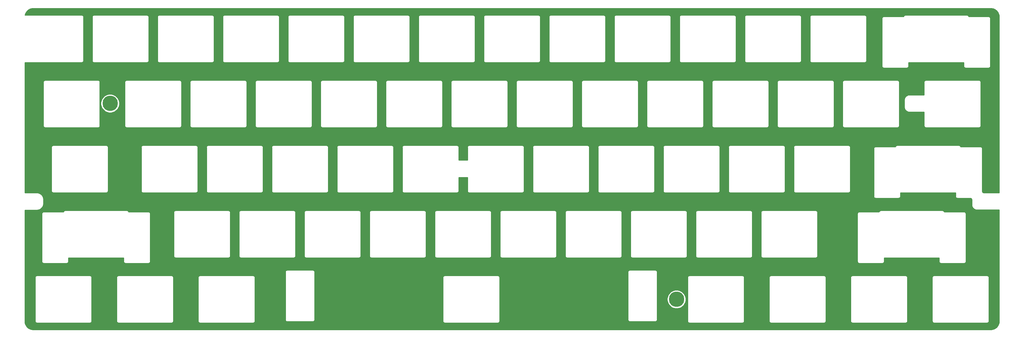
<source format=gbr>
G04 #@! TF.GenerationSoftware,KiCad,Pcbnew,(5.1.6-0-10_14)*
G04 #@! TF.CreationDate,2020-07-16T16:36:52+09:00*
G04 #@! TF.ProjectId,reviung61-top-plate,72657669-756e-4673-9631-2d746f702d70,1.0*
G04 #@! TF.SameCoordinates,Original*
G04 #@! TF.FileFunction,Copper,L1,Top*
G04 #@! TF.FilePolarity,Positive*
%FSLAX46Y46*%
G04 Gerber Fmt 4.6, Leading zero omitted, Abs format (unit mm)*
G04 Created by KiCad (PCBNEW (5.1.6-0-10_14)) date 2020-07-16 16:36:52*
%MOMM*%
%LPD*%
G01*
G04 APERTURE LIST*
G04 #@! TA.AperFunction,ComponentPad*
%ADD10C,4.500000*%
G04 #@! TD*
G04 #@! TA.AperFunction,NonConductor*
%ADD11C,0.254000*%
G04 #@! TD*
G04 APERTURE END LIST*
D10*
X210760000Y-105650000D03*
X45410000Y-48350000D03*
D11*
G36*
X302617730Y-20560398D02*
G01*
X302743506Y-20569962D01*
X302867278Y-20585690D01*
X302988950Y-20607418D01*
X303108423Y-20634992D01*
X303225583Y-20668261D01*
X303340284Y-20707071D01*
X303452421Y-20751284D01*
X303561814Y-20800740D01*
X303668369Y-20855313D01*
X303771897Y-20914840D01*
X303872248Y-20979173D01*
X303969251Y-21048153D01*
X304062745Y-21121623D01*
X304152597Y-21199454D01*
X304238577Y-21281428D01*
X304320556Y-21367412D01*
X304398378Y-21457251D01*
X304471850Y-21550745D01*
X304540835Y-21647755D01*
X304605169Y-21748105D01*
X304664691Y-21851623D01*
X304719270Y-21958186D01*
X304768727Y-22067582D01*
X304812934Y-22179699D01*
X304851747Y-22294409D01*
X304885021Y-22411581D01*
X304912588Y-22531022D01*
X304934319Y-22652708D01*
X304950049Y-22776491D01*
X304959612Y-22902258D01*
X304963011Y-23036668D01*
X304963011Y-74463340D01*
X300510043Y-74463340D01*
X300447688Y-74460191D01*
X300407319Y-74454030D01*
X300334304Y-74433320D01*
X300272101Y-74405215D01*
X300214762Y-74368466D01*
X300163246Y-74323845D01*
X300118621Y-74272324D01*
X300081874Y-74214988D01*
X300053769Y-74152785D01*
X300033060Y-74079775D01*
X300026899Y-74039410D01*
X300023750Y-73977034D01*
X300023750Y-61529986D01*
X300018909Y-61480611D01*
X300014415Y-61431236D01*
X300013893Y-61429464D01*
X300013713Y-61427624D01*
X299999376Y-61380138D01*
X299985376Y-61332568D01*
X299984520Y-61330930D01*
X299983986Y-61329162D01*
X299960733Y-61285430D01*
X299937725Y-61241420D01*
X299936564Y-61239976D01*
X299935699Y-61238349D01*
X299904401Y-61199974D01*
X299873277Y-61161263D01*
X299871861Y-61160075D01*
X299870694Y-61158644D01*
X299832498Y-61127046D01*
X299794488Y-61095151D01*
X299792869Y-61094261D01*
X299791445Y-61093083D01*
X299747772Y-61069469D01*
X299704357Y-61045602D01*
X299702599Y-61045044D01*
X299700971Y-61044164D01*
X299653567Y-61029490D01*
X299606319Y-61014502D01*
X299604482Y-61014296D01*
X299602718Y-61013750D01*
X299553456Y-61008572D01*
X299504108Y-61003037D01*
X299500556Y-61003012D01*
X299500429Y-61002999D01*
X299500301Y-61003011D01*
X299496750Y-61002986D01*
X293693288Y-61002986D01*
X293686390Y-60980141D01*
X293672390Y-60932571D01*
X293671534Y-60930933D01*
X293671000Y-60929165D01*
X293647747Y-60885433D01*
X293624739Y-60841423D01*
X293623578Y-60839979D01*
X293622713Y-60838352D01*
X293591415Y-60799977D01*
X293560291Y-60761266D01*
X293558875Y-60760078D01*
X293557708Y-60758647D01*
X293519512Y-60727049D01*
X293481502Y-60695154D01*
X293479883Y-60694264D01*
X293478459Y-60693086D01*
X293434786Y-60669472D01*
X293391371Y-60645605D01*
X293389613Y-60645047D01*
X293387985Y-60644167D01*
X293340581Y-60629493D01*
X293293333Y-60614505D01*
X293291496Y-60614299D01*
X293289732Y-60613753D01*
X293240470Y-60608575D01*
X293191122Y-60603040D01*
X293187570Y-60603015D01*
X293187443Y-60603002D01*
X293187315Y-60603014D01*
X293183764Y-60602989D01*
X275183764Y-60602989D01*
X275134389Y-60607830D01*
X275085014Y-60612324D01*
X275083242Y-60612846D01*
X275081402Y-60613026D01*
X275033916Y-60627363D01*
X274986346Y-60641363D01*
X274984708Y-60642219D01*
X274982940Y-60642753D01*
X274939208Y-60666006D01*
X274895198Y-60689014D01*
X274893754Y-60690175D01*
X274892127Y-60691040D01*
X274853752Y-60722338D01*
X274815041Y-60753462D01*
X274813853Y-60754878D01*
X274812422Y-60756045D01*
X274780824Y-60794241D01*
X274748929Y-60832251D01*
X274748039Y-60833870D01*
X274746861Y-60835294D01*
X274723247Y-60878967D01*
X274699380Y-60922382D01*
X274698822Y-60924140D01*
X274697942Y-60925768D01*
X274683268Y-60973172D01*
X274673810Y-61002986D01*
X268870756Y-61002986D01*
X268821381Y-61007827D01*
X268772006Y-61012321D01*
X268770234Y-61012843D01*
X268768394Y-61013023D01*
X268720908Y-61027360D01*
X268673338Y-61041360D01*
X268671700Y-61042216D01*
X268669932Y-61042750D01*
X268626200Y-61066003D01*
X268582190Y-61089011D01*
X268580746Y-61090172D01*
X268579119Y-61091037D01*
X268540744Y-61122335D01*
X268502033Y-61153459D01*
X268500845Y-61154875D01*
X268499414Y-61156042D01*
X268467816Y-61194238D01*
X268435921Y-61232248D01*
X268435031Y-61233867D01*
X268433853Y-61235291D01*
X268410239Y-61278964D01*
X268386372Y-61322379D01*
X268385814Y-61324137D01*
X268384934Y-61325765D01*
X268370260Y-61373169D01*
X268355272Y-61420417D01*
X268355066Y-61422254D01*
X268354520Y-61424018D01*
X268349342Y-61473280D01*
X268343807Y-61522628D01*
X268343782Y-61526180D01*
X268343769Y-61526307D01*
X268343781Y-61526435D01*
X268343756Y-61529986D01*
X268343756Y-75529993D01*
X268348597Y-75579368D01*
X268353091Y-75628743D01*
X268353613Y-75630515D01*
X268353793Y-75632355D01*
X268368130Y-75679841D01*
X268382130Y-75727411D01*
X268382986Y-75729049D01*
X268383520Y-75730817D01*
X268406773Y-75774549D01*
X268429781Y-75818559D01*
X268430942Y-75820003D01*
X268431807Y-75821630D01*
X268463099Y-75859998D01*
X268494229Y-75898716D01*
X268495645Y-75899904D01*
X268496812Y-75901335D01*
X268535008Y-75932933D01*
X268573018Y-75964828D01*
X268574637Y-75965718D01*
X268576061Y-75966896D01*
X268619734Y-75990510D01*
X268663149Y-76014377D01*
X268664907Y-76014935D01*
X268666535Y-76015815D01*
X268713939Y-76030489D01*
X268761187Y-76045477D01*
X268763024Y-76045683D01*
X268764788Y-76046229D01*
X268814050Y-76051407D01*
X268863398Y-76056942D01*
X268866950Y-76056967D01*
X268867077Y-76056980D01*
X268867205Y-76056968D01*
X268870756Y-76056993D01*
X275620753Y-76056993D01*
X275670128Y-76052152D01*
X275719503Y-76047658D01*
X275721275Y-76047136D01*
X275723115Y-76046956D01*
X275770601Y-76032619D01*
X275818171Y-76018619D01*
X275819809Y-76017763D01*
X275821577Y-76017229D01*
X275865309Y-75993976D01*
X275909319Y-75970968D01*
X275910763Y-75969807D01*
X275912390Y-75968942D01*
X275950765Y-75937644D01*
X275989476Y-75906520D01*
X275990664Y-75905104D01*
X275992095Y-75903937D01*
X276023693Y-75865741D01*
X276055588Y-75827731D01*
X276056478Y-75826112D01*
X276057656Y-75824688D01*
X276081270Y-75781015D01*
X276105137Y-75737600D01*
X276105695Y-75735842D01*
X276106575Y-75734214D01*
X276121249Y-75686810D01*
X276136237Y-75639562D01*
X276136443Y-75637725D01*
X276136989Y-75635961D01*
X276142173Y-75586643D01*
X276147702Y-75537351D01*
X276147727Y-75533799D01*
X276147740Y-75533672D01*
X276147728Y-75533544D01*
X276147753Y-75529993D01*
X276147753Y-74457004D01*
X292219753Y-74457004D01*
X292219753Y-75529993D01*
X292224594Y-75579368D01*
X292229088Y-75628743D01*
X292229610Y-75630515D01*
X292229790Y-75632355D01*
X292244127Y-75679841D01*
X292258127Y-75727411D01*
X292258983Y-75729049D01*
X292259517Y-75730817D01*
X292282770Y-75774549D01*
X292305778Y-75818559D01*
X292306939Y-75820003D01*
X292307804Y-75821630D01*
X292339096Y-75859998D01*
X292370226Y-75898716D01*
X292371642Y-75899904D01*
X292372809Y-75901335D01*
X292411005Y-75932933D01*
X292449015Y-75964828D01*
X292450634Y-75965718D01*
X292452058Y-75966896D01*
X292495731Y-75990510D01*
X292539146Y-76014377D01*
X292540904Y-76014935D01*
X292542532Y-76015815D01*
X292589936Y-76030489D01*
X292637184Y-76045477D01*
X292639021Y-76045683D01*
X292640785Y-76046229D01*
X292690047Y-76051407D01*
X292739395Y-76056942D01*
X292742947Y-76056967D01*
X292743074Y-76056980D01*
X292743202Y-76056968D01*
X292746753Y-76056993D01*
X296476698Y-76056993D01*
X296539074Y-76060142D01*
X296579439Y-76066303D01*
X296652447Y-76087012D01*
X296714652Y-76115117D01*
X296771988Y-76151863D01*
X296823510Y-76196489D01*
X296868132Y-76248007D01*
X296904879Y-76305343D01*
X296932984Y-76367546D01*
X296953694Y-76440561D01*
X296959855Y-76480930D01*
X296963004Y-76543285D01*
X296963004Y-77990329D01*
X296963945Y-77999922D01*
X296963354Y-78009550D01*
X296963674Y-78016902D01*
X296968836Y-78119146D01*
X296972227Y-78141858D01*
X296973139Y-78164803D01*
X296974199Y-78172084D01*
X296989353Y-78271377D01*
X296996565Y-78299719D01*
X297001362Y-78328583D01*
X297003321Y-78335676D01*
X297043684Y-78477975D01*
X297056584Y-78510831D01*
X297067446Y-78544431D01*
X297070430Y-78551157D01*
X297130445Y-78683984D01*
X297147726Y-78714019D01*
X297163073Y-78745132D01*
X297167001Y-78751354D01*
X297244970Y-78873011D01*
X297266154Y-78899877D01*
X297285538Y-78928084D01*
X297290316Y-78933679D01*
X297384546Y-79042470D01*
X297409232Y-79065899D01*
X297432337Y-79090935D01*
X297437866Y-79095791D01*
X297546657Y-79190020D01*
X297574583Y-79209790D01*
X297601158Y-79231353D01*
X297607325Y-79235366D01*
X297728982Y-79313335D01*
X297759847Y-79329099D01*
X297789666Y-79346815D01*
X297796351Y-79349891D01*
X297929176Y-79409906D01*
X297962611Y-79421233D01*
X297995296Y-79434595D01*
X298002361Y-79436652D01*
X298144661Y-79477015D01*
X298173443Y-79482212D01*
X298201693Y-79489823D01*
X298208959Y-79490983D01*
X298308250Y-79506137D01*
X298331174Y-79507370D01*
X298353837Y-79511077D01*
X298361184Y-79511499D01*
X298463429Y-79516662D01*
X298473059Y-79516206D01*
X298482649Y-79517282D01*
X298490007Y-79517333D01*
X304963011Y-79517333D01*
X304963011Y-112023325D01*
X304959612Y-112157734D01*
X304950049Y-112283501D01*
X304934319Y-112407284D01*
X304912588Y-112528970D01*
X304885021Y-112648411D01*
X304851747Y-112765583D01*
X304812934Y-112880293D01*
X304768727Y-112992410D01*
X304719270Y-113101806D01*
X304664691Y-113208369D01*
X304605169Y-113311887D01*
X304540835Y-113412237D01*
X304471850Y-113509247D01*
X304398378Y-113602741D01*
X304320556Y-113692580D01*
X304238577Y-113778564D01*
X304152597Y-113860538D01*
X304062745Y-113938369D01*
X303969251Y-114011839D01*
X303872248Y-114080819D01*
X303771897Y-114145152D01*
X303668369Y-114204679D01*
X303561814Y-114259252D01*
X303452421Y-114308708D01*
X303340284Y-114352921D01*
X303225583Y-114391731D01*
X303108423Y-114425000D01*
X302988950Y-114452574D01*
X302867278Y-114474302D01*
X302743506Y-114490030D01*
X302617730Y-114499594D01*
X302483320Y-114502993D01*
X22996685Y-114502993D01*
X22862275Y-114499594D01*
X22736497Y-114490030D01*
X22612731Y-114474303D01*
X22491039Y-114452571D01*
X22371582Y-114425000D01*
X22254422Y-114391730D01*
X22139715Y-114352918D01*
X22027602Y-114308713D01*
X21918190Y-114259249D01*
X21811627Y-114204671D01*
X21708132Y-114145163D01*
X21607768Y-114080821D01*
X21510758Y-114011836D01*
X21417254Y-113938357D01*
X21327425Y-113860545D01*
X21241442Y-113778567D01*
X21159455Y-113692574D01*
X21081635Y-113602735D01*
X21008167Y-113509243D01*
X20939189Y-113412242D01*
X20874855Y-113311891D01*
X20815333Y-113208374D01*
X20760764Y-113101827D01*
X20711298Y-112992413D01*
X20667088Y-112880288D01*
X20628278Y-112765585D01*
X20595005Y-112648410D01*
X20567439Y-112528974D01*
X20545706Y-112407278D01*
X20529979Y-112283510D01*
X20520415Y-112157734D01*
X20517017Y-112023330D01*
X20517017Y-99229989D01*
X23491704Y-99229989D01*
X23494254Y-99255880D01*
X23494253Y-112004123D01*
X23491704Y-112030004D01*
X23501879Y-112133314D01*
X23532014Y-112232654D01*
X23571725Y-112306949D01*
X23580949Y-112324206D01*
X23646805Y-112404452D01*
X23727051Y-112470308D01*
X23818603Y-112519243D01*
X23917943Y-112549378D01*
X24021253Y-112559553D01*
X24047134Y-112557004D01*
X39495373Y-112557004D01*
X39521254Y-112559553D01*
X39624564Y-112549378D01*
X39723904Y-112519243D01*
X39815456Y-112470308D01*
X39895702Y-112404452D01*
X39961558Y-112324206D01*
X40010493Y-112232654D01*
X40040628Y-112133314D01*
X40048254Y-112055885D01*
X40048254Y-112055884D01*
X40050803Y-112030004D01*
X40048254Y-112004123D01*
X40048254Y-99255870D01*
X40050803Y-99229989D01*
X47304204Y-99229989D01*
X47306754Y-99255880D01*
X47306753Y-112004123D01*
X47304204Y-112030004D01*
X47314379Y-112133314D01*
X47344514Y-112232654D01*
X47384225Y-112306949D01*
X47393449Y-112324206D01*
X47459305Y-112404452D01*
X47539551Y-112470308D01*
X47631103Y-112519243D01*
X47730443Y-112549378D01*
X47833753Y-112559553D01*
X47859634Y-112557004D01*
X63307873Y-112557004D01*
X63333754Y-112559553D01*
X63437064Y-112549378D01*
X63536404Y-112519243D01*
X63627956Y-112470308D01*
X63708202Y-112404452D01*
X63774058Y-112324206D01*
X63822993Y-112232654D01*
X63853128Y-112133314D01*
X63860754Y-112055885D01*
X63860754Y-112055884D01*
X63863303Y-112030004D01*
X63860754Y-112004123D01*
X63860754Y-99255870D01*
X63863303Y-99229989D01*
X71116704Y-99229989D01*
X71119254Y-99255880D01*
X71119253Y-112004123D01*
X71116704Y-112030004D01*
X71126879Y-112133314D01*
X71157014Y-112232654D01*
X71196725Y-112306949D01*
X71205949Y-112324206D01*
X71271805Y-112404452D01*
X71352051Y-112470308D01*
X71443603Y-112519243D01*
X71542943Y-112549378D01*
X71646253Y-112559553D01*
X71672134Y-112557004D01*
X87120373Y-112557004D01*
X87146254Y-112559553D01*
X87249564Y-112549378D01*
X87348904Y-112519243D01*
X87440456Y-112470308D01*
X87520702Y-112404452D01*
X87586558Y-112324206D01*
X87635493Y-112232654D01*
X87665628Y-112133314D01*
X87673254Y-112055885D01*
X87673254Y-112055884D01*
X87675803Y-112030004D01*
X87673254Y-112004123D01*
X87673254Y-99255870D01*
X87675803Y-99229989D01*
X87665628Y-99126679D01*
X87635493Y-99027339D01*
X87586558Y-98935787D01*
X87520702Y-98855541D01*
X87440456Y-98789685D01*
X87348904Y-98740750D01*
X87249564Y-98710615D01*
X87172135Y-98702989D01*
X87146254Y-98700440D01*
X87120373Y-98702989D01*
X71672134Y-98702989D01*
X71646253Y-98700440D01*
X71620372Y-98702989D01*
X71542943Y-98710615D01*
X71443603Y-98740750D01*
X71352051Y-98789685D01*
X71271805Y-98855541D01*
X71205949Y-98935787D01*
X71157014Y-99027339D01*
X71126879Y-99126679D01*
X71116704Y-99229989D01*
X63863303Y-99229989D01*
X63853128Y-99126679D01*
X63822993Y-99027339D01*
X63774058Y-98935787D01*
X63708202Y-98855541D01*
X63627956Y-98789685D01*
X63536404Y-98740750D01*
X63437064Y-98710615D01*
X63359635Y-98702989D01*
X63333754Y-98700440D01*
X63307873Y-98702989D01*
X47859634Y-98702989D01*
X47833753Y-98700440D01*
X47807872Y-98702989D01*
X47730443Y-98710615D01*
X47631103Y-98740750D01*
X47539551Y-98789685D01*
X47459305Y-98855541D01*
X47393449Y-98935787D01*
X47344514Y-99027339D01*
X47314379Y-99126679D01*
X47304204Y-99229989D01*
X40050803Y-99229989D01*
X40040628Y-99126679D01*
X40010493Y-99027339D01*
X39961558Y-98935787D01*
X39895702Y-98855541D01*
X39815456Y-98789685D01*
X39723904Y-98740750D01*
X39624564Y-98710615D01*
X39547135Y-98702989D01*
X39521254Y-98700440D01*
X39495373Y-98702989D01*
X24047134Y-98702989D01*
X24021253Y-98700440D01*
X23995372Y-98702989D01*
X23917943Y-98710615D01*
X23818603Y-98740750D01*
X23727051Y-98789685D01*
X23646805Y-98855541D01*
X23580949Y-98935787D01*
X23532014Y-99027339D01*
X23501879Y-99126679D01*
X23491704Y-99229989D01*
X20517017Y-99229989D01*
X20517017Y-97635577D01*
X96554209Y-97635577D01*
X96556759Y-97661468D01*
X96556758Y-111609703D01*
X96554209Y-111635584D01*
X96564384Y-111738894D01*
X96594519Y-111838234D01*
X96635342Y-111914609D01*
X96643454Y-111929786D01*
X96709310Y-112010032D01*
X96789556Y-112075888D01*
X96881108Y-112124823D01*
X96980448Y-112154958D01*
X97083758Y-112165133D01*
X97109639Y-112162584D01*
X104557877Y-112162584D01*
X104583758Y-112165133D01*
X104687068Y-112154958D01*
X104786408Y-112124823D01*
X104877960Y-112075888D01*
X104958206Y-112010032D01*
X105024062Y-111929786D01*
X105072997Y-111838234D01*
X105103132Y-111738894D01*
X105110758Y-111661465D01*
X105110758Y-111661464D01*
X105113307Y-111635584D01*
X105110758Y-111609703D01*
X105110758Y-99229989D01*
X142554204Y-99229989D01*
X142556754Y-99255880D01*
X142556753Y-112004123D01*
X142554204Y-112030004D01*
X142564379Y-112133314D01*
X142594514Y-112232654D01*
X142634225Y-112306949D01*
X142643449Y-112324206D01*
X142709305Y-112404452D01*
X142789551Y-112470308D01*
X142881103Y-112519243D01*
X142980443Y-112549378D01*
X143083753Y-112559553D01*
X143109634Y-112557004D01*
X158557873Y-112557004D01*
X158583754Y-112559553D01*
X158687064Y-112549378D01*
X158786404Y-112519243D01*
X158877956Y-112470308D01*
X158958202Y-112404452D01*
X159024058Y-112324206D01*
X159072993Y-112232654D01*
X159103128Y-112133314D01*
X159110754Y-112055885D01*
X159110754Y-112055884D01*
X159113303Y-112030004D01*
X159110754Y-112004123D01*
X159110754Y-99255870D01*
X159113303Y-99229989D01*
X159103128Y-99126679D01*
X159072993Y-99027339D01*
X159024058Y-98935787D01*
X158958202Y-98855541D01*
X158877956Y-98789685D01*
X158786404Y-98740750D01*
X158687064Y-98710615D01*
X158609635Y-98702989D01*
X158583754Y-98700440D01*
X158557873Y-98702989D01*
X143109634Y-98702989D01*
X143083753Y-98700440D01*
X143057872Y-98702989D01*
X142980443Y-98710615D01*
X142881103Y-98740750D01*
X142789551Y-98789685D01*
X142709305Y-98855541D01*
X142643449Y-98935787D01*
X142594514Y-99027339D01*
X142564379Y-99126679D01*
X142554204Y-99229989D01*
X105110758Y-99229989D01*
X105110758Y-97661458D01*
X105113307Y-97635577D01*
X196554307Y-97635577D01*
X196556857Y-97661467D01*
X196557095Y-111609702D01*
X196554546Y-111635584D01*
X196564721Y-111738894D01*
X196564723Y-111738900D01*
X196564723Y-111738902D01*
X196571154Y-111760102D01*
X196594856Y-111838234D01*
X196643791Y-111929786D01*
X196709647Y-112010032D01*
X196789893Y-112075888D01*
X196789898Y-112075891D01*
X196789901Y-112075893D01*
X196816052Y-112089870D01*
X196881445Y-112124823D01*
X196881453Y-112124825D01*
X196881454Y-112124826D01*
X196894856Y-112128891D01*
X196980785Y-112154958D01*
X196980793Y-112154959D01*
X196980794Y-112154959D01*
X196985547Y-112155427D01*
X197058214Y-112162584D01*
X197058228Y-112162584D01*
X197084104Y-112165132D01*
X197109972Y-112162584D01*
X204557989Y-112162584D01*
X204583865Y-112165132D01*
X204609733Y-112162584D01*
X204609737Y-112162584D01*
X204687166Y-112154958D01*
X204687172Y-112154956D01*
X204687174Y-112154956D01*
X204708374Y-112148525D01*
X204786506Y-112124823D01*
X204786513Y-112124819D01*
X204786514Y-112124819D01*
X204796485Y-112119489D01*
X204878058Y-112075888D01*
X204958304Y-112010032D01*
X204964865Y-112002038D01*
X204977569Y-111986557D01*
X205024160Y-111929786D01*
X205024163Y-111929781D01*
X205024165Y-111929778D01*
X205038142Y-111903627D01*
X205073095Y-111838234D01*
X205073880Y-111835648D01*
X205077163Y-111824823D01*
X205103230Y-111738894D01*
X205113405Y-111635584D01*
X205110855Y-111609694D01*
X205110749Y-105381414D01*
X208033000Y-105381414D01*
X208033000Y-105918586D01*
X208137797Y-106445437D01*
X208343364Y-106941719D01*
X208641801Y-107388361D01*
X209021639Y-107768199D01*
X209468281Y-108066636D01*
X209964563Y-108272203D01*
X210491414Y-108377000D01*
X211028586Y-108377000D01*
X211555437Y-108272203D01*
X212051719Y-108066636D01*
X212498361Y-107768199D01*
X212878199Y-107388361D01*
X213176636Y-106941719D01*
X213382203Y-106445437D01*
X213487000Y-105918586D01*
X213487000Y-105381414D01*
X213382203Y-104854563D01*
X213176636Y-104358281D01*
X212878199Y-103911639D01*
X212498361Y-103531801D01*
X212051719Y-103233364D01*
X211555437Y-103027797D01*
X211028586Y-102923000D01*
X210491414Y-102923000D01*
X209964563Y-103027797D01*
X209468281Y-103233364D01*
X209021639Y-103531801D01*
X208641801Y-103911639D01*
X208343364Y-104358281D01*
X208137797Y-104854563D01*
X208033000Y-105381414D01*
X205110749Y-105381414D01*
X205110644Y-99229989D01*
X213991704Y-99229989D01*
X213994254Y-99255880D01*
X213994253Y-112004123D01*
X213991704Y-112030004D01*
X214001879Y-112133314D01*
X214032014Y-112232654D01*
X214071725Y-112306949D01*
X214080949Y-112324206D01*
X214146805Y-112404452D01*
X214227051Y-112470308D01*
X214318603Y-112519243D01*
X214417943Y-112549378D01*
X214521253Y-112559553D01*
X214547134Y-112557004D01*
X229995373Y-112557004D01*
X230021254Y-112559553D01*
X230124564Y-112549378D01*
X230223904Y-112519243D01*
X230315456Y-112470308D01*
X230395702Y-112404452D01*
X230461558Y-112324206D01*
X230510493Y-112232654D01*
X230540628Y-112133314D01*
X230548254Y-112055885D01*
X230548254Y-112055884D01*
X230550803Y-112030004D01*
X230548254Y-112004123D01*
X230548254Y-99255870D01*
X230550803Y-99229989D01*
X237804204Y-99229989D01*
X237806754Y-99255880D01*
X237806753Y-112004123D01*
X237804204Y-112030004D01*
X237814379Y-112133314D01*
X237844514Y-112232654D01*
X237884225Y-112306949D01*
X237893449Y-112324206D01*
X237959305Y-112404452D01*
X238039551Y-112470308D01*
X238131103Y-112519243D01*
X238230443Y-112549378D01*
X238333753Y-112559553D01*
X238359634Y-112557004D01*
X253807873Y-112557004D01*
X253833754Y-112559553D01*
X253937064Y-112549378D01*
X254036404Y-112519243D01*
X254127956Y-112470308D01*
X254208202Y-112404452D01*
X254274058Y-112324206D01*
X254322993Y-112232654D01*
X254353128Y-112133314D01*
X254360754Y-112055885D01*
X254360754Y-112055884D01*
X254363303Y-112030004D01*
X254360754Y-112004123D01*
X254360754Y-99255870D01*
X254363303Y-99229989D01*
X261616704Y-99229989D01*
X261619254Y-99255880D01*
X261619253Y-112004123D01*
X261616704Y-112030004D01*
X261626879Y-112133314D01*
X261657014Y-112232654D01*
X261696725Y-112306949D01*
X261705949Y-112324206D01*
X261771805Y-112404452D01*
X261852051Y-112470308D01*
X261943603Y-112519243D01*
X262042943Y-112549378D01*
X262146253Y-112559553D01*
X262172134Y-112557004D01*
X277620373Y-112557004D01*
X277646254Y-112559553D01*
X277749564Y-112549378D01*
X277848904Y-112519243D01*
X277940456Y-112470308D01*
X278020702Y-112404452D01*
X278086558Y-112324206D01*
X278135493Y-112232654D01*
X278165628Y-112133314D01*
X278173254Y-112055885D01*
X278173254Y-112055884D01*
X278175803Y-112030004D01*
X278173254Y-112004123D01*
X278173254Y-99255870D01*
X278175803Y-99229989D01*
X285429204Y-99229989D01*
X285431754Y-99255880D01*
X285431753Y-112004123D01*
X285429204Y-112030004D01*
X285439379Y-112133314D01*
X285469514Y-112232654D01*
X285509225Y-112306949D01*
X285518449Y-112324206D01*
X285584305Y-112404452D01*
X285664551Y-112470308D01*
X285756103Y-112519243D01*
X285855443Y-112549378D01*
X285958753Y-112559553D01*
X285984634Y-112557004D01*
X301432873Y-112557004D01*
X301458754Y-112559553D01*
X301562064Y-112549378D01*
X301661404Y-112519243D01*
X301752956Y-112470308D01*
X301833202Y-112404452D01*
X301899058Y-112324206D01*
X301947993Y-112232654D01*
X301978128Y-112133314D01*
X301985754Y-112055885D01*
X301985754Y-112055884D01*
X301988303Y-112030004D01*
X301985754Y-112004123D01*
X301985754Y-99255870D01*
X301988303Y-99229989D01*
X301978128Y-99126679D01*
X301947993Y-99027339D01*
X301899058Y-98935787D01*
X301833202Y-98855541D01*
X301752956Y-98789685D01*
X301661404Y-98740750D01*
X301562064Y-98710615D01*
X301484635Y-98702989D01*
X301458754Y-98700440D01*
X301432873Y-98702989D01*
X285984634Y-98702989D01*
X285958753Y-98700440D01*
X285932872Y-98702989D01*
X285855443Y-98710615D01*
X285756103Y-98740750D01*
X285664551Y-98789685D01*
X285584305Y-98855541D01*
X285518449Y-98935787D01*
X285469514Y-99027339D01*
X285439379Y-99126679D01*
X285429204Y-99229989D01*
X278175803Y-99229989D01*
X278165628Y-99126679D01*
X278135493Y-99027339D01*
X278086558Y-98935787D01*
X278020702Y-98855541D01*
X277940456Y-98789685D01*
X277848904Y-98740750D01*
X277749564Y-98710615D01*
X277672135Y-98702989D01*
X277646254Y-98700440D01*
X277620373Y-98702989D01*
X262172134Y-98702989D01*
X262146253Y-98700440D01*
X262120372Y-98702989D01*
X262042943Y-98710615D01*
X261943603Y-98740750D01*
X261852051Y-98789685D01*
X261771805Y-98855541D01*
X261705949Y-98935787D01*
X261657014Y-99027339D01*
X261626879Y-99126679D01*
X261616704Y-99229989D01*
X254363303Y-99229989D01*
X254353128Y-99126679D01*
X254322993Y-99027339D01*
X254274058Y-98935787D01*
X254208202Y-98855541D01*
X254127956Y-98789685D01*
X254036404Y-98740750D01*
X253937064Y-98710615D01*
X253859635Y-98702989D01*
X253833754Y-98700440D01*
X253807873Y-98702989D01*
X238359634Y-98702989D01*
X238333753Y-98700440D01*
X238307872Y-98702989D01*
X238230443Y-98710615D01*
X238131103Y-98740750D01*
X238039551Y-98789685D01*
X237959305Y-98855541D01*
X237893449Y-98935787D01*
X237844514Y-99027339D01*
X237814379Y-99126679D01*
X237804204Y-99229989D01*
X230550803Y-99229989D01*
X230540628Y-99126679D01*
X230510493Y-99027339D01*
X230461558Y-98935787D01*
X230395702Y-98855541D01*
X230315456Y-98789685D01*
X230223904Y-98740750D01*
X230124564Y-98710615D01*
X230047135Y-98702989D01*
X230021254Y-98700440D01*
X229995373Y-98702989D01*
X214547134Y-98702989D01*
X214521253Y-98700440D01*
X214495372Y-98702989D01*
X214417943Y-98710615D01*
X214318603Y-98740750D01*
X214227051Y-98789685D01*
X214146805Y-98855541D01*
X214080949Y-98935787D01*
X214032014Y-99027339D01*
X214001879Y-99126679D01*
X213991704Y-99229989D01*
X205110644Y-99229989D01*
X205110617Y-97661459D01*
X205113166Y-97635577D01*
X205102991Y-97532267D01*
X205072856Y-97432927D01*
X205023921Y-97341375D01*
X204958065Y-97261129D01*
X204877819Y-97195273D01*
X204877814Y-97195270D01*
X204877811Y-97195268D01*
X204851660Y-97181291D01*
X204786267Y-97146338D01*
X204786259Y-97146336D01*
X204786258Y-97146335D01*
X204772855Y-97142270D01*
X204686927Y-97116203D01*
X204686919Y-97116202D01*
X204686918Y-97116202D01*
X204681125Y-97115632D01*
X204609498Y-97108577D01*
X204609484Y-97108577D01*
X204583608Y-97106029D01*
X204557740Y-97108577D01*
X197109723Y-97108577D01*
X197083847Y-97106029D01*
X197057979Y-97108577D01*
X197057975Y-97108577D01*
X196980546Y-97116203D01*
X196980540Y-97116205D01*
X196980538Y-97116205D01*
X196959338Y-97122636D01*
X196881206Y-97146338D01*
X196881199Y-97146342D01*
X196881198Y-97146342D01*
X196871227Y-97151672D01*
X196789654Y-97195273D01*
X196709408Y-97261129D01*
X196643552Y-97341375D01*
X196643549Y-97341380D01*
X196643547Y-97341383D01*
X196629570Y-97367534D01*
X196594617Y-97432927D01*
X196564482Y-97532267D01*
X196554307Y-97635577D01*
X105113307Y-97635577D01*
X105103132Y-97532267D01*
X105072997Y-97432927D01*
X105024062Y-97341375D01*
X104958206Y-97261129D01*
X104877960Y-97195273D01*
X104786408Y-97146338D01*
X104687068Y-97116203D01*
X104609639Y-97108577D01*
X104583758Y-97106028D01*
X104557877Y-97108577D01*
X97109639Y-97108577D01*
X97083758Y-97106028D01*
X97057877Y-97108577D01*
X96980448Y-97116203D01*
X96881108Y-97146338D01*
X96789556Y-97195273D01*
X96709310Y-97261129D01*
X96643454Y-97341375D01*
X96594519Y-97432927D01*
X96564384Y-97532267D01*
X96554209Y-97635577D01*
X20517017Y-97635577D01*
X20517017Y-80579986D01*
X25453707Y-80579986D01*
X25456257Y-80605877D01*
X25456256Y-94554112D01*
X25453707Y-94579993D01*
X25463882Y-94683303D01*
X25494017Y-94782643D01*
X25542952Y-94874195D01*
X25608808Y-94954441D01*
X25689054Y-95020297D01*
X25780606Y-95069232D01*
X25879946Y-95099367D01*
X25983256Y-95109542D01*
X26009137Y-95106993D01*
X32707372Y-95106993D01*
X32733253Y-95109542D01*
X32836563Y-95099367D01*
X32935903Y-95069232D01*
X33027455Y-95020297D01*
X33107701Y-94954441D01*
X33173557Y-94874195D01*
X33222492Y-94782643D01*
X33252627Y-94683303D01*
X33260253Y-94605874D01*
X33260253Y-94605873D01*
X33262802Y-94579993D01*
X33260253Y-94554112D01*
X33260253Y-93507004D01*
X49332254Y-93507004D01*
X49332253Y-94554112D01*
X49329704Y-94579993D01*
X49339879Y-94683303D01*
X49370014Y-94782643D01*
X49418949Y-94874195D01*
X49484805Y-94954441D01*
X49565051Y-95020297D01*
X49656603Y-95069232D01*
X49755943Y-95099367D01*
X49859253Y-95109542D01*
X49885134Y-95106993D01*
X56583370Y-95106993D01*
X56609251Y-95109542D01*
X56712561Y-95099367D01*
X56811901Y-95069232D01*
X56903453Y-95020297D01*
X56983699Y-94954441D01*
X57049555Y-94874195D01*
X57098490Y-94782643D01*
X57128625Y-94683303D01*
X57136251Y-94605874D01*
X57136251Y-94605873D01*
X57138800Y-94579993D01*
X57136251Y-94554112D01*
X57136251Y-80605866D01*
X57138800Y-80579986D01*
X57128625Y-80476676D01*
X57098490Y-80377336D01*
X57049555Y-80285784D01*
X56983699Y-80205538D01*
X56952568Y-80179989D01*
X63959604Y-80179989D01*
X63962154Y-80205880D01*
X63962153Y-92954123D01*
X63959604Y-92980004D01*
X63969779Y-93083314D01*
X63999914Y-93182654D01*
X64048849Y-93274206D01*
X64114705Y-93354452D01*
X64194951Y-93420308D01*
X64286503Y-93469243D01*
X64385843Y-93499378D01*
X64489153Y-93509553D01*
X64515034Y-93507004D01*
X79963273Y-93507004D01*
X79989154Y-93509553D01*
X80092464Y-93499378D01*
X80191804Y-93469243D01*
X80283356Y-93420308D01*
X80363602Y-93354452D01*
X80429458Y-93274206D01*
X80478393Y-93182654D01*
X80508528Y-93083314D01*
X80516154Y-93005885D01*
X80516154Y-93005884D01*
X80518703Y-92980004D01*
X80516154Y-92954123D01*
X80516154Y-80205870D01*
X80518703Y-80179989D01*
X83009604Y-80179989D01*
X83012154Y-80205880D01*
X83012153Y-92954123D01*
X83009604Y-92980004D01*
X83019779Y-93083314D01*
X83049914Y-93182654D01*
X83098849Y-93274206D01*
X83164705Y-93354452D01*
X83244951Y-93420308D01*
X83336503Y-93469243D01*
X83435843Y-93499378D01*
X83539153Y-93509553D01*
X83565034Y-93507004D01*
X99013273Y-93507004D01*
X99039154Y-93509553D01*
X99142464Y-93499378D01*
X99241804Y-93469243D01*
X99333356Y-93420308D01*
X99413602Y-93354452D01*
X99479458Y-93274206D01*
X99528393Y-93182654D01*
X99558528Y-93083314D01*
X99566154Y-93005885D01*
X99566154Y-93005884D01*
X99568703Y-92980004D01*
X99566154Y-92954123D01*
X99566154Y-80205870D01*
X99568703Y-80179989D01*
X102059604Y-80179989D01*
X102062154Y-80205880D01*
X102062153Y-92954123D01*
X102059604Y-92980004D01*
X102069779Y-93083314D01*
X102099914Y-93182654D01*
X102148849Y-93274206D01*
X102214705Y-93354452D01*
X102294951Y-93420308D01*
X102386503Y-93469243D01*
X102485843Y-93499378D01*
X102589153Y-93509553D01*
X102615034Y-93507004D01*
X118063273Y-93507004D01*
X118089154Y-93509553D01*
X118192464Y-93499378D01*
X118291804Y-93469243D01*
X118383356Y-93420308D01*
X118463602Y-93354452D01*
X118529458Y-93274206D01*
X118578393Y-93182654D01*
X118608528Y-93083314D01*
X118616154Y-93005885D01*
X118616154Y-93005884D01*
X118618703Y-92980004D01*
X118616154Y-92954123D01*
X118616154Y-80205870D01*
X118618703Y-80179989D01*
X121109604Y-80179989D01*
X121112154Y-80205880D01*
X121112153Y-92954123D01*
X121109604Y-92980004D01*
X121119779Y-93083314D01*
X121149914Y-93182654D01*
X121198849Y-93274206D01*
X121264705Y-93354452D01*
X121344951Y-93420308D01*
X121436503Y-93469243D01*
X121535843Y-93499378D01*
X121639153Y-93509553D01*
X121665034Y-93507004D01*
X137113273Y-93507004D01*
X137139154Y-93509553D01*
X137242464Y-93499378D01*
X137341804Y-93469243D01*
X137433356Y-93420308D01*
X137513602Y-93354452D01*
X137579458Y-93274206D01*
X137628393Y-93182654D01*
X137658528Y-93083314D01*
X137666154Y-93005885D01*
X137666154Y-93005884D01*
X137668703Y-92980004D01*
X137666154Y-92954123D01*
X137666154Y-80205870D01*
X137668703Y-80179989D01*
X140159604Y-80179989D01*
X140162154Y-80205880D01*
X140162153Y-92954123D01*
X140159604Y-92980004D01*
X140169779Y-93083314D01*
X140199914Y-93182654D01*
X140248849Y-93274206D01*
X140314705Y-93354452D01*
X140394951Y-93420308D01*
X140486503Y-93469243D01*
X140585843Y-93499378D01*
X140689153Y-93509553D01*
X140715034Y-93507004D01*
X156163273Y-93507004D01*
X156189154Y-93509553D01*
X156292464Y-93499378D01*
X156391804Y-93469243D01*
X156483356Y-93420308D01*
X156563602Y-93354452D01*
X156629458Y-93274206D01*
X156678393Y-93182654D01*
X156708528Y-93083314D01*
X156716154Y-93005885D01*
X156716154Y-93005884D01*
X156718703Y-92980004D01*
X156716154Y-92954123D01*
X156716154Y-80205870D01*
X156718703Y-80179989D01*
X159209604Y-80179989D01*
X159212154Y-80205880D01*
X159212153Y-92954123D01*
X159209604Y-92980004D01*
X159219779Y-93083314D01*
X159249914Y-93182654D01*
X159298849Y-93274206D01*
X159364705Y-93354452D01*
X159444951Y-93420308D01*
X159536503Y-93469243D01*
X159635843Y-93499378D01*
X159739153Y-93509553D01*
X159765034Y-93507004D01*
X175213273Y-93507004D01*
X175239154Y-93509553D01*
X175342464Y-93499378D01*
X175441804Y-93469243D01*
X175533356Y-93420308D01*
X175613602Y-93354452D01*
X175679458Y-93274206D01*
X175728393Y-93182654D01*
X175758528Y-93083314D01*
X175766154Y-93005885D01*
X175766154Y-93005884D01*
X175768703Y-92980004D01*
X175766154Y-92954123D01*
X175766154Y-80205870D01*
X175768703Y-80179989D01*
X178259604Y-80179989D01*
X178262154Y-80205880D01*
X178262153Y-92954123D01*
X178259604Y-92980004D01*
X178269779Y-93083314D01*
X178299914Y-93182654D01*
X178348849Y-93274206D01*
X178414705Y-93354452D01*
X178494951Y-93420308D01*
X178586503Y-93469243D01*
X178685843Y-93499378D01*
X178789153Y-93509553D01*
X178815034Y-93507004D01*
X194263273Y-93507004D01*
X194289154Y-93509553D01*
X194392464Y-93499378D01*
X194491804Y-93469243D01*
X194583356Y-93420308D01*
X194663602Y-93354452D01*
X194729458Y-93274206D01*
X194778393Y-93182654D01*
X194808528Y-93083314D01*
X194816154Y-93005885D01*
X194816154Y-93005884D01*
X194818703Y-92980004D01*
X194816154Y-92954123D01*
X194816154Y-80205870D01*
X194818703Y-80179989D01*
X197309604Y-80179989D01*
X197312154Y-80205880D01*
X197312153Y-92954123D01*
X197309604Y-92980004D01*
X197319779Y-93083314D01*
X197349914Y-93182654D01*
X197398849Y-93274206D01*
X197464705Y-93354452D01*
X197544951Y-93420308D01*
X197636503Y-93469243D01*
X197735843Y-93499378D01*
X197839153Y-93509553D01*
X197865034Y-93507004D01*
X213313273Y-93507004D01*
X213339154Y-93509553D01*
X213442464Y-93499378D01*
X213541804Y-93469243D01*
X213633356Y-93420308D01*
X213713602Y-93354452D01*
X213779458Y-93274206D01*
X213828393Y-93182654D01*
X213858528Y-93083314D01*
X213866154Y-93005885D01*
X213866154Y-93005884D01*
X213868703Y-92980004D01*
X213866154Y-92954123D01*
X213866154Y-80205870D01*
X213868703Y-80179989D01*
X216359604Y-80179989D01*
X216362154Y-80205880D01*
X216362153Y-92954123D01*
X216359604Y-92980004D01*
X216369779Y-93083314D01*
X216399914Y-93182654D01*
X216448849Y-93274206D01*
X216514705Y-93354452D01*
X216594951Y-93420308D01*
X216686503Y-93469243D01*
X216785843Y-93499378D01*
X216889153Y-93509553D01*
X216915034Y-93507004D01*
X232363273Y-93507004D01*
X232389154Y-93509553D01*
X232492464Y-93499378D01*
X232591804Y-93469243D01*
X232683356Y-93420308D01*
X232763602Y-93354452D01*
X232829458Y-93274206D01*
X232878393Y-93182654D01*
X232908528Y-93083314D01*
X232916154Y-93005885D01*
X232916154Y-93005884D01*
X232918703Y-92980004D01*
X232916154Y-92954123D01*
X232916154Y-80205870D01*
X232918703Y-80179989D01*
X235409604Y-80179989D01*
X235412154Y-80205880D01*
X235412153Y-92954123D01*
X235409604Y-92980004D01*
X235419779Y-93083314D01*
X235449914Y-93182654D01*
X235498849Y-93274206D01*
X235564705Y-93354452D01*
X235644951Y-93420308D01*
X235736503Y-93469243D01*
X235835843Y-93499378D01*
X235939153Y-93509553D01*
X235965034Y-93507004D01*
X251413273Y-93507004D01*
X251439154Y-93509553D01*
X251542464Y-93499378D01*
X251641804Y-93469243D01*
X251733356Y-93420308D01*
X251813602Y-93354452D01*
X251879458Y-93274206D01*
X251928393Y-93182654D01*
X251958528Y-93083314D01*
X251966154Y-93005885D01*
X251966154Y-93005884D01*
X251968703Y-92980004D01*
X251966154Y-92954123D01*
X251966154Y-80579986D01*
X263578707Y-80579986D01*
X263581257Y-80605877D01*
X263581256Y-94554112D01*
X263578707Y-94579993D01*
X263588882Y-94683303D01*
X263619017Y-94782643D01*
X263667952Y-94874195D01*
X263733808Y-94954441D01*
X263814054Y-95020297D01*
X263905606Y-95069232D01*
X264004946Y-95099367D01*
X264108256Y-95109542D01*
X264134137Y-95106993D01*
X270832372Y-95106993D01*
X270858253Y-95109542D01*
X270961563Y-95099367D01*
X271060903Y-95069232D01*
X271152455Y-95020297D01*
X271232701Y-94954441D01*
X271298557Y-94874195D01*
X271347492Y-94782643D01*
X271377627Y-94683303D01*
X271385253Y-94605874D01*
X271385253Y-94605873D01*
X271387802Y-94579993D01*
X271385253Y-94554112D01*
X271385253Y-93507004D01*
X287457254Y-93507004D01*
X287457253Y-94554112D01*
X287454704Y-94579993D01*
X287464879Y-94683303D01*
X287495014Y-94782643D01*
X287543949Y-94874195D01*
X287609805Y-94954441D01*
X287690051Y-95020297D01*
X287781603Y-95069232D01*
X287880943Y-95099367D01*
X287984253Y-95109542D01*
X288010134Y-95106993D01*
X294708369Y-95106993D01*
X294734250Y-95109542D01*
X294837560Y-95099367D01*
X294936900Y-95069232D01*
X295028452Y-95020297D01*
X295108698Y-94954441D01*
X295174554Y-94874195D01*
X295223489Y-94782643D01*
X295253624Y-94683303D01*
X295261250Y-94605874D01*
X295261250Y-94605873D01*
X295263799Y-94579993D01*
X295261250Y-94554112D01*
X295261250Y-80605866D01*
X295263799Y-80579986D01*
X295253624Y-80476676D01*
X295223489Y-80377336D01*
X295174554Y-80285784D01*
X295108698Y-80205538D01*
X295028452Y-80139682D01*
X294936900Y-80090747D01*
X294837560Y-80060612D01*
X294760131Y-80052986D01*
X294734250Y-80050437D01*
X294708369Y-80052986D01*
X288933451Y-80052986D01*
X288910503Y-79977339D01*
X288861568Y-79885787D01*
X288795712Y-79805541D01*
X288715466Y-79739685D01*
X288623914Y-79690750D01*
X288524574Y-79660615D01*
X288447145Y-79652989D01*
X288421264Y-79650440D01*
X288395383Y-79652989D01*
X270447145Y-79652989D01*
X270421264Y-79650440D01*
X270395383Y-79652989D01*
X270317954Y-79660615D01*
X270218614Y-79690750D01*
X270127062Y-79739685D01*
X270046816Y-79805541D01*
X269980960Y-79885787D01*
X269932025Y-79977339D01*
X269909077Y-80052986D01*
X264134137Y-80052986D01*
X264108256Y-80050437D01*
X264082375Y-80052986D01*
X264004946Y-80060612D01*
X263905606Y-80090747D01*
X263814054Y-80139682D01*
X263733808Y-80205538D01*
X263667952Y-80285784D01*
X263619017Y-80377336D01*
X263588882Y-80476676D01*
X263578707Y-80579986D01*
X251966154Y-80579986D01*
X251966154Y-80205870D01*
X251968703Y-80179989D01*
X251958528Y-80076679D01*
X251928393Y-79977339D01*
X251879458Y-79885787D01*
X251813602Y-79805541D01*
X251733356Y-79739685D01*
X251641804Y-79690750D01*
X251542464Y-79660615D01*
X251465035Y-79652989D01*
X251439154Y-79650440D01*
X251413273Y-79652989D01*
X235965034Y-79652989D01*
X235939153Y-79650440D01*
X235913272Y-79652989D01*
X235835843Y-79660615D01*
X235736503Y-79690750D01*
X235644951Y-79739685D01*
X235564705Y-79805541D01*
X235498849Y-79885787D01*
X235449914Y-79977339D01*
X235419779Y-80076679D01*
X235409604Y-80179989D01*
X232918703Y-80179989D01*
X232908528Y-80076679D01*
X232878393Y-79977339D01*
X232829458Y-79885787D01*
X232763602Y-79805541D01*
X232683356Y-79739685D01*
X232591804Y-79690750D01*
X232492464Y-79660615D01*
X232415035Y-79652989D01*
X232389154Y-79650440D01*
X232363273Y-79652989D01*
X216915034Y-79652989D01*
X216889153Y-79650440D01*
X216863272Y-79652989D01*
X216785843Y-79660615D01*
X216686503Y-79690750D01*
X216594951Y-79739685D01*
X216514705Y-79805541D01*
X216448849Y-79885787D01*
X216399914Y-79977339D01*
X216369779Y-80076679D01*
X216359604Y-80179989D01*
X213868703Y-80179989D01*
X213858528Y-80076679D01*
X213828393Y-79977339D01*
X213779458Y-79885787D01*
X213713602Y-79805541D01*
X213633356Y-79739685D01*
X213541804Y-79690750D01*
X213442464Y-79660615D01*
X213365035Y-79652989D01*
X213339154Y-79650440D01*
X213313273Y-79652989D01*
X197865034Y-79652989D01*
X197839153Y-79650440D01*
X197813272Y-79652989D01*
X197735843Y-79660615D01*
X197636503Y-79690750D01*
X197544951Y-79739685D01*
X197464705Y-79805541D01*
X197398849Y-79885787D01*
X197349914Y-79977339D01*
X197319779Y-80076679D01*
X197309604Y-80179989D01*
X194818703Y-80179989D01*
X194808528Y-80076679D01*
X194778393Y-79977339D01*
X194729458Y-79885787D01*
X194663602Y-79805541D01*
X194583356Y-79739685D01*
X194491804Y-79690750D01*
X194392464Y-79660615D01*
X194315035Y-79652989D01*
X194289154Y-79650440D01*
X194263273Y-79652989D01*
X178815034Y-79652989D01*
X178789153Y-79650440D01*
X178763272Y-79652989D01*
X178685843Y-79660615D01*
X178586503Y-79690750D01*
X178494951Y-79739685D01*
X178414705Y-79805541D01*
X178348849Y-79885787D01*
X178299914Y-79977339D01*
X178269779Y-80076679D01*
X178259604Y-80179989D01*
X175768703Y-80179989D01*
X175758528Y-80076679D01*
X175728393Y-79977339D01*
X175679458Y-79885787D01*
X175613602Y-79805541D01*
X175533356Y-79739685D01*
X175441804Y-79690750D01*
X175342464Y-79660615D01*
X175265035Y-79652989D01*
X175239154Y-79650440D01*
X175213273Y-79652989D01*
X159765034Y-79652989D01*
X159739153Y-79650440D01*
X159713272Y-79652989D01*
X159635843Y-79660615D01*
X159536503Y-79690750D01*
X159444951Y-79739685D01*
X159364705Y-79805541D01*
X159298849Y-79885787D01*
X159249914Y-79977339D01*
X159219779Y-80076679D01*
X159209604Y-80179989D01*
X156718703Y-80179989D01*
X156708528Y-80076679D01*
X156678393Y-79977339D01*
X156629458Y-79885787D01*
X156563602Y-79805541D01*
X156483356Y-79739685D01*
X156391804Y-79690750D01*
X156292464Y-79660615D01*
X156215035Y-79652989D01*
X156189154Y-79650440D01*
X156163273Y-79652989D01*
X140715034Y-79652989D01*
X140689153Y-79650440D01*
X140663272Y-79652989D01*
X140585843Y-79660615D01*
X140486503Y-79690750D01*
X140394951Y-79739685D01*
X140314705Y-79805541D01*
X140248849Y-79885787D01*
X140199914Y-79977339D01*
X140169779Y-80076679D01*
X140159604Y-80179989D01*
X137668703Y-80179989D01*
X137658528Y-80076679D01*
X137628393Y-79977339D01*
X137579458Y-79885787D01*
X137513602Y-79805541D01*
X137433356Y-79739685D01*
X137341804Y-79690750D01*
X137242464Y-79660615D01*
X137165035Y-79652989D01*
X137139154Y-79650440D01*
X137113273Y-79652989D01*
X121665034Y-79652989D01*
X121639153Y-79650440D01*
X121613272Y-79652989D01*
X121535843Y-79660615D01*
X121436503Y-79690750D01*
X121344951Y-79739685D01*
X121264705Y-79805541D01*
X121198849Y-79885787D01*
X121149914Y-79977339D01*
X121119779Y-80076679D01*
X121109604Y-80179989D01*
X118618703Y-80179989D01*
X118608528Y-80076679D01*
X118578393Y-79977339D01*
X118529458Y-79885787D01*
X118463602Y-79805541D01*
X118383356Y-79739685D01*
X118291804Y-79690750D01*
X118192464Y-79660615D01*
X118115035Y-79652989D01*
X118089154Y-79650440D01*
X118063273Y-79652989D01*
X102615034Y-79652989D01*
X102589153Y-79650440D01*
X102563272Y-79652989D01*
X102485843Y-79660615D01*
X102386503Y-79690750D01*
X102294951Y-79739685D01*
X102214705Y-79805541D01*
X102148849Y-79885787D01*
X102099914Y-79977339D01*
X102069779Y-80076679D01*
X102059604Y-80179989D01*
X99568703Y-80179989D01*
X99558528Y-80076679D01*
X99528393Y-79977339D01*
X99479458Y-79885787D01*
X99413602Y-79805541D01*
X99333356Y-79739685D01*
X99241804Y-79690750D01*
X99142464Y-79660615D01*
X99065035Y-79652989D01*
X99039154Y-79650440D01*
X99013273Y-79652989D01*
X83565034Y-79652989D01*
X83539153Y-79650440D01*
X83513272Y-79652989D01*
X83435843Y-79660615D01*
X83336503Y-79690750D01*
X83244951Y-79739685D01*
X83164705Y-79805541D01*
X83098849Y-79885787D01*
X83049914Y-79977339D01*
X83019779Y-80076679D01*
X83009604Y-80179989D01*
X80518703Y-80179989D01*
X80508528Y-80076679D01*
X80478393Y-79977339D01*
X80429458Y-79885787D01*
X80363602Y-79805541D01*
X80283356Y-79739685D01*
X80191804Y-79690750D01*
X80092464Y-79660615D01*
X80015035Y-79652989D01*
X79989154Y-79650440D01*
X79963273Y-79652989D01*
X64515034Y-79652989D01*
X64489153Y-79650440D01*
X64463272Y-79652989D01*
X64385843Y-79660615D01*
X64286503Y-79690750D01*
X64194951Y-79739685D01*
X64114705Y-79805541D01*
X64048849Y-79885787D01*
X63999914Y-79977339D01*
X63969779Y-80076679D01*
X63959604Y-80179989D01*
X56952568Y-80179989D01*
X56903453Y-80139682D01*
X56811901Y-80090747D01*
X56712561Y-80060612D01*
X56635132Y-80052986D01*
X56609251Y-80050437D01*
X56583370Y-80052986D01*
X50808451Y-80052986D01*
X50785503Y-79977339D01*
X50736568Y-79885787D01*
X50670712Y-79805541D01*
X50590466Y-79739685D01*
X50498914Y-79690750D01*
X50399574Y-79660615D01*
X50322145Y-79652989D01*
X50296264Y-79650440D01*
X50270383Y-79652989D01*
X32322145Y-79652989D01*
X32296264Y-79650440D01*
X32270383Y-79652989D01*
X32192954Y-79660615D01*
X32093614Y-79690750D01*
X32002062Y-79739685D01*
X31921816Y-79805541D01*
X31855960Y-79885787D01*
X31807025Y-79977339D01*
X31784077Y-80052986D01*
X26009137Y-80052986D01*
X25983256Y-80050437D01*
X25957375Y-80052986D01*
X25879946Y-80060612D01*
X25780606Y-80090747D01*
X25689054Y-80139682D01*
X25608808Y-80205538D01*
X25542952Y-80285784D01*
X25494017Y-80377336D01*
X25463882Y-80476676D01*
X25453707Y-80579986D01*
X20517017Y-80579986D01*
X20517017Y-79534989D01*
X24035184Y-79534989D01*
X24044778Y-79534048D01*
X24054411Y-79534639D01*
X24061762Y-79534318D01*
X24204900Y-79527090D01*
X24227605Y-79523701D01*
X24250551Y-79522788D01*
X24257833Y-79521729D01*
X24396839Y-79500514D01*
X24418891Y-79494902D01*
X24441427Y-79491727D01*
X24448566Y-79489944D01*
X24582733Y-79455446D01*
X24603852Y-79447751D01*
X24625700Y-79442424D01*
X24632627Y-79439943D01*
X24761253Y-79392866D01*
X24781242Y-79383244D01*
X24802182Y-79375903D01*
X24808833Y-79372755D01*
X24931212Y-79313803D01*
X24949925Y-79302416D01*
X24969807Y-79293196D01*
X24976122Y-79289419D01*
X25091553Y-79219295D01*
X25108898Y-79206282D01*
X25127608Y-79195310D01*
X25133531Y-79190944D01*
X25241308Y-79110351D01*
X25257213Y-79095833D01*
X25274675Y-79083209D01*
X25280154Y-79078298D01*
X25379575Y-78987941D01*
X25393994Y-78972002D01*
X25410132Y-78957808D01*
X25415118Y-78952397D01*
X25505477Y-78852980D01*
X25518341Y-78835701D01*
X25533086Y-78819993D01*
X25537534Y-78814131D01*
X25618128Y-78706356D01*
X25629355Y-78687809D01*
X25642612Y-78670645D01*
X25646476Y-78664383D01*
X25716603Y-78548955D01*
X25726098Y-78529209D01*
X25737751Y-78510648D01*
X25740990Y-78504041D01*
X25799944Y-78381662D01*
X25807576Y-78360830D01*
X25817478Y-78340973D01*
X25820055Y-78334081D01*
X25867133Y-78205457D01*
X25872762Y-78183698D01*
X25880756Y-78162675D01*
X25882638Y-78155562D01*
X25917136Y-78021396D01*
X25920625Y-77998913D01*
X25926547Y-77976930D01*
X25927707Y-77969664D01*
X25948923Y-77830659D01*
X25950155Y-77807732D01*
X25953862Y-77785076D01*
X25954284Y-77777730D01*
X25961513Y-77634592D01*
X25961057Y-77624959D01*
X25962133Y-77615368D01*
X25962184Y-77608010D01*
X25962184Y-76407997D01*
X25961243Y-76398396D01*
X25961833Y-76388767D01*
X25961513Y-76381416D01*
X25954284Y-76238273D01*
X25950894Y-76215569D01*
X25949982Y-76192626D01*
X25948923Y-76185345D01*
X25927708Y-76046336D01*
X25922095Y-76024279D01*
X25918920Y-76001746D01*
X25917137Y-75994607D01*
X25882638Y-75860437D01*
X25874942Y-75839315D01*
X25869615Y-75817468D01*
X25867134Y-75810541D01*
X25820056Y-75681915D01*
X25810435Y-75661927D01*
X25803092Y-75640984D01*
X25799945Y-75634333D01*
X25740991Y-75511953D01*
X25729604Y-75493240D01*
X25720383Y-75473357D01*
X25716606Y-75467042D01*
X25646479Y-75351611D01*
X25633463Y-75334263D01*
X25622494Y-75315558D01*
X25618129Y-75309635D01*
X25537535Y-75201859D01*
X25523012Y-75185948D01*
X25510390Y-75168490D01*
X25505479Y-75163010D01*
X25415120Y-75063591D01*
X25399183Y-75049174D01*
X25384987Y-75033034D01*
X25379576Y-75028048D01*
X25280156Y-74937690D01*
X25262880Y-74924829D01*
X25247172Y-74910084D01*
X25241310Y-74905637D01*
X25133533Y-74825043D01*
X25114988Y-74813817D01*
X25097815Y-74800554D01*
X25091553Y-74796690D01*
X24976122Y-74726566D01*
X24956385Y-74717076D01*
X24937822Y-74705422D01*
X24931215Y-74702183D01*
X24808837Y-74643230D01*
X24788003Y-74635597D01*
X24768145Y-74625695D01*
X24761253Y-74623118D01*
X24632627Y-74576041D01*
X24610860Y-74570411D01*
X24589846Y-74562420D01*
X24582733Y-74560538D01*
X24448566Y-74526040D01*
X24426079Y-74522551D01*
X24404105Y-74516631D01*
X24396839Y-74515470D01*
X24257833Y-74494255D01*
X24234907Y-74493023D01*
X24212243Y-74489315D01*
X24204897Y-74488893D01*
X24061758Y-74481666D01*
X24052125Y-74482122D01*
X24042542Y-74481047D01*
X24035184Y-74480996D01*
X20517017Y-74480996D01*
X20517017Y-61129989D01*
X28254204Y-61129989D01*
X28256754Y-61155880D01*
X28256753Y-73904123D01*
X28254204Y-73930004D01*
X28264379Y-74033314D01*
X28294514Y-74132654D01*
X28343449Y-74224206D01*
X28409305Y-74304452D01*
X28489551Y-74370308D01*
X28581103Y-74419243D01*
X28680443Y-74449378D01*
X28755253Y-74456746D01*
X28783753Y-74459553D01*
X28809634Y-74457004D01*
X44257873Y-74457004D01*
X44283754Y-74459553D01*
X44312255Y-74456746D01*
X44387064Y-74449378D01*
X44486404Y-74419243D01*
X44577956Y-74370308D01*
X44658202Y-74304452D01*
X44724058Y-74224206D01*
X44772993Y-74132654D01*
X44803128Y-74033314D01*
X44813303Y-73930004D01*
X44810754Y-73904123D01*
X44810754Y-61155870D01*
X44813303Y-61129989D01*
X54459688Y-61129989D01*
X54462238Y-61155880D01*
X54462237Y-73904123D01*
X54459688Y-73930004D01*
X54469863Y-74033314D01*
X54499998Y-74132654D01*
X54548933Y-74224206D01*
X54614789Y-74304452D01*
X54695035Y-74370308D01*
X54786587Y-74419243D01*
X54885927Y-74449378D01*
X54960737Y-74456746D01*
X54989237Y-74459553D01*
X55015118Y-74457004D01*
X70463358Y-74457004D01*
X70489239Y-74459553D01*
X70517740Y-74456746D01*
X70592549Y-74449378D01*
X70691889Y-74419243D01*
X70783441Y-74370308D01*
X70863687Y-74304452D01*
X70929543Y-74224206D01*
X70978478Y-74132654D01*
X71008613Y-74033314D01*
X71018788Y-73930004D01*
X71016239Y-73904123D01*
X71016239Y-61155870D01*
X71018788Y-61129989D01*
X73509688Y-61129989D01*
X73512238Y-61155880D01*
X73512237Y-73904123D01*
X73509688Y-73930004D01*
X73519863Y-74033314D01*
X73549998Y-74132654D01*
X73598933Y-74224206D01*
X73664789Y-74304452D01*
X73745035Y-74370308D01*
X73836587Y-74419243D01*
X73935927Y-74449378D01*
X74010737Y-74456746D01*
X74039237Y-74459553D01*
X74065118Y-74457004D01*
X89513358Y-74457004D01*
X89539239Y-74459553D01*
X89567740Y-74456746D01*
X89642549Y-74449378D01*
X89741889Y-74419243D01*
X89833441Y-74370308D01*
X89913687Y-74304452D01*
X89979543Y-74224206D01*
X90028478Y-74132654D01*
X90058613Y-74033314D01*
X90068788Y-73930004D01*
X90066239Y-73904123D01*
X90066239Y-61155870D01*
X90068788Y-61129989D01*
X92559688Y-61129989D01*
X92562238Y-61155880D01*
X92562237Y-73904123D01*
X92559688Y-73930004D01*
X92569863Y-74033314D01*
X92599998Y-74132654D01*
X92648933Y-74224206D01*
X92714789Y-74304452D01*
X92795035Y-74370308D01*
X92886587Y-74419243D01*
X92985927Y-74449378D01*
X93060737Y-74456746D01*
X93089237Y-74459553D01*
X93115118Y-74457004D01*
X108563358Y-74457004D01*
X108589239Y-74459553D01*
X108617740Y-74456746D01*
X108692549Y-74449378D01*
X108791889Y-74419243D01*
X108883441Y-74370308D01*
X108963687Y-74304452D01*
X109029543Y-74224206D01*
X109078478Y-74132654D01*
X109108613Y-74033314D01*
X109118788Y-73930004D01*
X109116239Y-73904123D01*
X109116239Y-61155870D01*
X109118788Y-61129989D01*
X111609688Y-61129989D01*
X111612238Y-61155880D01*
X111612237Y-73904123D01*
X111609688Y-73930004D01*
X111619863Y-74033314D01*
X111649998Y-74132654D01*
X111698933Y-74224206D01*
X111764789Y-74304452D01*
X111845035Y-74370308D01*
X111936587Y-74419243D01*
X112035927Y-74449378D01*
X112110737Y-74456746D01*
X112139237Y-74459553D01*
X112165118Y-74457004D01*
X127613358Y-74457004D01*
X127639239Y-74459553D01*
X127667740Y-74456746D01*
X127742549Y-74449378D01*
X127841889Y-74419243D01*
X127933441Y-74370308D01*
X128013687Y-74304452D01*
X128079543Y-74224206D01*
X128128478Y-74132654D01*
X128158613Y-74033314D01*
X128168788Y-73930004D01*
X128166239Y-73904123D01*
X128166239Y-61155870D01*
X128168788Y-61129989D01*
X130659688Y-61129989D01*
X130662238Y-61155880D01*
X130662237Y-73904123D01*
X130659688Y-73930004D01*
X130669863Y-74033314D01*
X130699998Y-74132654D01*
X130748933Y-74224206D01*
X130814789Y-74304452D01*
X130895035Y-74370308D01*
X130986587Y-74419243D01*
X131085927Y-74449378D01*
X131160737Y-74456746D01*
X131189237Y-74459553D01*
X131215118Y-74457004D01*
X146663358Y-74457004D01*
X146689239Y-74459553D01*
X146717740Y-74456746D01*
X146792549Y-74449378D01*
X146891889Y-74419243D01*
X146983441Y-74370308D01*
X147063687Y-74304452D01*
X147129543Y-74224206D01*
X147178478Y-74132654D01*
X147208613Y-74033314D01*
X147218788Y-73930004D01*
X147216239Y-73904123D01*
X147216239Y-69990330D01*
X149712238Y-69990330D01*
X149712237Y-73904123D01*
X149709688Y-73930004D01*
X149719863Y-74033314D01*
X149749998Y-74132654D01*
X149798933Y-74224206D01*
X149864789Y-74304452D01*
X149945035Y-74370308D01*
X150036587Y-74419243D01*
X150135927Y-74449378D01*
X150210737Y-74456746D01*
X150239237Y-74459553D01*
X150265118Y-74457004D01*
X165713358Y-74457004D01*
X165739239Y-74459553D01*
X165767740Y-74456746D01*
X165842549Y-74449378D01*
X165941889Y-74419243D01*
X166033441Y-74370308D01*
X166113687Y-74304452D01*
X166179543Y-74224206D01*
X166228478Y-74132654D01*
X166258613Y-74033314D01*
X166268788Y-73930004D01*
X166266239Y-73904123D01*
X166266239Y-61155870D01*
X166268788Y-61129989D01*
X168759688Y-61129989D01*
X168762238Y-61155880D01*
X168762237Y-73904123D01*
X168759688Y-73930004D01*
X168769863Y-74033314D01*
X168799998Y-74132654D01*
X168848933Y-74224206D01*
X168914789Y-74304452D01*
X168995035Y-74370308D01*
X169086587Y-74419243D01*
X169185927Y-74449378D01*
X169260737Y-74456746D01*
X169289237Y-74459553D01*
X169315118Y-74457004D01*
X184763358Y-74457004D01*
X184789239Y-74459553D01*
X184817740Y-74456746D01*
X184892549Y-74449378D01*
X184991889Y-74419243D01*
X185083441Y-74370308D01*
X185163687Y-74304452D01*
X185229543Y-74224206D01*
X185278478Y-74132654D01*
X185308613Y-74033314D01*
X185318788Y-73930004D01*
X185316239Y-73904123D01*
X185316239Y-61155870D01*
X185318788Y-61129989D01*
X187809688Y-61129989D01*
X187812238Y-61155880D01*
X187812237Y-73904123D01*
X187809688Y-73930004D01*
X187819863Y-74033314D01*
X187849998Y-74132654D01*
X187898933Y-74224206D01*
X187964789Y-74304452D01*
X188045035Y-74370308D01*
X188136587Y-74419243D01*
X188235927Y-74449378D01*
X188310737Y-74456746D01*
X188339237Y-74459553D01*
X188365118Y-74457004D01*
X203813358Y-74457004D01*
X203839239Y-74459553D01*
X203867740Y-74456746D01*
X203942549Y-74449378D01*
X204041889Y-74419243D01*
X204133441Y-74370308D01*
X204213687Y-74304452D01*
X204279543Y-74224206D01*
X204328478Y-74132654D01*
X204358613Y-74033314D01*
X204368788Y-73930004D01*
X204366239Y-73904123D01*
X204366239Y-61155870D01*
X204368788Y-61129989D01*
X206859688Y-61129989D01*
X206862238Y-61155880D01*
X206862237Y-73904123D01*
X206859688Y-73930004D01*
X206869863Y-74033314D01*
X206899998Y-74132654D01*
X206948933Y-74224206D01*
X207014789Y-74304452D01*
X207095035Y-74370308D01*
X207186587Y-74419243D01*
X207285927Y-74449378D01*
X207360737Y-74456746D01*
X207389237Y-74459553D01*
X207415118Y-74457004D01*
X222863358Y-74457004D01*
X222889239Y-74459553D01*
X222917740Y-74456746D01*
X222992549Y-74449378D01*
X223091889Y-74419243D01*
X223183441Y-74370308D01*
X223263687Y-74304452D01*
X223329543Y-74224206D01*
X223378478Y-74132654D01*
X223408613Y-74033314D01*
X223418788Y-73930004D01*
X223416239Y-73904123D01*
X223416239Y-61155870D01*
X223418788Y-61129989D01*
X225909688Y-61129989D01*
X225912238Y-61155880D01*
X225912237Y-73904123D01*
X225909688Y-73930004D01*
X225919863Y-74033314D01*
X225949998Y-74132654D01*
X225998933Y-74224206D01*
X226064789Y-74304452D01*
X226145035Y-74370308D01*
X226236587Y-74419243D01*
X226335927Y-74449378D01*
X226410737Y-74456746D01*
X226439237Y-74459553D01*
X226465118Y-74457004D01*
X241913358Y-74457004D01*
X241939239Y-74459553D01*
X241967740Y-74456746D01*
X242042549Y-74449378D01*
X242141889Y-74419243D01*
X242233441Y-74370308D01*
X242313687Y-74304452D01*
X242379543Y-74224206D01*
X242428478Y-74132654D01*
X242458613Y-74033314D01*
X242468788Y-73930004D01*
X242466239Y-73904123D01*
X242466239Y-61155870D01*
X242468788Y-61129989D01*
X244959688Y-61129989D01*
X244962238Y-61155880D01*
X244962237Y-73904123D01*
X244959688Y-73930004D01*
X244969863Y-74033314D01*
X244999998Y-74132654D01*
X245048933Y-74224206D01*
X245114789Y-74304452D01*
X245195035Y-74370308D01*
X245286587Y-74419243D01*
X245385927Y-74449378D01*
X245460737Y-74456746D01*
X245489237Y-74459553D01*
X245515118Y-74457004D01*
X260963358Y-74457004D01*
X260989239Y-74459553D01*
X261017740Y-74456746D01*
X261092549Y-74449378D01*
X261191889Y-74419243D01*
X261283441Y-74370308D01*
X261363687Y-74304452D01*
X261429543Y-74224206D01*
X261478478Y-74132654D01*
X261508613Y-74033314D01*
X261518788Y-73930004D01*
X261516239Y-73904123D01*
X261516239Y-61155870D01*
X261518788Y-61129989D01*
X261508613Y-61026679D01*
X261478478Y-60927339D01*
X261429543Y-60835787D01*
X261363687Y-60755541D01*
X261283441Y-60689685D01*
X261191889Y-60640750D01*
X261092549Y-60610615D01*
X261015120Y-60602989D01*
X260989239Y-60600440D01*
X260963358Y-60602989D01*
X245515118Y-60602989D01*
X245489237Y-60600440D01*
X245463356Y-60602989D01*
X245385927Y-60610615D01*
X245286587Y-60640750D01*
X245195035Y-60689685D01*
X245114789Y-60755541D01*
X245048933Y-60835787D01*
X244999998Y-60927339D01*
X244969863Y-61026679D01*
X244959688Y-61129989D01*
X242468788Y-61129989D01*
X242458613Y-61026679D01*
X242428478Y-60927339D01*
X242379543Y-60835787D01*
X242313687Y-60755541D01*
X242233441Y-60689685D01*
X242141889Y-60640750D01*
X242042549Y-60610615D01*
X241965120Y-60602989D01*
X241939239Y-60600440D01*
X241913358Y-60602989D01*
X226465118Y-60602989D01*
X226439237Y-60600440D01*
X226413356Y-60602989D01*
X226335927Y-60610615D01*
X226236587Y-60640750D01*
X226145035Y-60689685D01*
X226064789Y-60755541D01*
X225998933Y-60835787D01*
X225949998Y-60927339D01*
X225919863Y-61026679D01*
X225909688Y-61129989D01*
X223418788Y-61129989D01*
X223408613Y-61026679D01*
X223378478Y-60927339D01*
X223329543Y-60835787D01*
X223263687Y-60755541D01*
X223183441Y-60689685D01*
X223091889Y-60640750D01*
X222992549Y-60610615D01*
X222915120Y-60602989D01*
X222889239Y-60600440D01*
X222863358Y-60602989D01*
X207415118Y-60602989D01*
X207389237Y-60600440D01*
X207363356Y-60602989D01*
X207285927Y-60610615D01*
X207186587Y-60640750D01*
X207095035Y-60689685D01*
X207014789Y-60755541D01*
X206948933Y-60835787D01*
X206899998Y-60927339D01*
X206869863Y-61026679D01*
X206859688Y-61129989D01*
X204368788Y-61129989D01*
X204358613Y-61026679D01*
X204328478Y-60927339D01*
X204279543Y-60835787D01*
X204213687Y-60755541D01*
X204133441Y-60689685D01*
X204041889Y-60640750D01*
X203942549Y-60610615D01*
X203865120Y-60602989D01*
X203839239Y-60600440D01*
X203813358Y-60602989D01*
X188365118Y-60602989D01*
X188339237Y-60600440D01*
X188313356Y-60602989D01*
X188235927Y-60610615D01*
X188136587Y-60640750D01*
X188045035Y-60689685D01*
X187964789Y-60755541D01*
X187898933Y-60835787D01*
X187849998Y-60927339D01*
X187819863Y-61026679D01*
X187809688Y-61129989D01*
X185318788Y-61129989D01*
X185308613Y-61026679D01*
X185278478Y-60927339D01*
X185229543Y-60835787D01*
X185163687Y-60755541D01*
X185083441Y-60689685D01*
X184991889Y-60640750D01*
X184892549Y-60610615D01*
X184815120Y-60602989D01*
X184789239Y-60600440D01*
X184763358Y-60602989D01*
X169315118Y-60602989D01*
X169289237Y-60600440D01*
X169263356Y-60602989D01*
X169185927Y-60610615D01*
X169086587Y-60640750D01*
X168995035Y-60689685D01*
X168914789Y-60755541D01*
X168848933Y-60835787D01*
X168799998Y-60927339D01*
X168769863Y-61026679D01*
X168759688Y-61129989D01*
X166268788Y-61129989D01*
X166258613Y-61026679D01*
X166228478Y-60927339D01*
X166179543Y-60835787D01*
X166113687Y-60755541D01*
X166033441Y-60689685D01*
X165941889Y-60640750D01*
X165842549Y-60610615D01*
X165765120Y-60602989D01*
X165739239Y-60600440D01*
X165713358Y-60602989D01*
X150265118Y-60602989D01*
X150239237Y-60600440D01*
X150213356Y-60602989D01*
X150135927Y-60610615D01*
X150036587Y-60640750D01*
X149945035Y-60689685D01*
X149864789Y-60755541D01*
X149798933Y-60835787D01*
X149749998Y-60927339D01*
X149719863Y-61026679D01*
X149709688Y-61129989D01*
X149712238Y-61155880D01*
X149712237Y-64936338D01*
X147216239Y-64936338D01*
X147216239Y-61155870D01*
X147218788Y-61129989D01*
X147208613Y-61026679D01*
X147178478Y-60927339D01*
X147129543Y-60835787D01*
X147063687Y-60755541D01*
X146983441Y-60689685D01*
X146891889Y-60640750D01*
X146792549Y-60610615D01*
X146715120Y-60602989D01*
X146689239Y-60600440D01*
X146663358Y-60602989D01*
X131215118Y-60602989D01*
X131189237Y-60600440D01*
X131163356Y-60602989D01*
X131085927Y-60610615D01*
X130986587Y-60640750D01*
X130895035Y-60689685D01*
X130814789Y-60755541D01*
X130748933Y-60835787D01*
X130699998Y-60927339D01*
X130669863Y-61026679D01*
X130659688Y-61129989D01*
X128168788Y-61129989D01*
X128158613Y-61026679D01*
X128128478Y-60927339D01*
X128079543Y-60835787D01*
X128013687Y-60755541D01*
X127933441Y-60689685D01*
X127841889Y-60640750D01*
X127742549Y-60610615D01*
X127665120Y-60602989D01*
X127639239Y-60600440D01*
X127613358Y-60602989D01*
X112165118Y-60602989D01*
X112139237Y-60600440D01*
X112113356Y-60602989D01*
X112035927Y-60610615D01*
X111936587Y-60640750D01*
X111845035Y-60689685D01*
X111764789Y-60755541D01*
X111698933Y-60835787D01*
X111649998Y-60927339D01*
X111619863Y-61026679D01*
X111609688Y-61129989D01*
X109118788Y-61129989D01*
X109108613Y-61026679D01*
X109078478Y-60927339D01*
X109029543Y-60835787D01*
X108963687Y-60755541D01*
X108883441Y-60689685D01*
X108791889Y-60640750D01*
X108692549Y-60610615D01*
X108615120Y-60602989D01*
X108589239Y-60600440D01*
X108563358Y-60602989D01*
X93115118Y-60602989D01*
X93089237Y-60600440D01*
X93063356Y-60602989D01*
X92985927Y-60610615D01*
X92886587Y-60640750D01*
X92795035Y-60689685D01*
X92714789Y-60755541D01*
X92648933Y-60835787D01*
X92599998Y-60927339D01*
X92569863Y-61026679D01*
X92559688Y-61129989D01*
X90068788Y-61129989D01*
X90058613Y-61026679D01*
X90028478Y-60927339D01*
X89979543Y-60835787D01*
X89913687Y-60755541D01*
X89833441Y-60689685D01*
X89741889Y-60640750D01*
X89642549Y-60610615D01*
X89565120Y-60602989D01*
X89539239Y-60600440D01*
X89513358Y-60602989D01*
X74065118Y-60602989D01*
X74039237Y-60600440D01*
X74013356Y-60602989D01*
X73935927Y-60610615D01*
X73836587Y-60640750D01*
X73745035Y-60689685D01*
X73664789Y-60755541D01*
X73598933Y-60835787D01*
X73549998Y-60927339D01*
X73519863Y-61026679D01*
X73509688Y-61129989D01*
X71018788Y-61129989D01*
X71008613Y-61026679D01*
X70978478Y-60927339D01*
X70929543Y-60835787D01*
X70863687Y-60755541D01*
X70783441Y-60689685D01*
X70691889Y-60640750D01*
X70592549Y-60610615D01*
X70515120Y-60602989D01*
X70489239Y-60600440D01*
X70463358Y-60602989D01*
X55015118Y-60602989D01*
X54989237Y-60600440D01*
X54963356Y-60602989D01*
X54885927Y-60610615D01*
X54786587Y-60640750D01*
X54695035Y-60689685D01*
X54614789Y-60755541D01*
X54548933Y-60835787D01*
X54499998Y-60927339D01*
X54469863Y-61026679D01*
X54459688Y-61129989D01*
X44813303Y-61129989D01*
X44803128Y-61026679D01*
X44772993Y-60927339D01*
X44724058Y-60835787D01*
X44658202Y-60755541D01*
X44577956Y-60689685D01*
X44486404Y-60640750D01*
X44387064Y-60610615D01*
X44309635Y-60602989D01*
X44283754Y-60600440D01*
X44257873Y-60602989D01*
X28809634Y-60602989D01*
X28783753Y-60600440D01*
X28757872Y-60602989D01*
X28680443Y-60610615D01*
X28581103Y-60640750D01*
X28489551Y-60689685D01*
X28409305Y-60755541D01*
X28343449Y-60835787D01*
X28294514Y-60927339D01*
X28264379Y-61026679D01*
X28254204Y-61129989D01*
X20517017Y-61129989D01*
X20517017Y-42079989D01*
X25872954Y-42079989D01*
X25875504Y-42105880D01*
X25875503Y-54854123D01*
X25872954Y-54880004D01*
X25883129Y-54983314D01*
X25913264Y-55082654D01*
X25914104Y-55084225D01*
X25962199Y-55174206D01*
X26028055Y-55254452D01*
X26108301Y-55320308D01*
X26199853Y-55369243D01*
X26299193Y-55399378D01*
X26402503Y-55409553D01*
X26428384Y-55407004D01*
X41876623Y-55407004D01*
X41902504Y-55409553D01*
X42005814Y-55399378D01*
X42105154Y-55369243D01*
X42196706Y-55320308D01*
X42276952Y-55254452D01*
X42342808Y-55174206D01*
X42391743Y-55082654D01*
X42421878Y-54983314D01*
X42429504Y-54905885D01*
X42429504Y-54905884D01*
X42432053Y-54880004D01*
X42429504Y-54854123D01*
X42429504Y-48081414D01*
X42683000Y-48081414D01*
X42683000Y-48618586D01*
X42787797Y-49145437D01*
X42993364Y-49641719D01*
X43291801Y-50088361D01*
X43671639Y-50468199D01*
X44118281Y-50766636D01*
X44614563Y-50972203D01*
X45141414Y-51077000D01*
X45678586Y-51077000D01*
X46205437Y-50972203D01*
X46701719Y-50766636D01*
X47148361Y-50468199D01*
X47528199Y-50088361D01*
X47826636Y-49641719D01*
X48032203Y-49145437D01*
X48137000Y-48618586D01*
X48137000Y-48081414D01*
X48032203Y-47554563D01*
X47826636Y-47058281D01*
X47528199Y-46611639D01*
X47148361Y-46231801D01*
X46701719Y-45933364D01*
X46205437Y-45727797D01*
X45678586Y-45623000D01*
X45141414Y-45623000D01*
X44614563Y-45727797D01*
X44118281Y-45933364D01*
X43671639Y-46231801D01*
X43291801Y-46611639D01*
X42993364Y-47058281D01*
X42787797Y-47554563D01*
X42683000Y-48081414D01*
X42429504Y-48081414D01*
X42429504Y-42105870D01*
X42432053Y-42079989D01*
X49674537Y-42079989D01*
X49677087Y-42105880D01*
X49677086Y-54854123D01*
X49674537Y-54880004D01*
X49684712Y-54983314D01*
X49714847Y-55082654D01*
X49715687Y-55084225D01*
X49763782Y-55174206D01*
X49829638Y-55254452D01*
X49909884Y-55320308D01*
X50001436Y-55369243D01*
X50100776Y-55399378D01*
X50204086Y-55409553D01*
X50229967Y-55407004D01*
X65678206Y-55407004D01*
X65704087Y-55409553D01*
X65807397Y-55399378D01*
X65906737Y-55369243D01*
X65998289Y-55320308D01*
X66078535Y-55254452D01*
X66144391Y-55174206D01*
X66193326Y-55082654D01*
X66223461Y-54983314D01*
X66231087Y-54905885D01*
X66231087Y-54905884D01*
X66233636Y-54880004D01*
X66231087Y-54854123D01*
X66231087Y-42105870D01*
X66233636Y-42079989D01*
X68724537Y-42079989D01*
X68727087Y-42105880D01*
X68727086Y-54854123D01*
X68724537Y-54880004D01*
X68734712Y-54983314D01*
X68764847Y-55082654D01*
X68765687Y-55084225D01*
X68813782Y-55174206D01*
X68879638Y-55254452D01*
X68959884Y-55320308D01*
X69051436Y-55369243D01*
X69150776Y-55399378D01*
X69254086Y-55409553D01*
X69279967Y-55407004D01*
X84728206Y-55407004D01*
X84754087Y-55409553D01*
X84857397Y-55399378D01*
X84956737Y-55369243D01*
X85048289Y-55320308D01*
X85128535Y-55254452D01*
X85194391Y-55174206D01*
X85243326Y-55082654D01*
X85273461Y-54983314D01*
X85281087Y-54905885D01*
X85281087Y-54905884D01*
X85283636Y-54880004D01*
X85281087Y-54854123D01*
X85281087Y-42105870D01*
X85283636Y-42079989D01*
X87774537Y-42079989D01*
X87777087Y-42105880D01*
X87777086Y-54854123D01*
X87774537Y-54880004D01*
X87784712Y-54983314D01*
X87814847Y-55082654D01*
X87815687Y-55084225D01*
X87863782Y-55174206D01*
X87929638Y-55254452D01*
X88009884Y-55320308D01*
X88101436Y-55369243D01*
X88200776Y-55399378D01*
X88304086Y-55409553D01*
X88329967Y-55407004D01*
X103778206Y-55407004D01*
X103804087Y-55409553D01*
X103907397Y-55399378D01*
X104006737Y-55369243D01*
X104098289Y-55320308D01*
X104178535Y-55254452D01*
X104244391Y-55174206D01*
X104293326Y-55082654D01*
X104323461Y-54983314D01*
X104331087Y-54905885D01*
X104331087Y-54905884D01*
X104333636Y-54880004D01*
X104331087Y-54854123D01*
X104331087Y-42105870D01*
X104333636Y-42079989D01*
X106824537Y-42079989D01*
X106827087Y-42105880D01*
X106827086Y-54854123D01*
X106824537Y-54880004D01*
X106834712Y-54983314D01*
X106864847Y-55082654D01*
X106865687Y-55084225D01*
X106913782Y-55174206D01*
X106979638Y-55254452D01*
X107059884Y-55320308D01*
X107151436Y-55369243D01*
X107250776Y-55399378D01*
X107354086Y-55409553D01*
X107379967Y-55407004D01*
X122828206Y-55407004D01*
X122854087Y-55409553D01*
X122957397Y-55399378D01*
X123056737Y-55369243D01*
X123148289Y-55320308D01*
X123228535Y-55254452D01*
X123294391Y-55174206D01*
X123343326Y-55082654D01*
X123373461Y-54983314D01*
X123381087Y-54905885D01*
X123381087Y-54905884D01*
X123383636Y-54880004D01*
X123381087Y-54854123D01*
X123381087Y-42105870D01*
X123383636Y-42079989D01*
X125874537Y-42079989D01*
X125877087Y-42105880D01*
X125877086Y-54854123D01*
X125874537Y-54880004D01*
X125884712Y-54983314D01*
X125914847Y-55082654D01*
X125915687Y-55084225D01*
X125963782Y-55174206D01*
X126029638Y-55254452D01*
X126109884Y-55320308D01*
X126201436Y-55369243D01*
X126300776Y-55399378D01*
X126404086Y-55409553D01*
X126429967Y-55407004D01*
X141878206Y-55407004D01*
X141904087Y-55409553D01*
X142007397Y-55399378D01*
X142106737Y-55369243D01*
X142198289Y-55320308D01*
X142278535Y-55254452D01*
X142344391Y-55174206D01*
X142393326Y-55082654D01*
X142423461Y-54983314D01*
X142431087Y-54905885D01*
X142431087Y-54905884D01*
X142433636Y-54880004D01*
X142431087Y-54854123D01*
X142431087Y-42105870D01*
X142433636Y-42079989D01*
X144924537Y-42079989D01*
X144927087Y-42105880D01*
X144927086Y-54854123D01*
X144924537Y-54880004D01*
X144934712Y-54983314D01*
X144964847Y-55082654D01*
X144965687Y-55084225D01*
X145013782Y-55174206D01*
X145079638Y-55254452D01*
X145159884Y-55320308D01*
X145251436Y-55369243D01*
X145350776Y-55399378D01*
X145454086Y-55409553D01*
X145479967Y-55407004D01*
X160928206Y-55407004D01*
X160954087Y-55409553D01*
X161057397Y-55399378D01*
X161156737Y-55369243D01*
X161248289Y-55320308D01*
X161328535Y-55254452D01*
X161394391Y-55174206D01*
X161443326Y-55082654D01*
X161473461Y-54983314D01*
X161481087Y-54905885D01*
X161481087Y-54905884D01*
X161483636Y-54880004D01*
X161481087Y-54854123D01*
X161481087Y-42105870D01*
X161483636Y-42079989D01*
X163974537Y-42079989D01*
X163977087Y-42105880D01*
X163977086Y-54854123D01*
X163974537Y-54880004D01*
X163984712Y-54983314D01*
X164014847Y-55082654D01*
X164015687Y-55084225D01*
X164063782Y-55174206D01*
X164129638Y-55254452D01*
X164209884Y-55320308D01*
X164301436Y-55369243D01*
X164400776Y-55399378D01*
X164504086Y-55409553D01*
X164529967Y-55407004D01*
X179978206Y-55407004D01*
X180004087Y-55409553D01*
X180107397Y-55399378D01*
X180206737Y-55369243D01*
X180298289Y-55320308D01*
X180378535Y-55254452D01*
X180444391Y-55174206D01*
X180493326Y-55082654D01*
X180523461Y-54983314D01*
X180531087Y-54905885D01*
X180531087Y-54905884D01*
X180533636Y-54880004D01*
X180531087Y-54854123D01*
X180531087Y-42105870D01*
X180533636Y-42079989D01*
X183024537Y-42079989D01*
X183027087Y-42105880D01*
X183027086Y-54854123D01*
X183024537Y-54880004D01*
X183034712Y-54983314D01*
X183064847Y-55082654D01*
X183065687Y-55084225D01*
X183113782Y-55174206D01*
X183179638Y-55254452D01*
X183259884Y-55320308D01*
X183351436Y-55369243D01*
X183450776Y-55399378D01*
X183554086Y-55409553D01*
X183579967Y-55407004D01*
X199028206Y-55407004D01*
X199054087Y-55409553D01*
X199157397Y-55399378D01*
X199256737Y-55369243D01*
X199348289Y-55320308D01*
X199428535Y-55254452D01*
X199494391Y-55174206D01*
X199543326Y-55082654D01*
X199573461Y-54983314D01*
X199581087Y-54905885D01*
X199581087Y-54905884D01*
X199583636Y-54880004D01*
X199581087Y-54854123D01*
X199581087Y-42105870D01*
X199583636Y-42079989D01*
X202074537Y-42079989D01*
X202077087Y-42105880D01*
X202077086Y-54854123D01*
X202074537Y-54880004D01*
X202084712Y-54983314D01*
X202114847Y-55082654D01*
X202115687Y-55084225D01*
X202163782Y-55174206D01*
X202229638Y-55254452D01*
X202309884Y-55320308D01*
X202401436Y-55369243D01*
X202500776Y-55399378D01*
X202604086Y-55409553D01*
X202629967Y-55407004D01*
X218078206Y-55407004D01*
X218104087Y-55409553D01*
X218207397Y-55399378D01*
X218306737Y-55369243D01*
X218398289Y-55320308D01*
X218478535Y-55254452D01*
X218544391Y-55174206D01*
X218593326Y-55082654D01*
X218623461Y-54983314D01*
X218631087Y-54905885D01*
X218631087Y-54905884D01*
X218633636Y-54880004D01*
X218631087Y-54854123D01*
X218631087Y-42105870D01*
X218633636Y-42079989D01*
X221124537Y-42079989D01*
X221127087Y-42105880D01*
X221127086Y-54854123D01*
X221124537Y-54880004D01*
X221134712Y-54983314D01*
X221164847Y-55082654D01*
X221165687Y-55084225D01*
X221213782Y-55174206D01*
X221279638Y-55254452D01*
X221359884Y-55320308D01*
X221451436Y-55369243D01*
X221550776Y-55399378D01*
X221654086Y-55409553D01*
X221679967Y-55407004D01*
X237128206Y-55407004D01*
X237154087Y-55409553D01*
X237257397Y-55399378D01*
X237356737Y-55369243D01*
X237448289Y-55320308D01*
X237528535Y-55254452D01*
X237594391Y-55174206D01*
X237643326Y-55082654D01*
X237673461Y-54983314D01*
X237681087Y-54905885D01*
X237681087Y-54905884D01*
X237683636Y-54880004D01*
X237681087Y-54854123D01*
X237681087Y-42105870D01*
X237683636Y-42079989D01*
X240174537Y-42079989D01*
X240177087Y-42105880D01*
X240177086Y-54854123D01*
X240174537Y-54880004D01*
X240184712Y-54983314D01*
X240214847Y-55082654D01*
X240215687Y-55084225D01*
X240263782Y-55174206D01*
X240329638Y-55254452D01*
X240409884Y-55320308D01*
X240501436Y-55369243D01*
X240600776Y-55399378D01*
X240704086Y-55409553D01*
X240729967Y-55407004D01*
X256178206Y-55407004D01*
X256204087Y-55409553D01*
X256307397Y-55399378D01*
X256406737Y-55369243D01*
X256498289Y-55320308D01*
X256578535Y-55254452D01*
X256644391Y-55174206D01*
X256693326Y-55082654D01*
X256723461Y-54983314D01*
X256731087Y-54905885D01*
X256731087Y-54905884D01*
X256733636Y-54880004D01*
X256731087Y-54854123D01*
X256731087Y-42105870D01*
X256733636Y-42079989D01*
X259224537Y-42079989D01*
X259227087Y-42105880D01*
X259227086Y-54854123D01*
X259224537Y-54880004D01*
X259234712Y-54983314D01*
X259264847Y-55082654D01*
X259265687Y-55084225D01*
X259313782Y-55174206D01*
X259379638Y-55254452D01*
X259459884Y-55320308D01*
X259551436Y-55369243D01*
X259650776Y-55399378D01*
X259754086Y-55409553D01*
X259779967Y-55407004D01*
X275228206Y-55407004D01*
X275254087Y-55409553D01*
X275357397Y-55399378D01*
X275456737Y-55369243D01*
X275548289Y-55320308D01*
X275628535Y-55254452D01*
X275694391Y-55174206D01*
X275743326Y-55082654D01*
X275773461Y-54983314D01*
X275781087Y-54905885D01*
X275781087Y-54905884D01*
X275783636Y-54880004D01*
X275781087Y-54854123D01*
X275781087Y-47353009D01*
X277272668Y-47353009D01*
X277272668Y-49352994D01*
X277273609Y-49362587D01*
X277273018Y-49372215D01*
X277273338Y-49379567D01*
X277278500Y-49481811D01*
X277281891Y-49504523D01*
X277282803Y-49527468D01*
X277283863Y-49534749D01*
X277299017Y-49634042D01*
X277306229Y-49662384D01*
X277311026Y-49691248D01*
X277312985Y-49698341D01*
X277353348Y-49840640D01*
X277366248Y-49873496D01*
X277377110Y-49907096D01*
X277380094Y-49913822D01*
X277440109Y-50046649D01*
X277457390Y-50076684D01*
X277472737Y-50107797D01*
X277476665Y-50114019D01*
X277554634Y-50235676D01*
X277575818Y-50262542D01*
X277595202Y-50290749D01*
X277599980Y-50296344D01*
X277694210Y-50405135D01*
X277718896Y-50428564D01*
X277742001Y-50453600D01*
X277747530Y-50458456D01*
X277856321Y-50552685D01*
X277884247Y-50572455D01*
X277910822Y-50594018D01*
X277916989Y-50598031D01*
X278038646Y-50676000D01*
X278069521Y-50691769D01*
X278099332Y-50709480D01*
X278106016Y-50712556D01*
X278238843Y-50772571D01*
X278272265Y-50783893D01*
X278304960Y-50797260D01*
X278312025Y-50799317D01*
X278454324Y-50839680D01*
X278483111Y-50844878D01*
X278511358Y-50852488D01*
X278518624Y-50853648D01*
X278617916Y-50868803D01*
X278640846Y-50870036D01*
X278663502Y-50873742D01*
X278670849Y-50874164D01*
X278773094Y-50879327D01*
X278782724Y-50878871D01*
X278792314Y-50879947D01*
X278799672Y-50879998D01*
X283050503Y-50879998D01*
X283050503Y-54880004D01*
X283055344Y-54929379D01*
X283059838Y-54978754D01*
X283060360Y-54980526D01*
X283060540Y-54982366D01*
X283074877Y-55029852D01*
X283088877Y-55077422D01*
X283089733Y-55079060D01*
X283090267Y-55080828D01*
X283113520Y-55124560D01*
X283136528Y-55168570D01*
X283137689Y-55170014D01*
X283138554Y-55171641D01*
X283169852Y-55210016D01*
X283200976Y-55248727D01*
X283202392Y-55249915D01*
X283203559Y-55251346D01*
X283241755Y-55282944D01*
X283279765Y-55314839D01*
X283281384Y-55315729D01*
X283282808Y-55316907D01*
X283326481Y-55340521D01*
X283369896Y-55364388D01*
X283371654Y-55364946D01*
X283373282Y-55365826D01*
X283420686Y-55380500D01*
X283467934Y-55395488D01*
X283469771Y-55395694D01*
X283471535Y-55396240D01*
X283520797Y-55401418D01*
X283570145Y-55406953D01*
X283573697Y-55406978D01*
X283573824Y-55406991D01*
X283573952Y-55406979D01*
X283577503Y-55407004D01*
X299077504Y-55407004D01*
X299126879Y-55402163D01*
X299176254Y-55397669D01*
X299178026Y-55397147D01*
X299179866Y-55396967D01*
X299227352Y-55382630D01*
X299274922Y-55368630D01*
X299276560Y-55367774D01*
X299278328Y-55367240D01*
X299322060Y-55343987D01*
X299366070Y-55320979D01*
X299367514Y-55319818D01*
X299369141Y-55318953D01*
X299407516Y-55287655D01*
X299446227Y-55256531D01*
X299447415Y-55255115D01*
X299448846Y-55253948D01*
X299480444Y-55215752D01*
X299512339Y-55177742D01*
X299513229Y-55176123D01*
X299514407Y-55174699D01*
X299538021Y-55131026D01*
X299561888Y-55087611D01*
X299562446Y-55085853D01*
X299563326Y-55084225D01*
X299578000Y-55036821D01*
X299592988Y-54989573D01*
X299593194Y-54987736D01*
X299593740Y-54985972D01*
X299598918Y-54936710D01*
X299604453Y-54887362D01*
X299604478Y-54883810D01*
X299604491Y-54883683D01*
X299604479Y-54883555D01*
X299604504Y-54880004D01*
X299604504Y-42079989D01*
X299599663Y-42030614D01*
X299595169Y-41981239D01*
X299594647Y-41979467D01*
X299594467Y-41977627D01*
X299580130Y-41930141D01*
X299566130Y-41882571D01*
X299565274Y-41880933D01*
X299564740Y-41879165D01*
X299541487Y-41835433D01*
X299518479Y-41791423D01*
X299517318Y-41789979D01*
X299516453Y-41788352D01*
X299485155Y-41749977D01*
X299454031Y-41711266D01*
X299452615Y-41710078D01*
X299451448Y-41708647D01*
X299413252Y-41677049D01*
X299375242Y-41645154D01*
X299373623Y-41644264D01*
X299372199Y-41643086D01*
X299328526Y-41619472D01*
X299285111Y-41595605D01*
X299283353Y-41595047D01*
X299281725Y-41594167D01*
X299234321Y-41579493D01*
X299187073Y-41564505D01*
X299185236Y-41564299D01*
X299183472Y-41563753D01*
X299134210Y-41558575D01*
X299084862Y-41553040D01*
X299081310Y-41553015D01*
X299081183Y-41553002D01*
X299081055Y-41553014D01*
X299077504Y-41552989D01*
X283577503Y-41552989D01*
X283528128Y-41557830D01*
X283478753Y-41562324D01*
X283476981Y-41562846D01*
X283475141Y-41563026D01*
X283427655Y-41577363D01*
X283380085Y-41591363D01*
X283378447Y-41592219D01*
X283376679Y-41592753D01*
X283332947Y-41616006D01*
X283288937Y-41639014D01*
X283287493Y-41640175D01*
X283285866Y-41641040D01*
X283247491Y-41672338D01*
X283208780Y-41703462D01*
X283207592Y-41704878D01*
X283206161Y-41706045D01*
X283174563Y-41744241D01*
X283142668Y-41782251D01*
X283141778Y-41783870D01*
X283140600Y-41785294D01*
X283116986Y-41828967D01*
X283093119Y-41872382D01*
X283092561Y-41874140D01*
X283091681Y-41875768D01*
X283077007Y-41923172D01*
X283062019Y-41970420D01*
X283061813Y-41972257D01*
X283061267Y-41974021D01*
X283056089Y-42023283D01*
X283050554Y-42072631D01*
X283050529Y-42076183D01*
X283050516Y-42076310D01*
X283050528Y-42076438D01*
X283050503Y-42079989D01*
X283050503Y-45826005D01*
X278799672Y-45826005D01*
X278790079Y-45826946D01*
X278780451Y-45826355D01*
X278773099Y-45826675D01*
X278670854Y-45831837D01*
X278648142Y-45835228D01*
X278625197Y-45836140D01*
X278617916Y-45837199D01*
X278518624Y-45852354D01*
X278490287Y-45859565D01*
X278461417Y-45864363D01*
X278454324Y-45866322D01*
X278312025Y-45906685D01*
X278279169Y-45919585D01*
X278245569Y-45930447D01*
X278238843Y-45933431D01*
X278106016Y-45993446D01*
X278075975Y-46010730D01*
X278044869Y-46026074D01*
X278038646Y-46030002D01*
X277916989Y-46107971D01*
X277890129Y-46129150D01*
X277861916Y-46148538D01*
X277856321Y-46153317D01*
X277747530Y-46247546D01*
X277724089Y-46272246D01*
X277699066Y-46295338D01*
X277694210Y-46300867D01*
X277599980Y-46409658D01*
X277580211Y-46437582D01*
X277558647Y-46464158D01*
X277554634Y-46470326D01*
X277476665Y-46591983D01*
X277460895Y-46622860D01*
X277443185Y-46652669D01*
X277440109Y-46659353D01*
X277380094Y-46792180D01*
X277368772Y-46825602D01*
X277355405Y-46858297D01*
X277353348Y-46865362D01*
X277312985Y-47007661D01*
X277307787Y-47036446D01*
X277300177Y-47064694D01*
X277299017Y-47071960D01*
X277283863Y-47171253D01*
X277282631Y-47194173D01*
X277278922Y-47216845D01*
X277278500Y-47224191D01*
X277273338Y-47326437D01*
X277273794Y-47336068D01*
X277272719Y-47345651D01*
X277272668Y-47353009D01*
X275781087Y-47353009D01*
X275781087Y-42105870D01*
X275783636Y-42079989D01*
X275773461Y-41976679D01*
X275743326Y-41877339D01*
X275694391Y-41785787D01*
X275628535Y-41705541D01*
X275548289Y-41639685D01*
X275456737Y-41590750D01*
X275357397Y-41560615D01*
X275279968Y-41552989D01*
X275254087Y-41550440D01*
X275228206Y-41552989D01*
X259779967Y-41552989D01*
X259754086Y-41550440D01*
X259728205Y-41552989D01*
X259650776Y-41560615D01*
X259551436Y-41590750D01*
X259459884Y-41639685D01*
X259379638Y-41705541D01*
X259313782Y-41785787D01*
X259264847Y-41877339D01*
X259234712Y-41976679D01*
X259224537Y-42079989D01*
X256733636Y-42079989D01*
X256723461Y-41976679D01*
X256693326Y-41877339D01*
X256644391Y-41785787D01*
X256578535Y-41705541D01*
X256498289Y-41639685D01*
X256406737Y-41590750D01*
X256307397Y-41560615D01*
X256229968Y-41552989D01*
X256204087Y-41550440D01*
X256178206Y-41552989D01*
X240729967Y-41552989D01*
X240704086Y-41550440D01*
X240678205Y-41552989D01*
X240600776Y-41560615D01*
X240501436Y-41590750D01*
X240409884Y-41639685D01*
X240329638Y-41705541D01*
X240263782Y-41785787D01*
X240214847Y-41877339D01*
X240184712Y-41976679D01*
X240174537Y-42079989D01*
X237683636Y-42079989D01*
X237673461Y-41976679D01*
X237643326Y-41877339D01*
X237594391Y-41785787D01*
X237528535Y-41705541D01*
X237448289Y-41639685D01*
X237356737Y-41590750D01*
X237257397Y-41560615D01*
X237179968Y-41552989D01*
X237154087Y-41550440D01*
X237128206Y-41552989D01*
X221679967Y-41552989D01*
X221654086Y-41550440D01*
X221628205Y-41552989D01*
X221550776Y-41560615D01*
X221451436Y-41590750D01*
X221359884Y-41639685D01*
X221279638Y-41705541D01*
X221213782Y-41785787D01*
X221164847Y-41877339D01*
X221134712Y-41976679D01*
X221124537Y-42079989D01*
X218633636Y-42079989D01*
X218623461Y-41976679D01*
X218593326Y-41877339D01*
X218544391Y-41785787D01*
X218478535Y-41705541D01*
X218398289Y-41639685D01*
X218306737Y-41590750D01*
X218207397Y-41560615D01*
X218129968Y-41552989D01*
X218104087Y-41550440D01*
X218078206Y-41552989D01*
X202629967Y-41552989D01*
X202604086Y-41550440D01*
X202578205Y-41552989D01*
X202500776Y-41560615D01*
X202401436Y-41590750D01*
X202309884Y-41639685D01*
X202229638Y-41705541D01*
X202163782Y-41785787D01*
X202114847Y-41877339D01*
X202084712Y-41976679D01*
X202074537Y-42079989D01*
X199583636Y-42079989D01*
X199573461Y-41976679D01*
X199543326Y-41877339D01*
X199494391Y-41785787D01*
X199428535Y-41705541D01*
X199348289Y-41639685D01*
X199256737Y-41590750D01*
X199157397Y-41560615D01*
X199079968Y-41552989D01*
X199054087Y-41550440D01*
X199028206Y-41552989D01*
X183579967Y-41552989D01*
X183554086Y-41550440D01*
X183528205Y-41552989D01*
X183450776Y-41560615D01*
X183351436Y-41590750D01*
X183259884Y-41639685D01*
X183179638Y-41705541D01*
X183113782Y-41785787D01*
X183064847Y-41877339D01*
X183034712Y-41976679D01*
X183024537Y-42079989D01*
X180533636Y-42079989D01*
X180523461Y-41976679D01*
X180493326Y-41877339D01*
X180444391Y-41785787D01*
X180378535Y-41705541D01*
X180298289Y-41639685D01*
X180206737Y-41590750D01*
X180107397Y-41560615D01*
X180029968Y-41552989D01*
X180004087Y-41550440D01*
X179978206Y-41552989D01*
X164529967Y-41552989D01*
X164504086Y-41550440D01*
X164478205Y-41552989D01*
X164400776Y-41560615D01*
X164301436Y-41590750D01*
X164209884Y-41639685D01*
X164129638Y-41705541D01*
X164063782Y-41785787D01*
X164014847Y-41877339D01*
X163984712Y-41976679D01*
X163974537Y-42079989D01*
X161483636Y-42079989D01*
X161473461Y-41976679D01*
X161443326Y-41877339D01*
X161394391Y-41785787D01*
X161328535Y-41705541D01*
X161248289Y-41639685D01*
X161156737Y-41590750D01*
X161057397Y-41560615D01*
X160979968Y-41552989D01*
X160954087Y-41550440D01*
X160928206Y-41552989D01*
X145479967Y-41552989D01*
X145454086Y-41550440D01*
X145428205Y-41552989D01*
X145350776Y-41560615D01*
X145251436Y-41590750D01*
X145159884Y-41639685D01*
X145079638Y-41705541D01*
X145013782Y-41785787D01*
X144964847Y-41877339D01*
X144934712Y-41976679D01*
X144924537Y-42079989D01*
X142433636Y-42079989D01*
X142423461Y-41976679D01*
X142393326Y-41877339D01*
X142344391Y-41785787D01*
X142278535Y-41705541D01*
X142198289Y-41639685D01*
X142106737Y-41590750D01*
X142007397Y-41560615D01*
X141929968Y-41552989D01*
X141904087Y-41550440D01*
X141878206Y-41552989D01*
X126429967Y-41552989D01*
X126404086Y-41550440D01*
X126378205Y-41552989D01*
X126300776Y-41560615D01*
X126201436Y-41590750D01*
X126109884Y-41639685D01*
X126029638Y-41705541D01*
X125963782Y-41785787D01*
X125914847Y-41877339D01*
X125884712Y-41976679D01*
X125874537Y-42079989D01*
X123383636Y-42079989D01*
X123373461Y-41976679D01*
X123343326Y-41877339D01*
X123294391Y-41785787D01*
X123228535Y-41705541D01*
X123148289Y-41639685D01*
X123056737Y-41590750D01*
X122957397Y-41560615D01*
X122879968Y-41552989D01*
X122854087Y-41550440D01*
X122828206Y-41552989D01*
X107379967Y-41552989D01*
X107354086Y-41550440D01*
X107328205Y-41552989D01*
X107250776Y-41560615D01*
X107151436Y-41590750D01*
X107059884Y-41639685D01*
X106979638Y-41705541D01*
X106913782Y-41785787D01*
X106864847Y-41877339D01*
X106834712Y-41976679D01*
X106824537Y-42079989D01*
X104333636Y-42079989D01*
X104323461Y-41976679D01*
X104293326Y-41877339D01*
X104244391Y-41785787D01*
X104178535Y-41705541D01*
X104098289Y-41639685D01*
X104006737Y-41590750D01*
X103907397Y-41560615D01*
X103829968Y-41552989D01*
X103804087Y-41550440D01*
X103778206Y-41552989D01*
X88329967Y-41552989D01*
X88304086Y-41550440D01*
X88278205Y-41552989D01*
X88200776Y-41560615D01*
X88101436Y-41590750D01*
X88009884Y-41639685D01*
X87929638Y-41705541D01*
X87863782Y-41785787D01*
X87814847Y-41877339D01*
X87784712Y-41976679D01*
X87774537Y-42079989D01*
X85283636Y-42079989D01*
X85273461Y-41976679D01*
X85243326Y-41877339D01*
X85194391Y-41785787D01*
X85128535Y-41705541D01*
X85048289Y-41639685D01*
X84956737Y-41590750D01*
X84857397Y-41560615D01*
X84779968Y-41552989D01*
X84754087Y-41550440D01*
X84728206Y-41552989D01*
X69279967Y-41552989D01*
X69254086Y-41550440D01*
X69228205Y-41552989D01*
X69150776Y-41560615D01*
X69051436Y-41590750D01*
X68959884Y-41639685D01*
X68879638Y-41705541D01*
X68813782Y-41785787D01*
X68764847Y-41877339D01*
X68734712Y-41976679D01*
X68724537Y-42079989D01*
X66233636Y-42079989D01*
X66223461Y-41976679D01*
X66193326Y-41877339D01*
X66144391Y-41785787D01*
X66078535Y-41705541D01*
X65998289Y-41639685D01*
X65906737Y-41590750D01*
X65807397Y-41560615D01*
X65729968Y-41552989D01*
X65704087Y-41550440D01*
X65678206Y-41552989D01*
X50229967Y-41552989D01*
X50204086Y-41550440D01*
X50178205Y-41552989D01*
X50100776Y-41560615D01*
X50001436Y-41590750D01*
X49909884Y-41639685D01*
X49829638Y-41705541D01*
X49763782Y-41785787D01*
X49714847Y-41877339D01*
X49684712Y-41976679D01*
X49674537Y-42079989D01*
X42432053Y-42079989D01*
X42421878Y-41976679D01*
X42391743Y-41877339D01*
X42342808Y-41785787D01*
X42276952Y-41705541D01*
X42196706Y-41639685D01*
X42105154Y-41590750D01*
X42005814Y-41560615D01*
X41928385Y-41552989D01*
X41902504Y-41550440D01*
X41876623Y-41552989D01*
X26428384Y-41552989D01*
X26402503Y-41550440D01*
X26376622Y-41552989D01*
X26299193Y-41560615D01*
X26199853Y-41590750D01*
X26108301Y-41639685D01*
X26028055Y-41705541D01*
X25962199Y-41785787D01*
X25913264Y-41877339D01*
X25883129Y-41976679D01*
X25872954Y-42079989D01*
X20517017Y-42079989D01*
X20517017Y-36357004D01*
X37140004Y-36357004D01*
X37189379Y-36352163D01*
X37238754Y-36347669D01*
X37240526Y-36347147D01*
X37242366Y-36346967D01*
X37289852Y-36332630D01*
X37337422Y-36318630D01*
X37339060Y-36317774D01*
X37340828Y-36317240D01*
X37384560Y-36293987D01*
X37428570Y-36270979D01*
X37430014Y-36269818D01*
X37431641Y-36268953D01*
X37470016Y-36237655D01*
X37508727Y-36206531D01*
X37509915Y-36205115D01*
X37511346Y-36203948D01*
X37542944Y-36165752D01*
X37574839Y-36127742D01*
X37575729Y-36126123D01*
X37576907Y-36124699D01*
X37600521Y-36081026D01*
X37624388Y-36037611D01*
X37624946Y-36035853D01*
X37625826Y-36034225D01*
X37640500Y-35986821D01*
X37655488Y-35939573D01*
X37655694Y-35937736D01*
X37656240Y-35935972D01*
X37661418Y-35886710D01*
X37666953Y-35837362D01*
X37666978Y-35833810D01*
X37666991Y-35833683D01*
X37666979Y-35833555D01*
X37667004Y-35830004D01*
X37667004Y-23029989D01*
X40160454Y-23029989D01*
X40163004Y-23055880D01*
X40163003Y-35804123D01*
X40160454Y-35830004D01*
X40170629Y-35933314D01*
X40200764Y-36032654D01*
X40201604Y-36034225D01*
X40249699Y-36124206D01*
X40315555Y-36204452D01*
X40395801Y-36270308D01*
X40487353Y-36319243D01*
X40586693Y-36349378D01*
X40690003Y-36359553D01*
X40715884Y-36357004D01*
X56164123Y-36357004D01*
X56190004Y-36359553D01*
X56293314Y-36349378D01*
X56392654Y-36319243D01*
X56484206Y-36270308D01*
X56564452Y-36204452D01*
X56630308Y-36124206D01*
X56679243Y-36032654D01*
X56709378Y-35933314D01*
X56717004Y-35855885D01*
X56717004Y-35855884D01*
X56719553Y-35830004D01*
X56717004Y-35804123D01*
X56717004Y-23055870D01*
X56719553Y-23029989D01*
X59210454Y-23029989D01*
X59213004Y-23055880D01*
X59213003Y-35804123D01*
X59210454Y-35830004D01*
X59220629Y-35933314D01*
X59250764Y-36032654D01*
X59251604Y-36034225D01*
X59299699Y-36124206D01*
X59365555Y-36204452D01*
X59445801Y-36270308D01*
X59537353Y-36319243D01*
X59636693Y-36349378D01*
X59740003Y-36359553D01*
X59765884Y-36357004D01*
X75214123Y-36357004D01*
X75240004Y-36359553D01*
X75343314Y-36349378D01*
X75442654Y-36319243D01*
X75534206Y-36270308D01*
X75614452Y-36204452D01*
X75680308Y-36124206D01*
X75729243Y-36032654D01*
X75759378Y-35933314D01*
X75767004Y-35855885D01*
X75767004Y-35855884D01*
X75769553Y-35830004D01*
X75767004Y-35804123D01*
X75767004Y-23055870D01*
X75769553Y-23029989D01*
X78260454Y-23029989D01*
X78263004Y-23055880D01*
X78263003Y-35804123D01*
X78260454Y-35830004D01*
X78270629Y-35933314D01*
X78300764Y-36032654D01*
X78301604Y-36034225D01*
X78349699Y-36124206D01*
X78415555Y-36204452D01*
X78495801Y-36270308D01*
X78587353Y-36319243D01*
X78686693Y-36349378D01*
X78790003Y-36359553D01*
X78815884Y-36357004D01*
X94264123Y-36357004D01*
X94290004Y-36359553D01*
X94393314Y-36349378D01*
X94492654Y-36319243D01*
X94584206Y-36270308D01*
X94664452Y-36204452D01*
X94730308Y-36124206D01*
X94779243Y-36032654D01*
X94809378Y-35933314D01*
X94817004Y-35855885D01*
X94817004Y-35855884D01*
X94819553Y-35830004D01*
X94817004Y-35804123D01*
X94817004Y-23055870D01*
X94819553Y-23029989D01*
X97310454Y-23029989D01*
X97313004Y-23055880D01*
X97313003Y-35804123D01*
X97310454Y-35830004D01*
X97320629Y-35933314D01*
X97350764Y-36032654D01*
X97351604Y-36034225D01*
X97399699Y-36124206D01*
X97465555Y-36204452D01*
X97545801Y-36270308D01*
X97637353Y-36319243D01*
X97736693Y-36349378D01*
X97840003Y-36359553D01*
X97865884Y-36357004D01*
X113314123Y-36357004D01*
X113340004Y-36359553D01*
X113443314Y-36349378D01*
X113542654Y-36319243D01*
X113634206Y-36270308D01*
X113714452Y-36204452D01*
X113780308Y-36124206D01*
X113829243Y-36032654D01*
X113859378Y-35933314D01*
X113867004Y-35855885D01*
X113867004Y-35855884D01*
X113869553Y-35830004D01*
X113867004Y-35804123D01*
X113867004Y-23055870D01*
X113869553Y-23029989D01*
X116360454Y-23029989D01*
X116363004Y-23055880D01*
X116363003Y-35804123D01*
X116360454Y-35830004D01*
X116370629Y-35933314D01*
X116400764Y-36032654D01*
X116401604Y-36034225D01*
X116449699Y-36124206D01*
X116515555Y-36204452D01*
X116595801Y-36270308D01*
X116687353Y-36319243D01*
X116786693Y-36349378D01*
X116890003Y-36359553D01*
X116915884Y-36357004D01*
X132364123Y-36357004D01*
X132390004Y-36359553D01*
X132493314Y-36349378D01*
X132592654Y-36319243D01*
X132684206Y-36270308D01*
X132764452Y-36204452D01*
X132830308Y-36124206D01*
X132879243Y-36032654D01*
X132909378Y-35933314D01*
X132917004Y-35855885D01*
X132917004Y-35855884D01*
X132919553Y-35830004D01*
X132917004Y-35804123D01*
X132917004Y-23055870D01*
X132919553Y-23029989D01*
X135410454Y-23029989D01*
X135413004Y-23055880D01*
X135413003Y-35804123D01*
X135410454Y-35830004D01*
X135420629Y-35933314D01*
X135450764Y-36032654D01*
X135451604Y-36034225D01*
X135499699Y-36124206D01*
X135565555Y-36204452D01*
X135645801Y-36270308D01*
X135737353Y-36319243D01*
X135836693Y-36349378D01*
X135940003Y-36359553D01*
X135965884Y-36357004D01*
X151414123Y-36357004D01*
X151440004Y-36359553D01*
X151543314Y-36349378D01*
X151642654Y-36319243D01*
X151734206Y-36270308D01*
X151814452Y-36204452D01*
X151880308Y-36124206D01*
X151929243Y-36032654D01*
X151959378Y-35933314D01*
X151967004Y-35855885D01*
X151967004Y-35855884D01*
X151969553Y-35830004D01*
X151967004Y-35804123D01*
X151967004Y-23055870D01*
X151969553Y-23029989D01*
X154460454Y-23029989D01*
X154463004Y-23055880D01*
X154463003Y-35804123D01*
X154460454Y-35830004D01*
X154470629Y-35933314D01*
X154500764Y-36032654D01*
X154501604Y-36034225D01*
X154549699Y-36124206D01*
X154615555Y-36204452D01*
X154695801Y-36270308D01*
X154787353Y-36319243D01*
X154886693Y-36349378D01*
X154990003Y-36359553D01*
X155015884Y-36357004D01*
X170464123Y-36357004D01*
X170490004Y-36359553D01*
X170593314Y-36349378D01*
X170692654Y-36319243D01*
X170784206Y-36270308D01*
X170864452Y-36204452D01*
X170930308Y-36124206D01*
X170979243Y-36032654D01*
X171009378Y-35933314D01*
X171017004Y-35855885D01*
X171017004Y-35855884D01*
X171019553Y-35830004D01*
X171017004Y-35804123D01*
X171017004Y-23055870D01*
X171019553Y-23029989D01*
X173510454Y-23029989D01*
X173513004Y-23055880D01*
X173513003Y-35804123D01*
X173510454Y-35830004D01*
X173520629Y-35933314D01*
X173550764Y-36032654D01*
X173551604Y-36034225D01*
X173599699Y-36124206D01*
X173665555Y-36204452D01*
X173745801Y-36270308D01*
X173837353Y-36319243D01*
X173936693Y-36349378D01*
X174040003Y-36359553D01*
X174065884Y-36357004D01*
X189514123Y-36357004D01*
X189540004Y-36359553D01*
X189643314Y-36349378D01*
X189742654Y-36319243D01*
X189834206Y-36270308D01*
X189914452Y-36204452D01*
X189980308Y-36124206D01*
X190029243Y-36032654D01*
X190059378Y-35933314D01*
X190067004Y-35855885D01*
X190067004Y-35855884D01*
X190069553Y-35830004D01*
X190067004Y-35804123D01*
X190067004Y-23055870D01*
X190069553Y-23029989D01*
X192560454Y-23029989D01*
X192563004Y-23055880D01*
X192563003Y-35804123D01*
X192560454Y-35830004D01*
X192570629Y-35933314D01*
X192600764Y-36032654D01*
X192601604Y-36034225D01*
X192649699Y-36124206D01*
X192715555Y-36204452D01*
X192795801Y-36270308D01*
X192887353Y-36319243D01*
X192986693Y-36349378D01*
X193090003Y-36359553D01*
X193115884Y-36357004D01*
X208564123Y-36357004D01*
X208590004Y-36359553D01*
X208693314Y-36349378D01*
X208792654Y-36319243D01*
X208884206Y-36270308D01*
X208964452Y-36204452D01*
X209030308Y-36124206D01*
X209079243Y-36032654D01*
X209109378Y-35933314D01*
X209117004Y-35855885D01*
X209117004Y-35855884D01*
X209119553Y-35830004D01*
X209117004Y-35804123D01*
X209117004Y-23055870D01*
X209119553Y-23029989D01*
X211610454Y-23029989D01*
X211613004Y-23055880D01*
X211613003Y-35804123D01*
X211610454Y-35830004D01*
X211620629Y-35933314D01*
X211650764Y-36032654D01*
X211651604Y-36034225D01*
X211699699Y-36124206D01*
X211765555Y-36204452D01*
X211845801Y-36270308D01*
X211937353Y-36319243D01*
X212036693Y-36349378D01*
X212140003Y-36359553D01*
X212165884Y-36357004D01*
X227614123Y-36357004D01*
X227640004Y-36359553D01*
X227743314Y-36349378D01*
X227842654Y-36319243D01*
X227934206Y-36270308D01*
X228014452Y-36204452D01*
X228080308Y-36124206D01*
X228129243Y-36032654D01*
X228159378Y-35933314D01*
X228167004Y-35855885D01*
X228167004Y-35855884D01*
X228169553Y-35830004D01*
X228167004Y-35804123D01*
X228167004Y-23055870D01*
X228169553Y-23029989D01*
X230660454Y-23029989D01*
X230663004Y-23055880D01*
X230663003Y-35804123D01*
X230660454Y-35830004D01*
X230670629Y-35933314D01*
X230700764Y-36032654D01*
X230701604Y-36034225D01*
X230749699Y-36124206D01*
X230815555Y-36204452D01*
X230895801Y-36270308D01*
X230987353Y-36319243D01*
X231086693Y-36349378D01*
X231190003Y-36359553D01*
X231215884Y-36357004D01*
X246664123Y-36357004D01*
X246690004Y-36359553D01*
X246793314Y-36349378D01*
X246892654Y-36319243D01*
X246984206Y-36270308D01*
X247064452Y-36204452D01*
X247130308Y-36124206D01*
X247179243Y-36032654D01*
X247209378Y-35933314D01*
X247217004Y-35855885D01*
X247217004Y-35855884D01*
X247219553Y-35830004D01*
X247217004Y-35804123D01*
X247217004Y-23055870D01*
X247219553Y-23029989D01*
X249710454Y-23029989D01*
X249713004Y-23055880D01*
X249713003Y-35804123D01*
X249710454Y-35830004D01*
X249720629Y-35933314D01*
X249750764Y-36032654D01*
X249751604Y-36034225D01*
X249799699Y-36124206D01*
X249865555Y-36204452D01*
X249945801Y-36270308D01*
X250037353Y-36319243D01*
X250136693Y-36349378D01*
X250240003Y-36359553D01*
X250265884Y-36357004D01*
X265714123Y-36357004D01*
X265740004Y-36359553D01*
X265843314Y-36349378D01*
X265942654Y-36319243D01*
X266034206Y-36270308D01*
X266114452Y-36204452D01*
X266180308Y-36124206D01*
X266229243Y-36032654D01*
X266259378Y-35933314D01*
X266267004Y-35855885D01*
X266267004Y-35855884D01*
X266269553Y-35830004D01*
X266267004Y-35804123D01*
X266267004Y-23429986D01*
X270722457Y-23429986D01*
X270725007Y-23455877D01*
X270725006Y-37404112D01*
X270722457Y-37429993D01*
X270732632Y-37533303D01*
X270762767Y-37632643D01*
X270811702Y-37724195D01*
X270877558Y-37804441D01*
X270957804Y-37870297D01*
X271049356Y-37919232D01*
X271148696Y-37949367D01*
X271252006Y-37959542D01*
X271277887Y-37956993D01*
X277976122Y-37956993D01*
X278002003Y-37959542D01*
X278105313Y-37949367D01*
X278204653Y-37919232D01*
X278296205Y-37870297D01*
X278376451Y-37804441D01*
X278442307Y-37724195D01*
X278491242Y-37632643D01*
X278521377Y-37533303D01*
X278529003Y-37455874D01*
X278529003Y-37455873D01*
X278531552Y-37429993D01*
X278529003Y-37404112D01*
X278529003Y-36357004D01*
X294601004Y-36357004D01*
X294601003Y-37404112D01*
X294598454Y-37429993D01*
X294608629Y-37533303D01*
X294638764Y-37632643D01*
X294687699Y-37724195D01*
X294753555Y-37804441D01*
X294833801Y-37870297D01*
X294925353Y-37919232D01*
X295024693Y-37949367D01*
X295128003Y-37959542D01*
X295153884Y-37956993D01*
X301852119Y-37956993D01*
X301878000Y-37959542D01*
X301981310Y-37949367D01*
X302080650Y-37919232D01*
X302172202Y-37870297D01*
X302252448Y-37804441D01*
X302318304Y-37724195D01*
X302367239Y-37632643D01*
X302397374Y-37533303D01*
X302405000Y-37455874D01*
X302405000Y-37455873D01*
X302407549Y-37429993D01*
X302405000Y-37404112D01*
X302405000Y-23455866D01*
X302407549Y-23429986D01*
X302404308Y-23397074D01*
X302397374Y-23326676D01*
X302367239Y-23227336D01*
X302318304Y-23135784D01*
X302252448Y-23055538D01*
X302172202Y-22989682D01*
X302080650Y-22940747D01*
X301981310Y-22910612D01*
X301903881Y-22902986D01*
X301878000Y-22900437D01*
X301852119Y-22902986D01*
X296077201Y-22902986D01*
X296054253Y-22827339D01*
X296005318Y-22735787D01*
X295939462Y-22655541D01*
X295859216Y-22589685D01*
X295767664Y-22540750D01*
X295668324Y-22510615D01*
X295590895Y-22502989D01*
X295565014Y-22500440D01*
X295539133Y-22502989D01*
X277590895Y-22502989D01*
X277565014Y-22500440D01*
X277539133Y-22502989D01*
X277461704Y-22510615D01*
X277362364Y-22540750D01*
X277270812Y-22589685D01*
X277190566Y-22655541D01*
X277124710Y-22735787D01*
X277075775Y-22827339D01*
X277052827Y-22902986D01*
X271277887Y-22902986D01*
X271252006Y-22900437D01*
X271226125Y-22902986D01*
X271148696Y-22910612D01*
X271049356Y-22940747D01*
X270957804Y-22989682D01*
X270877558Y-23055538D01*
X270811702Y-23135784D01*
X270762767Y-23227336D01*
X270732632Y-23326676D01*
X270722457Y-23429986D01*
X266267004Y-23429986D01*
X266267004Y-23055870D01*
X266269553Y-23029989D01*
X266259378Y-22926679D01*
X266229243Y-22827339D01*
X266180308Y-22735787D01*
X266114452Y-22655541D01*
X266034206Y-22589685D01*
X265942654Y-22540750D01*
X265843314Y-22510615D01*
X265765885Y-22502989D01*
X265740004Y-22500440D01*
X265714123Y-22502989D01*
X250265884Y-22502989D01*
X250240003Y-22500440D01*
X250214122Y-22502989D01*
X250136693Y-22510615D01*
X250037353Y-22540750D01*
X249945801Y-22589685D01*
X249865555Y-22655541D01*
X249799699Y-22735787D01*
X249750764Y-22827339D01*
X249720629Y-22926679D01*
X249710454Y-23029989D01*
X247219553Y-23029989D01*
X247209378Y-22926679D01*
X247179243Y-22827339D01*
X247130308Y-22735787D01*
X247064452Y-22655541D01*
X246984206Y-22589685D01*
X246892654Y-22540750D01*
X246793314Y-22510615D01*
X246715885Y-22502989D01*
X246690004Y-22500440D01*
X246664123Y-22502989D01*
X231215884Y-22502989D01*
X231190003Y-22500440D01*
X231164122Y-22502989D01*
X231086693Y-22510615D01*
X230987353Y-22540750D01*
X230895801Y-22589685D01*
X230815555Y-22655541D01*
X230749699Y-22735787D01*
X230700764Y-22827339D01*
X230670629Y-22926679D01*
X230660454Y-23029989D01*
X228169553Y-23029989D01*
X228159378Y-22926679D01*
X228129243Y-22827339D01*
X228080308Y-22735787D01*
X228014452Y-22655541D01*
X227934206Y-22589685D01*
X227842654Y-22540750D01*
X227743314Y-22510615D01*
X227665885Y-22502989D01*
X227640004Y-22500440D01*
X227614123Y-22502989D01*
X212165884Y-22502989D01*
X212140003Y-22500440D01*
X212114122Y-22502989D01*
X212036693Y-22510615D01*
X211937353Y-22540750D01*
X211845801Y-22589685D01*
X211765555Y-22655541D01*
X211699699Y-22735787D01*
X211650764Y-22827339D01*
X211620629Y-22926679D01*
X211610454Y-23029989D01*
X209119553Y-23029989D01*
X209109378Y-22926679D01*
X209079243Y-22827339D01*
X209030308Y-22735787D01*
X208964452Y-22655541D01*
X208884206Y-22589685D01*
X208792654Y-22540750D01*
X208693314Y-22510615D01*
X208615885Y-22502989D01*
X208590004Y-22500440D01*
X208564123Y-22502989D01*
X193115884Y-22502989D01*
X193090003Y-22500440D01*
X193064122Y-22502989D01*
X192986693Y-22510615D01*
X192887353Y-22540750D01*
X192795801Y-22589685D01*
X192715555Y-22655541D01*
X192649699Y-22735787D01*
X192600764Y-22827339D01*
X192570629Y-22926679D01*
X192560454Y-23029989D01*
X190069553Y-23029989D01*
X190059378Y-22926679D01*
X190029243Y-22827339D01*
X189980308Y-22735787D01*
X189914452Y-22655541D01*
X189834206Y-22589685D01*
X189742654Y-22540750D01*
X189643314Y-22510615D01*
X189565885Y-22502989D01*
X189540004Y-22500440D01*
X189514123Y-22502989D01*
X174065884Y-22502989D01*
X174040003Y-22500440D01*
X174014122Y-22502989D01*
X173936693Y-22510615D01*
X173837353Y-22540750D01*
X173745801Y-22589685D01*
X173665555Y-22655541D01*
X173599699Y-22735787D01*
X173550764Y-22827339D01*
X173520629Y-22926679D01*
X173510454Y-23029989D01*
X171019553Y-23029989D01*
X171009378Y-22926679D01*
X170979243Y-22827339D01*
X170930308Y-22735787D01*
X170864452Y-22655541D01*
X170784206Y-22589685D01*
X170692654Y-22540750D01*
X170593314Y-22510615D01*
X170515885Y-22502989D01*
X170490004Y-22500440D01*
X170464123Y-22502989D01*
X155015884Y-22502989D01*
X154990003Y-22500440D01*
X154964122Y-22502989D01*
X154886693Y-22510615D01*
X154787353Y-22540750D01*
X154695801Y-22589685D01*
X154615555Y-22655541D01*
X154549699Y-22735787D01*
X154500764Y-22827339D01*
X154470629Y-22926679D01*
X154460454Y-23029989D01*
X151969553Y-23029989D01*
X151959378Y-22926679D01*
X151929243Y-22827339D01*
X151880308Y-22735787D01*
X151814452Y-22655541D01*
X151734206Y-22589685D01*
X151642654Y-22540750D01*
X151543314Y-22510615D01*
X151465885Y-22502989D01*
X151440004Y-22500440D01*
X151414123Y-22502989D01*
X135965884Y-22502989D01*
X135940003Y-22500440D01*
X135914122Y-22502989D01*
X135836693Y-22510615D01*
X135737353Y-22540750D01*
X135645801Y-22589685D01*
X135565555Y-22655541D01*
X135499699Y-22735787D01*
X135450764Y-22827339D01*
X135420629Y-22926679D01*
X135410454Y-23029989D01*
X132919553Y-23029989D01*
X132909378Y-22926679D01*
X132879243Y-22827339D01*
X132830308Y-22735787D01*
X132764452Y-22655541D01*
X132684206Y-22589685D01*
X132592654Y-22540750D01*
X132493314Y-22510615D01*
X132415885Y-22502989D01*
X132390004Y-22500440D01*
X132364123Y-22502989D01*
X116915884Y-22502989D01*
X116890003Y-22500440D01*
X116864122Y-22502989D01*
X116786693Y-22510615D01*
X116687353Y-22540750D01*
X116595801Y-22589685D01*
X116515555Y-22655541D01*
X116449699Y-22735787D01*
X116400764Y-22827339D01*
X116370629Y-22926679D01*
X116360454Y-23029989D01*
X113869553Y-23029989D01*
X113859378Y-22926679D01*
X113829243Y-22827339D01*
X113780308Y-22735787D01*
X113714452Y-22655541D01*
X113634206Y-22589685D01*
X113542654Y-22540750D01*
X113443314Y-22510615D01*
X113365885Y-22502989D01*
X113340004Y-22500440D01*
X113314123Y-22502989D01*
X97865884Y-22502989D01*
X97840003Y-22500440D01*
X97814122Y-22502989D01*
X97736693Y-22510615D01*
X97637353Y-22540750D01*
X97545801Y-22589685D01*
X97465555Y-22655541D01*
X97399699Y-22735787D01*
X97350764Y-22827339D01*
X97320629Y-22926679D01*
X97310454Y-23029989D01*
X94819553Y-23029989D01*
X94809378Y-22926679D01*
X94779243Y-22827339D01*
X94730308Y-22735787D01*
X94664452Y-22655541D01*
X94584206Y-22589685D01*
X94492654Y-22540750D01*
X94393314Y-22510615D01*
X94315885Y-22502989D01*
X94290004Y-22500440D01*
X94264123Y-22502989D01*
X78815884Y-22502989D01*
X78790003Y-22500440D01*
X78764122Y-22502989D01*
X78686693Y-22510615D01*
X78587353Y-22540750D01*
X78495801Y-22589685D01*
X78415555Y-22655541D01*
X78349699Y-22735787D01*
X78300764Y-22827339D01*
X78270629Y-22926679D01*
X78260454Y-23029989D01*
X75769553Y-23029989D01*
X75759378Y-22926679D01*
X75729243Y-22827339D01*
X75680308Y-22735787D01*
X75614452Y-22655541D01*
X75534206Y-22589685D01*
X75442654Y-22540750D01*
X75343314Y-22510615D01*
X75265885Y-22502989D01*
X75240004Y-22500440D01*
X75214123Y-22502989D01*
X59765884Y-22502989D01*
X59740003Y-22500440D01*
X59714122Y-22502989D01*
X59636693Y-22510615D01*
X59537353Y-22540750D01*
X59445801Y-22589685D01*
X59365555Y-22655541D01*
X59299699Y-22735787D01*
X59250764Y-22827339D01*
X59220629Y-22926679D01*
X59210454Y-23029989D01*
X56719553Y-23029989D01*
X56709378Y-22926679D01*
X56679243Y-22827339D01*
X56630308Y-22735787D01*
X56564452Y-22655541D01*
X56484206Y-22589685D01*
X56392654Y-22540750D01*
X56293314Y-22510615D01*
X56215885Y-22502989D01*
X56190004Y-22500440D01*
X56164123Y-22502989D01*
X40715884Y-22502989D01*
X40690003Y-22500440D01*
X40664122Y-22502989D01*
X40586693Y-22510615D01*
X40487353Y-22540750D01*
X40395801Y-22589685D01*
X40315555Y-22655541D01*
X40249699Y-22735787D01*
X40200764Y-22827339D01*
X40170629Y-22926679D01*
X40160454Y-23029989D01*
X37667004Y-23029989D01*
X37662163Y-22980614D01*
X37657669Y-22931239D01*
X37657147Y-22929467D01*
X37656967Y-22927627D01*
X37642630Y-22880141D01*
X37628630Y-22832571D01*
X37627774Y-22830933D01*
X37627240Y-22829165D01*
X37603987Y-22785433D01*
X37580979Y-22741423D01*
X37579818Y-22739979D01*
X37578953Y-22738352D01*
X37547655Y-22699977D01*
X37516531Y-22661266D01*
X37515115Y-22660078D01*
X37513948Y-22658647D01*
X37475752Y-22627049D01*
X37437742Y-22595154D01*
X37436123Y-22594264D01*
X37434699Y-22593086D01*
X37391026Y-22569472D01*
X37347611Y-22545605D01*
X37345853Y-22545047D01*
X37344225Y-22544167D01*
X37296821Y-22529493D01*
X37249573Y-22514505D01*
X37247736Y-22514299D01*
X37245972Y-22513753D01*
X37196710Y-22508575D01*
X37147362Y-22503040D01*
X37143810Y-22503015D01*
X37143683Y-22503002D01*
X37143555Y-22503014D01*
X37140004Y-22502989D01*
X20573908Y-22502989D01*
X20595005Y-22411582D01*
X20628278Y-22294407D01*
X20667088Y-22179704D01*
X20711298Y-22067579D01*
X20760764Y-21958165D01*
X20815333Y-21851618D01*
X20874855Y-21748101D01*
X20939189Y-21647750D01*
X21008167Y-21550749D01*
X21081635Y-21457257D01*
X21159455Y-21367418D01*
X21241442Y-21281425D01*
X21327425Y-21199447D01*
X21417254Y-21121635D01*
X21510758Y-21048156D01*
X21607768Y-20979171D01*
X21708132Y-20914829D01*
X21811627Y-20855321D01*
X21918190Y-20800743D01*
X22027602Y-20751279D01*
X22139715Y-20707074D01*
X22254422Y-20668262D01*
X22371582Y-20634992D01*
X22491039Y-20607421D01*
X22612731Y-20585689D01*
X22736497Y-20569962D01*
X22862276Y-20560398D01*
X22996680Y-20557000D01*
X302483326Y-20557000D01*
X302617730Y-20560398D01*
G37*
X302617730Y-20560398D02*
X302743506Y-20569962D01*
X302867278Y-20585690D01*
X302988950Y-20607418D01*
X303108423Y-20634992D01*
X303225583Y-20668261D01*
X303340284Y-20707071D01*
X303452421Y-20751284D01*
X303561814Y-20800740D01*
X303668369Y-20855313D01*
X303771897Y-20914840D01*
X303872248Y-20979173D01*
X303969251Y-21048153D01*
X304062745Y-21121623D01*
X304152597Y-21199454D01*
X304238577Y-21281428D01*
X304320556Y-21367412D01*
X304398378Y-21457251D01*
X304471850Y-21550745D01*
X304540835Y-21647755D01*
X304605169Y-21748105D01*
X304664691Y-21851623D01*
X304719270Y-21958186D01*
X304768727Y-22067582D01*
X304812934Y-22179699D01*
X304851747Y-22294409D01*
X304885021Y-22411581D01*
X304912588Y-22531022D01*
X304934319Y-22652708D01*
X304950049Y-22776491D01*
X304959612Y-22902258D01*
X304963011Y-23036668D01*
X304963011Y-74463340D01*
X300510043Y-74463340D01*
X300447688Y-74460191D01*
X300407319Y-74454030D01*
X300334304Y-74433320D01*
X300272101Y-74405215D01*
X300214762Y-74368466D01*
X300163246Y-74323845D01*
X300118621Y-74272324D01*
X300081874Y-74214988D01*
X300053769Y-74152785D01*
X300033060Y-74079775D01*
X300026899Y-74039410D01*
X300023750Y-73977034D01*
X300023750Y-61529986D01*
X300018909Y-61480611D01*
X300014415Y-61431236D01*
X300013893Y-61429464D01*
X300013713Y-61427624D01*
X299999376Y-61380138D01*
X299985376Y-61332568D01*
X299984520Y-61330930D01*
X299983986Y-61329162D01*
X299960733Y-61285430D01*
X299937725Y-61241420D01*
X299936564Y-61239976D01*
X299935699Y-61238349D01*
X299904401Y-61199974D01*
X299873277Y-61161263D01*
X299871861Y-61160075D01*
X299870694Y-61158644D01*
X299832498Y-61127046D01*
X299794488Y-61095151D01*
X299792869Y-61094261D01*
X299791445Y-61093083D01*
X299747772Y-61069469D01*
X299704357Y-61045602D01*
X299702599Y-61045044D01*
X299700971Y-61044164D01*
X299653567Y-61029490D01*
X299606319Y-61014502D01*
X299604482Y-61014296D01*
X299602718Y-61013750D01*
X299553456Y-61008572D01*
X299504108Y-61003037D01*
X299500556Y-61003012D01*
X299500429Y-61002999D01*
X299500301Y-61003011D01*
X299496750Y-61002986D01*
X293693288Y-61002986D01*
X293686390Y-60980141D01*
X293672390Y-60932571D01*
X293671534Y-60930933D01*
X293671000Y-60929165D01*
X293647747Y-60885433D01*
X293624739Y-60841423D01*
X293623578Y-60839979D01*
X293622713Y-60838352D01*
X293591415Y-60799977D01*
X293560291Y-60761266D01*
X293558875Y-60760078D01*
X293557708Y-60758647D01*
X293519512Y-60727049D01*
X293481502Y-60695154D01*
X293479883Y-60694264D01*
X293478459Y-60693086D01*
X293434786Y-60669472D01*
X293391371Y-60645605D01*
X293389613Y-60645047D01*
X293387985Y-60644167D01*
X293340581Y-60629493D01*
X293293333Y-60614505D01*
X293291496Y-60614299D01*
X293289732Y-60613753D01*
X293240470Y-60608575D01*
X293191122Y-60603040D01*
X293187570Y-60603015D01*
X293187443Y-60603002D01*
X293187315Y-60603014D01*
X293183764Y-60602989D01*
X275183764Y-60602989D01*
X275134389Y-60607830D01*
X275085014Y-60612324D01*
X275083242Y-60612846D01*
X275081402Y-60613026D01*
X275033916Y-60627363D01*
X274986346Y-60641363D01*
X274984708Y-60642219D01*
X274982940Y-60642753D01*
X274939208Y-60666006D01*
X274895198Y-60689014D01*
X274893754Y-60690175D01*
X274892127Y-60691040D01*
X274853752Y-60722338D01*
X274815041Y-60753462D01*
X274813853Y-60754878D01*
X274812422Y-60756045D01*
X274780824Y-60794241D01*
X274748929Y-60832251D01*
X274748039Y-60833870D01*
X274746861Y-60835294D01*
X274723247Y-60878967D01*
X274699380Y-60922382D01*
X274698822Y-60924140D01*
X274697942Y-60925768D01*
X274683268Y-60973172D01*
X274673810Y-61002986D01*
X268870756Y-61002986D01*
X268821381Y-61007827D01*
X268772006Y-61012321D01*
X268770234Y-61012843D01*
X268768394Y-61013023D01*
X268720908Y-61027360D01*
X268673338Y-61041360D01*
X268671700Y-61042216D01*
X268669932Y-61042750D01*
X268626200Y-61066003D01*
X268582190Y-61089011D01*
X268580746Y-61090172D01*
X268579119Y-61091037D01*
X268540744Y-61122335D01*
X268502033Y-61153459D01*
X268500845Y-61154875D01*
X268499414Y-61156042D01*
X268467816Y-61194238D01*
X268435921Y-61232248D01*
X268435031Y-61233867D01*
X268433853Y-61235291D01*
X268410239Y-61278964D01*
X268386372Y-61322379D01*
X268385814Y-61324137D01*
X268384934Y-61325765D01*
X268370260Y-61373169D01*
X268355272Y-61420417D01*
X268355066Y-61422254D01*
X268354520Y-61424018D01*
X268349342Y-61473280D01*
X268343807Y-61522628D01*
X268343782Y-61526180D01*
X268343769Y-61526307D01*
X268343781Y-61526435D01*
X268343756Y-61529986D01*
X268343756Y-75529993D01*
X268348597Y-75579368D01*
X268353091Y-75628743D01*
X268353613Y-75630515D01*
X268353793Y-75632355D01*
X268368130Y-75679841D01*
X268382130Y-75727411D01*
X268382986Y-75729049D01*
X268383520Y-75730817D01*
X268406773Y-75774549D01*
X268429781Y-75818559D01*
X268430942Y-75820003D01*
X268431807Y-75821630D01*
X268463099Y-75859998D01*
X268494229Y-75898716D01*
X268495645Y-75899904D01*
X268496812Y-75901335D01*
X268535008Y-75932933D01*
X268573018Y-75964828D01*
X268574637Y-75965718D01*
X268576061Y-75966896D01*
X268619734Y-75990510D01*
X268663149Y-76014377D01*
X268664907Y-76014935D01*
X268666535Y-76015815D01*
X268713939Y-76030489D01*
X268761187Y-76045477D01*
X268763024Y-76045683D01*
X268764788Y-76046229D01*
X268814050Y-76051407D01*
X268863398Y-76056942D01*
X268866950Y-76056967D01*
X268867077Y-76056980D01*
X268867205Y-76056968D01*
X268870756Y-76056993D01*
X275620753Y-76056993D01*
X275670128Y-76052152D01*
X275719503Y-76047658D01*
X275721275Y-76047136D01*
X275723115Y-76046956D01*
X275770601Y-76032619D01*
X275818171Y-76018619D01*
X275819809Y-76017763D01*
X275821577Y-76017229D01*
X275865309Y-75993976D01*
X275909319Y-75970968D01*
X275910763Y-75969807D01*
X275912390Y-75968942D01*
X275950765Y-75937644D01*
X275989476Y-75906520D01*
X275990664Y-75905104D01*
X275992095Y-75903937D01*
X276023693Y-75865741D01*
X276055588Y-75827731D01*
X276056478Y-75826112D01*
X276057656Y-75824688D01*
X276081270Y-75781015D01*
X276105137Y-75737600D01*
X276105695Y-75735842D01*
X276106575Y-75734214D01*
X276121249Y-75686810D01*
X276136237Y-75639562D01*
X276136443Y-75637725D01*
X276136989Y-75635961D01*
X276142173Y-75586643D01*
X276147702Y-75537351D01*
X276147727Y-75533799D01*
X276147740Y-75533672D01*
X276147728Y-75533544D01*
X276147753Y-75529993D01*
X276147753Y-74457004D01*
X292219753Y-74457004D01*
X292219753Y-75529993D01*
X292224594Y-75579368D01*
X292229088Y-75628743D01*
X292229610Y-75630515D01*
X292229790Y-75632355D01*
X292244127Y-75679841D01*
X292258127Y-75727411D01*
X292258983Y-75729049D01*
X292259517Y-75730817D01*
X292282770Y-75774549D01*
X292305778Y-75818559D01*
X292306939Y-75820003D01*
X292307804Y-75821630D01*
X292339096Y-75859998D01*
X292370226Y-75898716D01*
X292371642Y-75899904D01*
X292372809Y-75901335D01*
X292411005Y-75932933D01*
X292449015Y-75964828D01*
X292450634Y-75965718D01*
X292452058Y-75966896D01*
X292495731Y-75990510D01*
X292539146Y-76014377D01*
X292540904Y-76014935D01*
X292542532Y-76015815D01*
X292589936Y-76030489D01*
X292637184Y-76045477D01*
X292639021Y-76045683D01*
X292640785Y-76046229D01*
X292690047Y-76051407D01*
X292739395Y-76056942D01*
X292742947Y-76056967D01*
X292743074Y-76056980D01*
X292743202Y-76056968D01*
X292746753Y-76056993D01*
X296476698Y-76056993D01*
X296539074Y-76060142D01*
X296579439Y-76066303D01*
X296652447Y-76087012D01*
X296714652Y-76115117D01*
X296771988Y-76151863D01*
X296823510Y-76196489D01*
X296868132Y-76248007D01*
X296904879Y-76305343D01*
X296932984Y-76367546D01*
X296953694Y-76440561D01*
X296959855Y-76480930D01*
X296963004Y-76543285D01*
X296963004Y-77990329D01*
X296963945Y-77999922D01*
X296963354Y-78009550D01*
X296963674Y-78016902D01*
X296968836Y-78119146D01*
X296972227Y-78141858D01*
X296973139Y-78164803D01*
X296974199Y-78172084D01*
X296989353Y-78271377D01*
X296996565Y-78299719D01*
X297001362Y-78328583D01*
X297003321Y-78335676D01*
X297043684Y-78477975D01*
X297056584Y-78510831D01*
X297067446Y-78544431D01*
X297070430Y-78551157D01*
X297130445Y-78683984D01*
X297147726Y-78714019D01*
X297163073Y-78745132D01*
X297167001Y-78751354D01*
X297244970Y-78873011D01*
X297266154Y-78899877D01*
X297285538Y-78928084D01*
X297290316Y-78933679D01*
X297384546Y-79042470D01*
X297409232Y-79065899D01*
X297432337Y-79090935D01*
X297437866Y-79095791D01*
X297546657Y-79190020D01*
X297574583Y-79209790D01*
X297601158Y-79231353D01*
X297607325Y-79235366D01*
X297728982Y-79313335D01*
X297759847Y-79329099D01*
X297789666Y-79346815D01*
X297796351Y-79349891D01*
X297929176Y-79409906D01*
X297962611Y-79421233D01*
X297995296Y-79434595D01*
X298002361Y-79436652D01*
X298144661Y-79477015D01*
X298173443Y-79482212D01*
X298201693Y-79489823D01*
X298208959Y-79490983D01*
X298308250Y-79506137D01*
X298331174Y-79507370D01*
X298353837Y-79511077D01*
X298361184Y-79511499D01*
X298463429Y-79516662D01*
X298473059Y-79516206D01*
X298482649Y-79517282D01*
X298490007Y-79517333D01*
X304963011Y-79517333D01*
X304963011Y-112023325D01*
X304959612Y-112157734D01*
X304950049Y-112283501D01*
X304934319Y-112407284D01*
X304912588Y-112528970D01*
X304885021Y-112648411D01*
X304851747Y-112765583D01*
X304812934Y-112880293D01*
X304768727Y-112992410D01*
X304719270Y-113101806D01*
X304664691Y-113208369D01*
X304605169Y-113311887D01*
X304540835Y-113412237D01*
X304471850Y-113509247D01*
X304398378Y-113602741D01*
X304320556Y-113692580D01*
X304238577Y-113778564D01*
X304152597Y-113860538D01*
X304062745Y-113938369D01*
X303969251Y-114011839D01*
X303872248Y-114080819D01*
X303771897Y-114145152D01*
X303668369Y-114204679D01*
X303561814Y-114259252D01*
X303452421Y-114308708D01*
X303340284Y-114352921D01*
X303225583Y-114391731D01*
X303108423Y-114425000D01*
X302988950Y-114452574D01*
X302867278Y-114474302D01*
X302743506Y-114490030D01*
X302617730Y-114499594D01*
X302483320Y-114502993D01*
X22996685Y-114502993D01*
X22862275Y-114499594D01*
X22736497Y-114490030D01*
X22612731Y-114474303D01*
X22491039Y-114452571D01*
X22371582Y-114425000D01*
X22254422Y-114391730D01*
X22139715Y-114352918D01*
X22027602Y-114308713D01*
X21918190Y-114259249D01*
X21811627Y-114204671D01*
X21708132Y-114145163D01*
X21607768Y-114080821D01*
X21510758Y-114011836D01*
X21417254Y-113938357D01*
X21327425Y-113860545D01*
X21241442Y-113778567D01*
X21159455Y-113692574D01*
X21081635Y-113602735D01*
X21008167Y-113509243D01*
X20939189Y-113412242D01*
X20874855Y-113311891D01*
X20815333Y-113208374D01*
X20760764Y-113101827D01*
X20711298Y-112992413D01*
X20667088Y-112880288D01*
X20628278Y-112765585D01*
X20595005Y-112648410D01*
X20567439Y-112528974D01*
X20545706Y-112407278D01*
X20529979Y-112283510D01*
X20520415Y-112157734D01*
X20517017Y-112023330D01*
X20517017Y-99229989D01*
X23491704Y-99229989D01*
X23494254Y-99255880D01*
X23494253Y-112004123D01*
X23491704Y-112030004D01*
X23501879Y-112133314D01*
X23532014Y-112232654D01*
X23571725Y-112306949D01*
X23580949Y-112324206D01*
X23646805Y-112404452D01*
X23727051Y-112470308D01*
X23818603Y-112519243D01*
X23917943Y-112549378D01*
X24021253Y-112559553D01*
X24047134Y-112557004D01*
X39495373Y-112557004D01*
X39521254Y-112559553D01*
X39624564Y-112549378D01*
X39723904Y-112519243D01*
X39815456Y-112470308D01*
X39895702Y-112404452D01*
X39961558Y-112324206D01*
X40010493Y-112232654D01*
X40040628Y-112133314D01*
X40048254Y-112055885D01*
X40048254Y-112055884D01*
X40050803Y-112030004D01*
X40048254Y-112004123D01*
X40048254Y-99255870D01*
X40050803Y-99229989D01*
X47304204Y-99229989D01*
X47306754Y-99255880D01*
X47306753Y-112004123D01*
X47304204Y-112030004D01*
X47314379Y-112133314D01*
X47344514Y-112232654D01*
X47384225Y-112306949D01*
X47393449Y-112324206D01*
X47459305Y-112404452D01*
X47539551Y-112470308D01*
X47631103Y-112519243D01*
X47730443Y-112549378D01*
X47833753Y-112559553D01*
X47859634Y-112557004D01*
X63307873Y-112557004D01*
X63333754Y-112559553D01*
X63437064Y-112549378D01*
X63536404Y-112519243D01*
X63627956Y-112470308D01*
X63708202Y-112404452D01*
X63774058Y-112324206D01*
X63822993Y-112232654D01*
X63853128Y-112133314D01*
X63860754Y-112055885D01*
X63860754Y-112055884D01*
X63863303Y-112030004D01*
X63860754Y-112004123D01*
X63860754Y-99255870D01*
X63863303Y-99229989D01*
X71116704Y-99229989D01*
X71119254Y-99255880D01*
X71119253Y-112004123D01*
X71116704Y-112030004D01*
X71126879Y-112133314D01*
X71157014Y-112232654D01*
X71196725Y-112306949D01*
X71205949Y-112324206D01*
X71271805Y-112404452D01*
X71352051Y-112470308D01*
X71443603Y-112519243D01*
X71542943Y-112549378D01*
X71646253Y-112559553D01*
X71672134Y-112557004D01*
X87120373Y-112557004D01*
X87146254Y-112559553D01*
X87249564Y-112549378D01*
X87348904Y-112519243D01*
X87440456Y-112470308D01*
X87520702Y-112404452D01*
X87586558Y-112324206D01*
X87635493Y-112232654D01*
X87665628Y-112133314D01*
X87673254Y-112055885D01*
X87673254Y-112055884D01*
X87675803Y-112030004D01*
X87673254Y-112004123D01*
X87673254Y-99255870D01*
X87675803Y-99229989D01*
X87665628Y-99126679D01*
X87635493Y-99027339D01*
X87586558Y-98935787D01*
X87520702Y-98855541D01*
X87440456Y-98789685D01*
X87348904Y-98740750D01*
X87249564Y-98710615D01*
X87172135Y-98702989D01*
X87146254Y-98700440D01*
X87120373Y-98702989D01*
X71672134Y-98702989D01*
X71646253Y-98700440D01*
X71620372Y-98702989D01*
X71542943Y-98710615D01*
X71443603Y-98740750D01*
X71352051Y-98789685D01*
X71271805Y-98855541D01*
X71205949Y-98935787D01*
X71157014Y-99027339D01*
X71126879Y-99126679D01*
X71116704Y-99229989D01*
X63863303Y-99229989D01*
X63853128Y-99126679D01*
X63822993Y-99027339D01*
X63774058Y-98935787D01*
X63708202Y-98855541D01*
X63627956Y-98789685D01*
X63536404Y-98740750D01*
X63437064Y-98710615D01*
X63359635Y-98702989D01*
X63333754Y-98700440D01*
X63307873Y-98702989D01*
X47859634Y-98702989D01*
X47833753Y-98700440D01*
X47807872Y-98702989D01*
X47730443Y-98710615D01*
X47631103Y-98740750D01*
X47539551Y-98789685D01*
X47459305Y-98855541D01*
X47393449Y-98935787D01*
X47344514Y-99027339D01*
X47314379Y-99126679D01*
X47304204Y-99229989D01*
X40050803Y-99229989D01*
X40040628Y-99126679D01*
X40010493Y-99027339D01*
X39961558Y-98935787D01*
X39895702Y-98855541D01*
X39815456Y-98789685D01*
X39723904Y-98740750D01*
X39624564Y-98710615D01*
X39547135Y-98702989D01*
X39521254Y-98700440D01*
X39495373Y-98702989D01*
X24047134Y-98702989D01*
X24021253Y-98700440D01*
X23995372Y-98702989D01*
X23917943Y-98710615D01*
X23818603Y-98740750D01*
X23727051Y-98789685D01*
X23646805Y-98855541D01*
X23580949Y-98935787D01*
X23532014Y-99027339D01*
X23501879Y-99126679D01*
X23491704Y-99229989D01*
X20517017Y-99229989D01*
X20517017Y-97635577D01*
X96554209Y-97635577D01*
X96556759Y-97661468D01*
X96556758Y-111609703D01*
X96554209Y-111635584D01*
X96564384Y-111738894D01*
X96594519Y-111838234D01*
X96635342Y-111914609D01*
X96643454Y-111929786D01*
X96709310Y-112010032D01*
X96789556Y-112075888D01*
X96881108Y-112124823D01*
X96980448Y-112154958D01*
X97083758Y-112165133D01*
X97109639Y-112162584D01*
X104557877Y-112162584D01*
X104583758Y-112165133D01*
X104687068Y-112154958D01*
X104786408Y-112124823D01*
X104877960Y-112075888D01*
X104958206Y-112010032D01*
X105024062Y-111929786D01*
X105072997Y-111838234D01*
X105103132Y-111738894D01*
X105110758Y-111661465D01*
X105110758Y-111661464D01*
X105113307Y-111635584D01*
X105110758Y-111609703D01*
X105110758Y-99229989D01*
X142554204Y-99229989D01*
X142556754Y-99255880D01*
X142556753Y-112004123D01*
X142554204Y-112030004D01*
X142564379Y-112133314D01*
X142594514Y-112232654D01*
X142634225Y-112306949D01*
X142643449Y-112324206D01*
X142709305Y-112404452D01*
X142789551Y-112470308D01*
X142881103Y-112519243D01*
X142980443Y-112549378D01*
X143083753Y-112559553D01*
X143109634Y-112557004D01*
X158557873Y-112557004D01*
X158583754Y-112559553D01*
X158687064Y-112549378D01*
X158786404Y-112519243D01*
X158877956Y-112470308D01*
X158958202Y-112404452D01*
X159024058Y-112324206D01*
X159072993Y-112232654D01*
X159103128Y-112133314D01*
X159110754Y-112055885D01*
X159110754Y-112055884D01*
X159113303Y-112030004D01*
X159110754Y-112004123D01*
X159110754Y-99255870D01*
X159113303Y-99229989D01*
X159103128Y-99126679D01*
X159072993Y-99027339D01*
X159024058Y-98935787D01*
X158958202Y-98855541D01*
X158877956Y-98789685D01*
X158786404Y-98740750D01*
X158687064Y-98710615D01*
X158609635Y-98702989D01*
X158583754Y-98700440D01*
X158557873Y-98702989D01*
X143109634Y-98702989D01*
X143083753Y-98700440D01*
X143057872Y-98702989D01*
X142980443Y-98710615D01*
X142881103Y-98740750D01*
X142789551Y-98789685D01*
X142709305Y-98855541D01*
X142643449Y-98935787D01*
X142594514Y-99027339D01*
X142564379Y-99126679D01*
X142554204Y-99229989D01*
X105110758Y-99229989D01*
X105110758Y-97661458D01*
X105113307Y-97635577D01*
X196554307Y-97635577D01*
X196556857Y-97661467D01*
X196557095Y-111609702D01*
X196554546Y-111635584D01*
X196564721Y-111738894D01*
X196564723Y-111738900D01*
X196564723Y-111738902D01*
X196571154Y-111760102D01*
X196594856Y-111838234D01*
X196643791Y-111929786D01*
X196709647Y-112010032D01*
X196789893Y-112075888D01*
X196789898Y-112075891D01*
X196789901Y-112075893D01*
X196816052Y-112089870D01*
X196881445Y-112124823D01*
X196881453Y-112124825D01*
X196881454Y-112124826D01*
X196894856Y-112128891D01*
X196980785Y-112154958D01*
X196980793Y-112154959D01*
X196980794Y-112154959D01*
X196985547Y-112155427D01*
X197058214Y-112162584D01*
X197058228Y-112162584D01*
X197084104Y-112165132D01*
X197109972Y-112162584D01*
X204557989Y-112162584D01*
X204583865Y-112165132D01*
X204609733Y-112162584D01*
X204609737Y-112162584D01*
X204687166Y-112154958D01*
X204687172Y-112154956D01*
X204687174Y-112154956D01*
X204708374Y-112148525D01*
X204786506Y-112124823D01*
X204786513Y-112124819D01*
X204786514Y-112124819D01*
X204796485Y-112119489D01*
X204878058Y-112075888D01*
X204958304Y-112010032D01*
X204964865Y-112002038D01*
X204977569Y-111986557D01*
X205024160Y-111929786D01*
X205024163Y-111929781D01*
X205024165Y-111929778D01*
X205038142Y-111903627D01*
X205073095Y-111838234D01*
X205073880Y-111835648D01*
X205077163Y-111824823D01*
X205103230Y-111738894D01*
X205113405Y-111635584D01*
X205110855Y-111609694D01*
X205110749Y-105381414D01*
X208033000Y-105381414D01*
X208033000Y-105918586D01*
X208137797Y-106445437D01*
X208343364Y-106941719D01*
X208641801Y-107388361D01*
X209021639Y-107768199D01*
X209468281Y-108066636D01*
X209964563Y-108272203D01*
X210491414Y-108377000D01*
X211028586Y-108377000D01*
X211555437Y-108272203D01*
X212051719Y-108066636D01*
X212498361Y-107768199D01*
X212878199Y-107388361D01*
X213176636Y-106941719D01*
X213382203Y-106445437D01*
X213487000Y-105918586D01*
X213487000Y-105381414D01*
X213382203Y-104854563D01*
X213176636Y-104358281D01*
X212878199Y-103911639D01*
X212498361Y-103531801D01*
X212051719Y-103233364D01*
X211555437Y-103027797D01*
X211028586Y-102923000D01*
X210491414Y-102923000D01*
X209964563Y-103027797D01*
X209468281Y-103233364D01*
X209021639Y-103531801D01*
X208641801Y-103911639D01*
X208343364Y-104358281D01*
X208137797Y-104854563D01*
X208033000Y-105381414D01*
X205110749Y-105381414D01*
X205110644Y-99229989D01*
X213991704Y-99229989D01*
X213994254Y-99255880D01*
X213994253Y-112004123D01*
X213991704Y-112030004D01*
X214001879Y-112133314D01*
X214032014Y-112232654D01*
X214071725Y-112306949D01*
X214080949Y-112324206D01*
X214146805Y-112404452D01*
X214227051Y-112470308D01*
X214318603Y-112519243D01*
X214417943Y-112549378D01*
X214521253Y-112559553D01*
X214547134Y-112557004D01*
X229995373Y-112557004D01*
X230021254Y-112559553D01*
X230124564Y-112549378D01*
X230223904Y-112519243D01*
X230315456Y-112470308D01*
X230395702Y-112404452D01*
X230461558Y-112324206D01*
X230510493Y-112232654D01*
X230540628Y-112133314D01*
X230548254Y-112055885D01*
X230548254Y-112055884D01*
X230550803Y-112030004D01*
X230548254Y-112004123D01*
X230548254Y-99255870D01*
X230550803Y-99229989D01*
X237804204Y-99229989D01*
X237806754Y-99255880D01*
X237806753Y-112004123D01*
X237804204Y-112030004D01*
X237814379Y-112133314D01*
X237844514Y-112232654D01*
X237884225Y-112306949D01*
X237893449Y-112324206D01*
X237959305Y-112404452D01*
X238039551Y-112470308D01*
X238131103Y-112519243D01*
X238230443Y-112549378D01*
X238333753Y-112559553D01*
X238359634Y-112557004D01*
X253807873Y-112557004D01*
X253833754Y-112559553D01*
X253937064Y-112549378D01*
X254036404Y-112519243D01*
X254127956Y-112470308D01*
X254208202Y-112404452D01*
X254274058Y-112324206D01*
X254322993Y-112232654D01*
X254353128Y-112133314D01*
X254360754Y-112055885D01*
X254360754Y-112055884D01*
X254363303Y-112030004D01*
X254360754Y-112004123D01*
X254360754Y-99255870D01*
X254363303Y-99229989D01*
X261616704Y-99229989D01*
X261619254Y-99255880D01*
X261619253Y-112004123D01*
X261616704Y-112030004D01*
X261626879Y-112133314D01*
X261657014Y-112232654D01*
X261696725Y-112306949D01*
X261705949Y-112324206D01*
X261771805Y-112404452D01*
X261852051Y-112470308D01*
X261943603Y-112519243D01*
X262042943Y-112549378D01*
X262146253Y-112559553D01*
X262172134Y-112557004D01*
X277620373Y-112557004D01*
X277646254Y-112559553D01*
X277749564Y-112549378D01*
X277848904Y-112519243D01*
X277940456Y-112470308D01*
X278020702Y-112404452D01*
X278086558Y-112324206D01*
X278135493Y-112232654D01*
X278165628Y-112133314D01*
X278173254Y-112055885D01*
X278173254Y-112055884D01*
X278175803Y-112030004D01*
X278173254Y-112004123D01*
X278173254Y-99255870D01*
X278175803Y-99229989D01*
X285429204Y-99229989D01*
X285431754Y-99255880D01*
X285431753Y-112004123D01*
X285429204Y-112030004D01*
X285439379Y-112133314D01*
X285469514Y-112232654D01*
X285509225Y-112306949D01*
X285518449Y-112324206D01*
X285584305Y-112404452D01*
X285664551Y-112470308D01*
X285756103Y-112519243D01*
X285855443Y-112549378D01*
X285958753Y-112559553D01*
X285984634Y-112557004D01*
X301432873Y-112557004D01*
X301458754Y-112559553D01*
X301562064Y-112549378D01*
X301661404Y-112519243D01*
X301752956Y-112470308D01*
X301833202Y-112404452D01*
X301899058Y-112324206D01*
X301947993Y-112232654D01*
X301978128Y-112133314D01*
X301985754Y-112055885D01*
X301985754Y-112055884D01*
X301988303Y-112030004D01*
X301985754Y-112004123D01*
X301985754Y-99255870D01*
X301988303Y-99229989D01*
X301978128Y-99126679D01*
X301947993Y-99027339D01*
X301899058Y-98935787D01*
X301833202Y-98855541D01*
X301752956Y-98789685D01*
X301661404Y-98740750D01*
X301562064Y-98710615D01*
X301484635Y-98702989D01*
X301458754Y-98700440D01*
X301432873Y-98702989D01*
X285984634Y-98702989D01*
X285958753Y-98700440D01*
X285932872Y-98702989D01*
X285855443Y-98710615D01*
X285756103Y-98740750D01*
X285664551Y-98789685D01*
X285584305Y-98855541D01*
X285518449Y-98935787D01*
X285469514Y-99027339D01*
X285439379Y-99126679D01*
X285429204Y-99229989D01*
X278175803Y-99229989D01*
X278165628Y-99126679D01*
X278135493Y-99027339D01*
X278086558Y-98935787D01*
X278020702Y-98855541D01*
X277940456Y-98789685D01*
X277848904Y-98740750D01*
X277749564Y-98710615D01*
X277672135Y-98702989D01*
X277646254Y-98700440D01*
X277620373Y-98702989D01*
X262172134Y-98702989D01*
X262146253Y-98700440D01*
X262120372Y-98702989D01*
X262042943Y-98710615D01*
X261943603Y-98740750D01*
X261852051Y-98789685D01*
X261771805Y-98855541D01*
X261705949Y-98935787D01*
X261657014Y-99027339D01*
X261626879Y-99126679D01*
X261616704Y-99229989D01*
X254363303Y-99229989D01*
X254353128Y-99126679D01*
X254322993Y-99027339D01*
X254274058Y-98935787D01*
X254208202Y-98855541D01*
X254127956Y-98789685D01*
X254036404Y-98740750D01*
X253937064Y-98710615D01*
X253859635Y-98702989D01*
X253833754Y-98700440D01*
X253807873Y-98702989D01*
X238359634Y-98702989D01*
X238333753Y-98700440D01*
X238307872Y-98702989D01*
X238230443Y-98710615D01*
X238131103Y-98740750D01*
X238039551Y-98789685D01*
X237959305Y-98855541D01*
X237893449Y-98935787D01*
X237844514Y-99027339D01*
X237814379Y-99126679D01*
X237804204Y-99229989D01*
X230550803Y-99229989D01*
X230540628Y-99126679D01*
X230510493Y-99027339D01*
X230461558Y-98935787D01*
X230395702Y-98855541D01*
X230315456Y-98789685D01*
X230223904Y-98740750D01*
X230124564Y-98710615D01*
X230047135Y-98702989D01*
X230021254Y-98700440D01*
X229995373Y-98702989D01*
X214547134Y-98702989D01*
X214521253Y-98700440D01*
X214495372Y-98702989D01*
X214417943Y-98710615D01*
X214318603Y-98740750D01*
X214227051Y-98789685D01*
X214146805Y-98855541D01*
X214080949Y-98935787D01*
X214032014Y-99027339D01*
X214001879Y-99126679D01*
X213991704Y-99229989D01*
X205110644Y-99229989D01*
X205110617Y-97661459D01*
X205113166Y-97635577D01*
X205102991Y-97532267D01*
X205072856Y-97432927D01*
X205023921Y-97341375D01*
X204958065Y-97261129D01*
X204877819Y-97195273D01*
X204877814Y-97195270D01*
X204877811Y-97195268D01*
X204851660Y-97181291D01*
X204786267Y-97146338D01*
X204786259Y-97146336D01*
X204786258Y-97146335D01*
X204772855Y-97142270D01*
X204686927Y-97116203D01*
X204686919Y-97116202D01*
X204686918Y-97116202D01*
X204681125Y-97115632D01*
X204609498Y-97108577D01*
X204609484Y-97108577D01*
X204583608Y-97106029D01*
X204557740Y-97108577D01*
X197109723Y-97108577D01*
X197083847Y-97106029D01*
X197057979Y-97108577D01*
X197057975Y-97108577D01*
X196980546Y-97116203D01*
X196980540Y-97116205D01*
X196980538Y-97116205D01*
X196959338Y-97122636D01*
X196881206Y-97146338D01*
X196881199Y-97146342D01*
X196881198Y-97146342D01*
X196871227Y-97151672D01*
X196789654Y-97195273D01*
X196709408Y-97261129D01*
X196643552Y-97341375D01*
X196643549Y-97341380D01*
X196643547Y-97341383D01*
X196629570Y-97367534D01*
X196594617Y-97432927D01*
X196564482Y-97532267D01*
X196554307Y-97635577D01*
X105113307Y-97635577D01*
X105103132Y-97532267D01*
X105072997Y-97432927D01*
X105024062Y-97341375D01*
X104958206Y-97261129D01*
X104877960Y-97195273D01*
X104786408Y-97146338D01*
X104687068Y-97116203D01*
X104609639Y-97108577D01*
X104583758Y-97106028D01*
X104557877Y-97108577D01*
X97109639Y-97108577D01*
X97083758Y-97106028D01*
X97057877Y-97108577D01*
X96980448Y-97116203D01*
X96881108Y-97146338D01*
X96789556Y-97195273D01*
X96709310Y-97261129D01*
X96643454Y-97341375D01*
X96594519Y-97432927D01*
X96564384Y-97532267D01*
X96554209Y-97635577D01*
X20517017Y-97635577D01*
X20517017Y-80579986D01*
X25453707Y-80579986D01*
X25456257Y-80605877D01*
X25456256Y-94554112D01*
X25453707Y-94579993D01*
X25463882Y-94683303D01*
X25494017Y-94782643D01*
X25542952Y-94874195D01*
X25608808Y-94954441D01*
X25689054Y-95020297D01*
X25780606Y-95069232D01*
X25879946Y-95099367D01*
X25983256Y-95109542D01*
X26009137Y-95106993D01*
X32707372Y-95106993D01*
X32733253Y-95109542D01*
X32836563Y-95099367D01*
X32935903Y-95069232D01*
X33027455Y-95020297D01*
X33107701Y-94954441D01*
X33173557Y-94874195D01*
X33222492Y-94782643D01*
X33252627Y-94683303D01*
X33260253Y-94605874D01*
X33260253Y-94605873D01*
X33262802Y-94579993D01*
X33260253Y-94554112D01*
X33260253Y-93507004D01*
X49332254Y-93507004D01*
X49332253Y-94554112D01*
X49329704Y-94579993D01*
X49339879Y-94683303D01*
X49370014Y-94782643D01*
X49418949Y-94874195D01*
X49484805Y-94954441D01*
X49565051Y-95020297D01*
X49656603Y-95069232D01*
X49755943Y-95099367D01*
X49859253Y-95109542D01*
X49885134Y-95106993D01*
X56583370Y-95106993D01*
X56609251Y-95109542D01*
X56712561Y-95099367D01*
X56811901Y-95069232D01*
X56903453Y-95020297D01*
X56983699Y-94954441D01*
X57049555Y-94874195D01*
X57098490Y-94782643D01*
X57128625Y-94683303D01*
X57136251Y-94605874D01*
X57136251Y-94605873D01*
X57138800Y-94579993D01*
X57136251Y-94554112D01*
X57136251Y-80605866D01*
X57138800Y-80579986D01*
X57128625Y-80476676D01*
X57098490Y-80377336D01*
X57049555Y-80285784D01*
X56983699Y-80205538D01*
X56952568Y-80179989D01*
X63959604Y-80179989D01*
X63962154Y-80205880D01*
X63962153Y-92954123D01*
X63959604Y-92980004D01*
X63969779Y-93083314D01*
X63999914Y-93182654D01*
X64048849Y-93274206D01*
X64114705Y-93354452D01*
X64194951Y-93420308D01*
X64286503Y-93469243D01*
X64385843Y-93499378D01*
X64489153Y-93509553D01*
X64515034Y-93507004D01*
X79963273Y-93507004D01*
X79989154Y-93509553D01*
X80092464Y-93499378D01*
X80191804Y-93469243D01*
X80283356Y-93420308D01*
X80363602Y-93354452D01*
X80429458Y-93274206D01*
X80478393Y-93182654D01*
X80508528Y-93083314D01*
X80516154Y-93005885D01*
X80516154Y-93005884D01*
X80518703Y-92980004D01*
X80516154Y-92954123D01*
X80516154Y-80205870D01*
X80518703Y-80179989D01*
X83009604Y-80179989D01*
X83012154Y-80205880D01*
X83012153Y-92954123D01*
X83009604Y-92980004D01*
X83019779Y-93083314D01*
X83049914Y-93182654D01*
X83098849Y-93274206D01*
X83164705Y-93354452D01*
X83244951Y-93420308D01*
X83336503Y-93469243D01*
X83435843Y-93499378D01*
X83539153Y-93509553D01*
X83565034Y-93507004D01*
X99013273Y-93507004D01*
X99039154Y-93509553D01*
X99142464Y-93499378D01*
X99241804Y-93469243D01*
X99333356Y-93420308D01*
X99413602Y-93354452D01*
X99479458Y-93274206D01*
X99528393Y-93182654D01*
X99558528Y-93083314D01*
X99566154Y-93005885D01*
X99566154Y-93005884D01*
X99568703Y-92980004D01*
X99566154Y-92954123D01*
X99566154Y-80205870D01*
X99568703Y-80179989D01*
X102059604Y-80179989D01*
X102062154Y-80205880D01*
X102062153Y-92954123D01*
X102059604Y-92980004D01*
X102069779Y-93083314D01*
X102099914Y-93182654D01*
X102148849Y-93274206D01*
X102214705Y-93354452D01*
X102294951Y-93420308D01*
X102386503Y-93469243D01*
X102485843Y-93499378D01*
X102589153Y-93509553D01*
X102615034Y-93507004D01*
X118063273Y-93507004D01*
X118089154Y-93509553D01*
X118192464Y-93499378D01*
X118291804Y-93469243D01*
X118383356Y-93420308D01*
X118463602Y-93354452D01*
X118529458Y-93274206D01*
X118578393Y-93182654D01*
X118608528Y-93083314D01*
X118616154Y-93005885D01*
X118616154Y-93005884D01*
X118618703Y-92980004D01*
X118616154Y-92954123D01*
X118616154Y-80205870D01*
X118618703Y-80179989D01*
X121109604Y-80179989D01*
X121112154Y-80205880D01*
X121112153Y-92954123D01*
X121109604Y-92980004D01*
X121119779Y-93083314D01*
X121149914Y-93182654D01*
X121198849Y-93274206D01*
X121264705Y-93354452D01*
X121344951Y-93420308D01*
X121436503Y-93469243D01*
X121535843Y-93499378D01*
X121639153Y-93509553D01*
X121665034Y-93507004D01*
X137113273Y-93507004D01*
X137139154Y-93509553D01*
X137242464Y-93499378D01*
X137341804Y-93469243D01*
X137433356Y-93420308D01*
X137513602Y-93354452D01*
X137579458Y-93274206D01*
X137628393Y-93182654D01*
X137658528Y-93083314D01*
X137666154Y-93005885D01*
X137666154Y-93005884D01*
X137668703Y-92980004D01*
X137666154Y-92954123D01*
X137666154Y-80205870D01*
X137668703Y-80179989D01*
X140159604Y-80179989D01*
X140162154Y-80205880D01*
X140162153Y-92954123D01*
X140159604Y-92980004D01*
X140169779Y-93083314D01*
X140199914Y-93182654D01*
X140248849Y-93274206D01*
X140314705Y-93354452D01*
X140394951Y-93420308D01*
X140486503Y-93469243D01*
X140585843Y-93499378D01*
X140689153Y-93509553D01*
X140715034Y-93507004D01*
X156163273Y-93507004D01*
X156189154Y-93509553D01*
X156292464Y-93499378D01*
X156391804Y-93469243D01*
X156483356Y-93420308D01*
X156563602Y-93354452D01*
X156629458Y-93274206D01*
X156678393Y-93182654D01*
X156708528Y-93083314D01*
X156716154Y-93005885D01*
X156716154Y-93005884D01*
X156718703Y-92980004D01*
X156716154Y-92954123D01*
X156716154Y-80205870D01*
X156718703Y-80179989D01*
X159209604Y-80179989D01*
X159212154Y-80205880D01*
X159212153Y-92954123D01*
X159209604Y-92980004D01*
X159219779Y-93083314D01*
X159249914Y-93182654D01*
X159298849Y-93274206D01*
X159364705Y-93354452D01*
X159444951Y-93420308D01*
X159536503Y-93469243D01*
X159635843Y-93499378D01*
X159739153Y-93509553D01*
X159765034Y-93507004D01*
X175213273Y-93507004D01*
X175239154Y-93509553D01*
X175342464Y-93499378D01*
X175441804Y-93469243D01*
X175533356Y-93420308D01*
X175613602Y-93354452D01*
X175679458Y-93274206D01*
X175728393Y-93182654D01*
X175758528Y-93083314D01*
X175766154Y-93005885D01*
X175766154Y-93005884D01*
X175768703Y-92980004D01*
X175766154Y-92954123D01*
X175766154Y-80205870D01*
X175768703Y-80179989D01*
X178259604Y-80179989D01*
X178262154Y-80205880D01*
X178262153Y-92954123D01*
X178259604Y-92980004D01*
X178269779Y-93083314D01*
X178299914Y-93182654D01*
X178348849Y-93274206D01*
X178414705Y-93354452D01*
X178494951Y-93420308D01*
X178586503Y-93469243D01*
X178685843Y-93499378D01*
X178789153Y-93509553D01*
X178815034Y-93507004D01*
X194263273Y-93507004D01*
X194289154Y-93509553D01*
X194392464Y-93499378D01*
X194491804Y-93469243D01*
X194583356Y-93420308D01*
X194663602Y-93354452D01*
X194729458Y-93274206D01*
X194778393Y-93182654D01*
X194808528Y-93083314D01*
X194816154Y-93005885D01*
X194816154Y-93005884D01*
X194818703Y-92980004D01*
X194816154Y-92954123D01*
X194816154Y-80205870D01*
X194818703Y-80179989D01*
X197309604Y-80179989D01*
X197312154Y-80205880D01*
X197312153Y-92954123D01*
X197309604Y-92980004D01*
X197319779Y-93083314D01*
X197349914Y-93182654D01*
X197398849Y-93274206D01*
X197464705Y-93354452D01*
X197544951Y-93420308D01*
X197636503Y-93469243D01*
X197735843Y-93499378D01*
X197839153Y-93509553D01*
X197865034Y-93507004D01*
X213313273Y-93507004D01*
X213339154Y-93509553D01*
X213442464Y-93499378D01*
X213541804Y-93469243D01*
X213633356Y-93420308D01*
X213713602Y-93354452D01*
X213779458Y-93274206D01*
X213828393Y-93182654D01*
X213858528Y-93083314D01*
X213866154Y-93005885D01*
X213866154Y-93005884D01*
X213868703Y-92980004D01*
X213866154Y-92954123D01*
X213866154Y-80205870D01*
X213868703Y-80179989D01*
X216359604Y-80179989D01*
X216362154Y-80205880D01*
X216362153Y-92954123D01*
X216359604Y-92980004D01*
X216369779Y-93083314D01*
X216399914Y-93182654D01*
X216448849Y-93274206D01*
X216514705Y-93354452D01*
X216594951Y-93420308D01*
X216686503Y-93469243D01*
X216785843Y-93499378D01*
X216889153Y-93509553D01*
X216915034Y-93507004D01*
X232363273Y-93507004D01*
X232389154Y-93509553D01*
X232492464Y-93499378D01*
X232591804Y-93469243D01*
X232683356Y-93420308D01*
X232763602Y-93354452D01*
X232829458Y-93274206D01*
X232878393Y-93182654D01*
X232908528Y-93083314D01*
X232916154Y-93005885D01*
X232916154Y-93005884D01*
X232918703Y-92980004D01*
X232916154Y-92954123D01*
X232916154Y-80205870D01*
X232918703Y-80179989D01*
X235409604Y-80179989D01*
X235412154Y-80205880D01*
X235412153Y-92954123D01*
X235409604Y-92980004D01*
X235419779Y-93083314D01*
X235449914Y-93182654D01*
X235498849Y-93274206D01*
X235564705Y-93354452D01*
X235644951Y-93420308D01*
X235736503Y-93469243D01*
X235835843Y-93499378D01*
X235939153Y-93509553D01*
X235965034Y-93507004D01*
X251413273Y-93507004D01*
X251439154Y-93509553D01*
X251542464Y-93499378D01*
X251641804Y-93469243D01*
X251733356Y-93420308D01*
X251813602Y-93354452D01*
X251879458Y-93274206D01*
X251928393Y-93182654D01*
X251958528Y-93083314D01*
X251966154Y-93005885D01*
X251966154Y-93005884D01*
X251968703Y-92980004D01*
X251966154Y-92954123D01*
X251966154Y-80579986D01*
X263578707Y-80579986D01*
X263581257Y-80605877D01*
X263581256Y-94554112D01*
X263578707Y-94579993D01*
X263588882Y-94683303D01*
X263619017Y-94782643D01*
X263667952Y-94874195D01*
X263733808Y-94954441D01*
X263814054Y-95020297D01*
X263905606Y-95069232D01*
X264004946Y-95099367D01*
X264108256Y-95109542D01*
X264134137Y-95106993D01*
X270832372Y-95106993D01*
X270858253Y-95109542D01*
X270961563Y-95099367D01*
X271060903Y-95069232D01*
X271152455Y-95020297D01*
X271232701Y-94954441D01*
X271298557Y-94874195D01*
X271347492Y-94782643D01*
X271377627Y-94683303D01*
X271385253Y-94605874D01*
X271385253Y-94605873D01*
X271387802Y-94579993D01*
X271385253Y-94554112D01*
X271385253Y-93507004D01*
X287457254Y-93507004D01*
X287457253Y-94554112D01*
X287454704Y-94579993D01*
X287464879Y-94683303D01*
X287495014Y-94782643D01*
X287543949Y-94874195D01*
X287609805Y-94954441D01*
X287690051Y-95020297D01*
X287781603Y-95069232D01*
X287880943Y-95099367D01*
X287984253Y-95109542D01*
X288010134Y-95106993D01*
X294708369Y-95106993D01*
X294734250Y-95109542D01*
X294837560Y-95099367D01*
X294936900Y-95069232D01*
X295028452Y-95020297D01*
X295108698Y-94954441D01*
X295174554Y-94874195D01*
X295223489Y-94782643D01*
X295253624Y-94683303D01*
X295261250Y-94605874D01*
X295261250Y-94605873D01*
X295263799Y-94579993D01*
X295261250Y-94554112D01*
X295261250Y-80605866D01*
X295263799Y-80579986D01*
X295253624Y-80476676D01*
X295223489Y-80377336D01*
X295174554Y-80285784D01*
X295108698Y-80205538D01*
X295028452Y-80139682D01*
X294936900Y-80090747D01*
X294837560Y-80060612D01*
X294760131Y-80052986D01*
X294734250Y-80050437D01*
X294708369Y-80052986D01*
X288933451Y-80052986D01*
X288910503Y-79977339D01*
X288861568Y-79885787D01*
X288795712Y-79805541D01*
X288715466Y-79739685D01*
X288623914Y-79690750D01*
X288524574Y-79660615D01*
X288447145Y-79652989D01*
X288421264Y-79650440D01*
X288395383Y-79652989D01*
X270447145Y-79652989D01*
X270421264Y-79650440D01*
X270395383Y-79652989D01*
X270317954Y-79660615D01*
X270218614Y-79690750D01*
X270127062Y-79739685D01*
X270046816Y-79805541D01*
X269980960Y-79885787D01*
X269932025Y-79977339D01*
X269909077Y-80052986D01*
X264134137Y-80052986D01*
X264108256Y-80050437D01*
X264082375Y-80052986D01*
X264004946Y-80060612D01*
X263905606Y-80090747D01*
X263814054Y-80139682D01*
X263733808Y-80205538D01*
X263667952Y-80285784D01*
X263619017Y-80377336D01*
X263588882Y-80476676D01*
X263578707Y-80579986D01*
X251966154Y-80579986D01*
X251966154Y-80205870D01*
X251968703Y-80179989D01*
X251958528Y-80076679D01*
X251928393Y-79977339D01*
X251879458Y-79885787D01*
X251813602Y-79805541D01*
X251733356Y-79739685D01*
X251641804Y-79690750D01*
X251542464Y-79660615D01*
X251465035Y-79652989D01*
X251439154Y-79650440D01*
X251413273Y-79652989D01*
X235965034Y-79652989D01*
X235939153Y-79650440D01*
X235913272Y-79652989D01*
X235835843Y-79660615D01*
X235736503Y-79690750D01*
X235644951Y-79739685D01*
X235564705Y-79805541D01*
X235498849Y-79885787D01*
X235449914Y-79977339D01*
X235419779Y-80076679D01*
X235409604Y-80179989D01*
X232918703Y-80179989D01*
X232908528Y-80076679D01*
X232878393Y-79977339D01*
X232829458Y-79885787D01*
X232763602Y-79805541D01*
X232683356Y-79739685D01*
X232591804Y-79690750D01*
X232492464Y-79660615D01*
X232415035Y-79652989D01*
X232389154Y-79650440D01*
X232363273Y-79652989D01*
X216915034Y-79652989D01*
X216889153Y-79650440D01*
X216863272Y-79652989D01*
X216785843Y-79660615D01*
X216686503Y-79690750D01*
X216594951Y-79739685D01*
X216514705Y-79805541D01*
X216448849Y-79885787D01*
X216399914Y-79977339D01*
X216369779Y-80076679D01*
X216359604Y-80179989D01*
X213868703Y-80179989D01*
X213858528Y-80076679D01*
X213828393Y-79977339D01*
X213779458Y-79885787D01*
X213713602Y-79805541D01*
X213633356Y-79739685D01*
X213541804Y-79690750D01*
X213442464Y-79660615D01*
X213365035Y-79652989D01*
X213339154Y-79650440D01*
X213313273Y-79652989D01*
X197865034Y-79652989D01*
X197839153Y-79650440D01*
X197813272Y-79652989D01*
X197735843Y-79660615D01*
X197636503Y-79690750D01*
X197544951Y-79739685D01*
X197464705Y-79805541D01*
X197398849Y-79885787D01*
X197349914Y-79977339D01*
X197319779Y-80076679D01*
X197309604Y-80179989D01*
X194818703Y-80179989D01*
X194808528Y-80076679D01*
X194778393Y-79977339D01*
X194729458Y-79885787D01*
X194663602Y-79805541D01*
X194583356Y-79739685D01*
X194491804Y-79690750D01*
X194392464Y-79660615D01*
X194315035Y-79652989D01*
X194289154Y-79650440D01*
X194263273Y-79652989D01*
X178815034Y-79652989D01*
X178789153Y-79650440D01*
X178763272Y-79652989D01*
X178685843Y-79660615D01*
X178586503Y-79690750D01*
X178494951Y-79739685D01*
X178414705Y-79805541D01*
X178348849Y-79885787D01*
X178299914Y-79977339D01*
X178269779Y-80076679D01*
X178259604Y-80179989D01*
X175768703Y-80179989D01*
X175758528Y-80076679D01*
X175728393Y-79977339D01*
X175679458Y-79885787D01*
X175613602Y-79805541D01*
X175533356Y-79739685D01*
X175441804Y-79690750D01*
X175342464Y-79660615D01*
X175265035Y-79652989D01*
X175239154Y-79650440D01*
X175213273Y-79652989D01*
X159765034Y-79652989D01*
X159739153Y-79650440D01*
X159713272Y-79652989D01*
X159635843Y-79660615D01*
X159536503Y-79690750D01*
X159444951Y-79739685D01*
X159364705Y-79805541D01*
X159298849Y-79885787D01*
X159249914Y-79977339D01*
X159219779Y-80076679D01*
X159209604Y-80179989D01*
X156718703Y-80179989D01*
X156708528Y-80076679D01*
X156678393Y-79977339D01*
X156629458Y-79885787D01*
X156563602Y-79805541D01*
X156483356Y-79739685D01*
X156391804Y-79690750D01*
X156292464Y-79660615D01*
X156215035Y-79652989D01*
X156189154Y-79650440D01*
X156163273Y-79652989D01*
X140715034Y-79652989D01*
X140689153Y-79650440D01*
X140663272Y-79652989D01*
X140585843Y-79660615D01*
X140486503Y-79690750D01*
X140394951Y-79739685D01*
X140314705Y-79805541D01*
X140248849Y-79885787D01*
X140199914Y-79977339D01*
X140169779Y-80076679D01*
X140159604Y-80179989D01*
X137668703Y-80179989D01*
X137658528Y-80076679D01*
X137628393Y-79977339D01*
X137579458Y-79885787D01*
X137513602Y-79805541D01*
X137433356Y-79739685D01*
X137341804Y-79690750D01*
X137242464Y-79660615D01*
X137165035Y-79652989D01*
X137139154Y-79650440D01*
X137113273Y-79652989D01*
X121665034Y-79652989D01*
X121639153Y-79650440D01*
X121613272Y-79652989D01*
X121535843Y-79660615D01*
X121436503Y-79690750D01*
X121344951Y-79739685D01*
X121264705Y-79805541D01*
X121198849Y-79885787D01*
X121149914Y-79977339D01*
X121119779Y-80076679D01*
X121109604Y-80179989D01*
X118618703Y-80179989D01*
X118608528Y-80076679D01*
X118578393Y-79977339D01*
X118529458Y-79885787D01*
X118463602Y-79805541D01*
X118383356Y-79739685D01*
X118291804Y-79690750D01*
X118192464Y-79660615D01*
X118115035Y-79652989D01*
X118089154Y-79650440D01*
X118063273Y-79652989D01*
X102615034Y-79652989D01*
X102589153Y-79650440D01*
X102563272Y-79652989D01*
X102485843Y-79660615D01*
X102386503Y-79690750D01*
X102294951Y-79739685D01*
X102214705Y-79805541D01*
X102148849Y-79885787D01*
X102099914Y-79977339D01*
X102069779Y-80076679D01*
X102059604Y-80179989D01*
X99568703Y-80179989D01*
X99558528Y-80076679D01*
X99528393Y-79977339D01*
X99479458Y-79885787D01*
X99413602Y-79805541D01*
X99333356Y-79739685D01*
X99241804Y-79690750D01*
X99142464Y-79660615D01*
X99065035Y-79652989D01*
X99039154Y-79650440D01*
X99013273Y-79652989D01*
X83565034Y-79652989D01*
X83539153Y-79650440D01*
X83513272Y-79652989D01*
X83435843Y-79660615D01*
X83336503Y-79690750D01*
X83244951Y-79739685D01*
X83164705Y-79805541D01*
X83098849Y-79885787D01*
X83049914Y-79977339D01*
X83019779Y-80076679D01*
X83009604Y-80179989D01*
X80518703Y-80179989D01*
X80508528Y-80076679D01*
X80478393Y-79977339D01*
X80429458Y-79885787D01*
X80363602Y-79805541D01*
X80283356Y-79739685D01*
X80191804Y-79690750D01*
X80092464Y-79660615D01*
X80015035Y-79652989D01*
X79989154Y-79650440D01*
X79963273Y-79652989D01*
X64515034Y-79652989D01*
X64489153Y-79650440D01*
X64463272Y-79652989D01*
X64385843Y-79660615D01*
X64286503Y-79690750D01*
X64194951Y-79739685D01*
X64114705Y-79805541D01*
X64048849Y-79885787D01*
X63999914Y-79977339D01*
X63969779Y-80076679D01*
X63959604Y-80179989D01*
X56952568Y-80179989D01*
X56903453Y-80139682D01*
X56811901Y-80090747D01*
X56712561Y-80060612D01*
X56635132Y-80052986D01*
X56609251Y-80050437D01*
X56583370Y-80052986D01*
X50808451Y-80052986D01*
X50785503Y-79977339D01*
X50736568Y-79885787D01*
X50670712Y-79805541D01*
X50590466Y-79739685D01*
X50498914Y-79690750D01*
X50399574Y-79660615D01*
X50322145Y-79652989D01*
X50296264Y-79650440D01*
X50270383Y-79652989D01*
X32322145Y-79652989D01*
X32296264Y-79650440D01*
X32270383Y-79652989D01*
X32192954Y-79660615D01*
X32093614Y-79690750D01*
X32002062Y-79739685D01*
X31921816Y-79805541D01*
X31855960Y-79885787D01*
X31807025Y-79977339D01*
X31784077Y-80052986D01*
X26009137Y-80052986D01*
X25983256Y-80050437D01*
X25957375Y-80052986D01*
X25879946Y-80060612D01*
X25780606Y-80090747D01*
X25689054Y-80139682D01*
X25608808Y-80205538D01*
X25542952Y-80285784D01*
X25494017Y-80377336D01*
X25463882Y-80476676D01*
X25453707Y-80579986D01*
X20517017Y-80579986D01*
X20517017Y-79534989D01*
X24035184Y-79534989D01*
X24044778Y-79534048D01*
X24054411Y-79534639D01*
X24061762Y-79534318D01*
X24204900Y-79527090D01*
X24227605Y-79523701D01*
X24250551Y-79522788D01*
X24257833Y-79521729D01*
X24396839Y-79500514D01*
X24418891Y-79494902D01*
X24441427Y-79491727D01*
X24448566Y-79489944D01*
X24582733Y-79455446D01*
X24603852Y-79447751D01*
X24625700Y-79442424D01*
X24632627Y-79439943D01*
X24761253Y-79392866D01*
X24781242Y-79383244D01*
X24802182Y-79375903D01*
X24808833Y-79372755D01*
X24931212Y-79313803D01*
X24949925Y-79302416D01*
X24969807Y-79293196D01*
X24976122Y-79289419D01*
X25091553Y-79219295D01*
X25108898Y-79206282D01*
X25127608Y-79195310D01*
X25133531Y-79190944D01*
X25241308Y-79110351D01*
X25257213Y-79095833D01*
X25274675Y-79083209D01*
X25280154Y-79078298D01*
X25379575Y-78987941D01*
X25393994Y-78972002D01*
X25410132Y-78957808D01*
X25415118Y-78952397D01*
X25505477Y-78852980D01*
X25518341Y-78835701D01*
X25533086Y-78819993D01*
X25537534Y-78814131D01*
X25618128Y-78706356D01*
X25629355Y-78687809D01*
X25642612Y-78670645D01*
X25646476Y-78664383D01*
X25716603Y-78548955D01*
X25726098Y-78529209D01*
X25737751Y-78510648D01*
X25740990Y-78504041D01*
X25799944Y-78381662D01*
X25807576Y-78360830D01*
X25817478Y-78340973D01*
X25820055Y-78334081D01*
X25867133Y-78205457D01*
X25872762Y-78183698D01*
X25880756Y-78162675D01*
X25882638Y-78155562D01*
X25917136Y-78021396D01*
X25920625Y-77998913D01*
X25926547Y-77976930D01*
X25927707Y-77969664D01*
X25948923Y-77830659D01*
X25950155Y-77807732D01*
X25953862Y-77785076D01*
X25954284Y-77777730D01*
X25961513Y-77634592D01*
X25961057Y-77624959D01*
X25962133Y-77615368D01*
X25962184Y-77608010D01*
X25962184Y-76407997D01*
X25961243Y-76398396D01*
X25961833Y-76388767D01*
X25961513Y-76381416D01*
X25954284Y-76238273D01*
X25950894Y-76215569D01*
X25949982Y-76192626D01*
X25948923Y-76185345D01*
X25927708Y-76046336D01*
X25922095Y-76024279D01*
X25918920Y-76001746D01*
X25917137Y-75994607D01*
X25882638Y-75860437D01*
X25874942Y-75839315D01*
X25869615Y-75817468D01*
X25867134Y-75810541D01*
X25820056Y-75681915D01*
X25810435Y-75661927D01*
X25803092Y-75640984D01*
X25799945Y-75634333D01*
X25740991Y-75511953D01*
X25729604Y-75493240D01*
X25720383Y-75473357D01*
X25716606Y-75467042D01*
X25646479Y-75351611D01*
X25633463Y-75334263D01*
X25622494Y-75315558D01*
X25618129Y-75309635D01*
X25537535Y-75201859D01*
X25523012Y-75185948D01*
X25510390Y-75168490D01*
X25505479Y-75163010D01*
X25415120Y-75063591D01*
X25399183Y-75049174D01*
X25384987Y-75033034D01*
X25379576Y-75028048D01*
X25280156Y-74937690D01*
X25262880Y-74924829D01*
X25247172Y-74910084D01*
X25241310Y-74905637D01*
X25133533Y-74825043D01*
X25114988Y-74813817D01*
X25097815Y-74800554D01*
X25091553Y-74796690D01*
X24976122Y-74726566D01*
X24956385Y-74717076D01*
X24937822Y-74705422D01*
X24931215Y-74702183D01*
X24808837Y-74643230D01*
X24788003Y-74635597D01*
X24768145Y-74625695D01*
X24761253Y-74623118D01*
X24632627Y-74576041D01*
X24610860Y-74570411D01*
X24589846Y-74562420D01*
X24582733Y-74560538D01*
X24448566Y-74526040D01*
X24426079Y-74522551D01*
X24404105Y-74516631D01*
X24396839Y-74515470D01*
X24257833Y-74494255D01*
X24234907Y-74493023D01*
X24212243Y-74489315D01*
X24204897Y-74488893D01*
X24061758Y-74481666D01*
X24052125Y-74482122D01*
X24042542Y-74481047D01*
X24035184Y-74480996D01*
X20517017Y-74480996D01*
X20517017Y-61129989D01*
X28254204Y-61129989D01*
X28256754Y-61155880D01*
X28256753Y-73904123D01*
X28254204Y-73930004D01*
X28264379Y-74033314D01*
X28294514Y-74132654D01*
X28343449Y-74224206D01*
X28409305Y-74304452D01*
X28489551Y-74370308D01*
X28581103Y-74419243D01*
X28680443Y-74449378D01*
X28755253Y-74456746D01*
X28783753Y-74459553D01*
X28809634Y-74457004D01*
X44257873Y-74457004D01*
X44283754Y-74459553D01*
X44312255Y-74456746D01*
X44387064Y-74449378D01*
X44486404Y-74419243D01*
X44577956Y-74370308D01*
X44658202Y-74304452D01*
X44724058Y-74224206D01*
X44772993Y-74132654D01*
X44803128Y-74033314D01*
X44813303Y-73930004D01*
X44810754Y-73904123D01*
X44810754Y-61155870D01*
X44813303Y-61129989D01*
X54459688Y-61129989D01*
X54462238Y-61155880D01*
X54462237Y-73904123D01*
X54459688Y-73930004D01*
X54469863Y-74033314D01*
X54499998Y-74132654D01*
X54548933Y-74224206D01*
X54614789Y-74304452D01*
X54695035Y-74370308D01*
X54786587Y-74419243D01*
X54885927Y-74449378D01*
X54960737Y-74456746D01*
X54989237Y-74459553D01*
X55015118Y-74457004D01*
X70463358Y-74457004D01*
X70489239Y-74459553D01*
X70517740Y-74456746D01*
X70592549Y-74449378D01*
X70691889Y-74419243D01*
X70783441Y-74370308D01*
X70863687Y-74304452D01*
X70929543Y-74224206D01*
X70978478Y-74132654D01*
X71008613Y-74033314D01*
X71018788Y-73930004D01*
X71016239Y-73904123D01*
X71016239Y-61155870D01*
X71018788Y-61129989D01*
X73509688Y-61129989D01*
X73512238Y-61155880D01*
X73512237Y-73904123D01*
X73509688Y-73930004D01*
X73519863Y-74033314D01*
X73549998Y-74132654D01*
X73598933Y-74224206D01*
X73664789Y-74304452D01*
X73745035Y-74370308D01*
X73836587Y-74419243D01*
X73935927Y-74449378D01*
X74010737Y-74456746D01*
X74039237Y-74459553D01*
X74065118Y-74457004D01*
X89513358Y-74457004D01*
X89539239Y-74459553D01*
X89567740Y-74456746D01*
X89642549Y-74449378D01*
X89741889Y-74419243D01*
X89833441Y-74370308D01*
X89913687Y-74304452D01*
X89979543Y-74224206D01*
X90028478Y-74132654D01*
X90058613Y-74033314D01*
X90068788Y-73930004D01*
X90066239Y-73904123D01*
X90066239Y-61155870D01*
X90068788Y-61129989D01*
X92559688Y-61129989D01*
X92562238Y-61155880D01*
X92562237Y-73904123D01*
X92559688Y-73930004D01*
X92569863Y-74033314D01*
X92599998Y-74132654D01*
X92648933Y-74224206D01*
X92714789Y-74304452D01*
X92795035Y-74370308D01*
X92886587Y-74419243D01*
X92985927Y-74449378D01*
X93060737Y-74456746D01*
X93089237Y-74459553D01*
X93115118Y-74457004D01*
X108563358Y-74457004D01*
X108589239Y-74459553D01*
X108617740Y-74456746D01*
X108692549Y-74449378D01*
X108791889Y-74419243D01*
X108883441Y-74370308D01*
X108963687Y-74304452D01*
X109029543Y-74224206D01*
X109078478Y-74132654D01*
X109108613Y-74033314D01*
X109118788Y-73930004D01*
X109116239Y-73904123D01*
X109116239Y-61155870D01*
X109118788Y-61129989D01*
X111609688Y-61129989D01*
X111612238Y-61155880D01*
X111612237Y-73904123D01*
X111609688Y-73930004D01*
X111619863Y-74033314D01*
X111649998Y-74132654D01*
X111698933Y-74224206D01*
X111764789Y-74304452D01*
X111845035Y-74370308D01*
X111936587Y-74419243D01*
X112035927Y-74449378D01*
X112110737Y-74456746D01*
X112139237Y-74459553D01*
X112165118Y-74457004D01*
X127613358Y-74457004D01*
X127639239Y-74459553D01*
X127667740Y-74456746D01*
X127742549Y-74449378D01*
X127841889Y-74419243D01*
X127933441Y-74370308D01*
X128013687Y-74304452D01*
X128079543Y-74224206D01*
X128128478Y-74132654D01*
X128158613Y-74033314D01*
X128168788Y-73930004D01*
X128166239Y-73904123D01*
X128166239Y-61155870D01*
X128168788Y-61129989D01*
X130659688Y-61129989D01*
X130662238Y-61155880D01*
X130662237Y-73904123D01*
X130659688Y-73930004D01*
X130669863Y-74033314D01*
X130699998Y-74132654D01*
X130748933Y-74224206D01*
X130814789Y-74304452D01*
X130895035Y-74370308D01*
X130986587Y-74419243D01*
X131085927Y-74449378D01*
X131160737Y-74456746D01*
X131189237Y-74459553D01*
X131215118Y-74457004D01*
X146663358Y-74457004D01*
X146689239Y-74459553D01*
X146717740Y-74456746D01*
X146792549Y-74449378D01*
X146891889Y-74419243D01*
X146983441Y-74370308D01*
X147063687Y-74304452D01*
X147129543Y-74224206D01*
X147178478Y-74132654D01*
X147208613Y-74033314D01*
X147218788Y-73930004D01*
X147216239Y-73904123D01*
X147216239Y-69990330D01*
X149712238Y-69990330D01*
X149712237Y-73904123D01*
X149709688Y-73930004D01*
X149719863Y-74033314D01*
X149749998Y-74132654D01*
X149798933Y-74224206D01*
X149864789Y-74304452D01*
X149945035Y-74370308D01*
X150036587Y-74419243D01*
X150135927Y-74449378D01*
X150210737Y-74456746D01*
X150239237Y-74459553D01*
X150265118Y-74457004D01*
X165713358Y-74457004D01*
X165739239Y-74459553D01*
X165767740Y-74456746D01*
X165842549Y-74449378D01*
X165941889Y-74419243D01*
X166033441Y-74370308D01*
X166113687Y-74304452D01*
X166179543Y-74224206D01*
X166228478Y-74132654D01*
X166258613Y-74033314D01*
X166268788Y-73930004D01*
X166266239Y-73904123D01*
X166266239Y-61155870D01*
X166268788Y-61129989D01*
X168759688Y-61129989D01*
X168762238Y-61155880D01*
X168762237Y-73904123D01*
X168759688Y-73930004D01*
X168769863Y-74033314D01*
X168799998Y-74132654D01*
X168848933Y-74224206D01*
X168914789Y-74304452D01*
X168995035Y-74370308D01*
X169086587Y-74419243D01*
X169185927Y-74449378D01*
X169260737Y-74456746D01*
X169289237Y-74459553D01*
X169315118Y-74457004D01*
X184763358Y-74457004D01*
X184789239Y-74459553D01*
X184817740Y-74456746D01*
X184892549Y-74449378D01*
X184991889Y-74419243D01*
X185083441Y-74370308D01*
X185163687Y-74304452D01*
X185229543Y-74224206D01*
X185278478Y-74132654D01*
X185308613Y-74033314D01*
X185318788Y-73930004D01*
X185316239Y-73904123D01*
X185316239Y-61155870D01*
X185318788Y-61129989D01*
X187809688Y-61129989D01*
X187812238Y-61155880D01*
X187812237Y-73904123D01*
X187809688Y-73930004D01*
X187819863Y-74033314D01*
X187849998Y-74132654D01*
X187898933Y-74224206D01*
X187964789Y-74304452D01*
X188045035Y-74370308D01*
X188136587Y-74419243D01*
X188235927Y-74449378D01*
X188310737Y-74456746D01*
X188339237Y-74459553D01*
X188365118Y-74457004D01*
X203813358Y-74457004D01*
X203839239Y-74459553D01*
X203867740Y-74456746D01*
X203942549Y-74449378D01*
X204041889Y-74419243D01*
X204133441Y-74370308D01*
X204213687Y-74304452D01*
X204279543Y-74224206D01*
X204328478Y-74132654D01*
X204358613Y-74033314D01*
X204368788Y-73930004D01*
X204366239Y-73904123D01*
X204366239Y-61155870D01*
X204368788Y-61129989D01*
X206859688Y-61129989D01*
X206862238Y-61155880D01*
X206862237Y-73904123D01*
X206859688Y-73930004D01*
X206869863Y-74033314D01*
X206899998Y-74132654D01*
X206948933Y-74224206D01*
X207014789Y-74304452D01*
X207095035Y-74370308D01*
X207186587Y-74419243D01*
X207285927Y-74449378D01*
X207360737Y-74456746D01*
X207389237Y-74459553D01*
X207415118Y-74457004D01*
X222863358Y-74457004D01*
X222889239Y-74459553D01*
X222917740Y-74456746D01*
X222992549Y-74449378D01*
X223091889Y-74419243D01*
X223183441Y-74370308D01*
X223263687Y-74304452D01*
X223329543Y-74224206D01*
X223378478Y-74132654D01*
X223408613Y-74033314D01*
X223418788Y-73930004D01*
X223416239Y-73904123D01*
X223416239Y-61155870D01*
X223418788Y-61129989D01*
X225909688Y-61129989D01*
X225912238Y-61155880D01*
X225912237Y-73904123D01*
X225909688Y-73930004D01*
X225919863Y-74033314D01*
X225949998Y-74132654D01*
X225998933Y-74224206D01*
X226064789Y-74304452D01*
X226145035Y-74370308D01*
X226236587Y-74419243D01*
X226335927Y-74449378D01*
X226410737Y-74456746D01*
X226439237Y-74459553D01*
X226465118Y-74457004D01*
X241913358Y-74457004D01*
X241939239Y-74459553D01*
X241967740Y-74456746D01*
X242042549Y-74449378D01*
X242141889Y-74419243D01*
X242233441Y-74370308D01*
X242313687Y-74304452D01*
X242379543Y-74224206D01*
X242428478Y-74132654D01*
X242458613Y-74033314D01*
X242468788Y-73930004D01*
X242466239Y-73904123D01*
X242466239Y-61155870D01*
X242468788Y-61129989D01*
X244959688Y-61129989D01*
X244962238Y-61155880D01*
X244962237Y-73904123D01*
X244959688Y-73930004D01*
X244969863Y-74033314D01*
X244999998Y-74132654D01*
X245048933Y-74224206D01*
X245114789Y-74304452D01*
X245195035Y-74370308D01*
X245286587Y-74419243D01*
X245385927Y-74449378D01*
X245460737Y-74456746D01*
X245489237Y-74459553D01*
X245515118Y-74457004D01*
X260963358Y-74457004D01*
X260989239Y-74459553D01*
X261017740Y-74456746D01*
X261092549Y-74449378D01*
X261191889Y-74419243D01*
X261283441Y-74370308D01*
X261363687Y-74304452D01*
X261429543Y-74224206D01*
X261478478Y-74132654D01*
X261508613Y-74033314D01*
X261518788Y-73930004D01*
X261516239Y-73904123D01*
X261516239Y-61155870D01*
X261518788Y-61129989D01*
X261508613Y-61026679D01*
X261478478Y-60927339D01*
X261429543Y-60835787D01*
X261363687Y-60755541D01*
X261283441Y-60689685D01*
X261191889Y-60640750D01*
X261092549Y-60610615D01*
X261015120Y-60602989D01*
X260989239Y-60600440D01*
X260963358Y-60602989D01*
X245515118Y-60602989D01*
X245489237Y-60600440D01*
X245463356Y-60602989D01*
X245385927Y-60610615D01*
X245286587Y-60640750D01*
X245195035Y-60689685D01*
X245114789Y-60755541D01*
X245048933Y-60835787D01*
X244999998Y-60927339D01*
X244969863Y-61026679D01*
X244959688Y-61129989D01*
X242468788Y-61129989D01*
X242458613Y-61026679D01*
X242428478Y-60927339D01*
X242379543Y-60835787D01*
X242313687Y-60755541D01*
X242233441Y-60689685D01*
X242141889Y-60640750D01*
X242042549Y-60610615D01*
X241965120Y-60602989D01*
X241939239Y-60600440D01*
X241913358Y-60602989D01*
X226465118Y-60602989D01*
X226439237Y-60600440D01*
X226413356Y-60602989D01*
X226335927Y-60610615D01*
X226236587Y-60640750D01*
X226145035Y-60689685D01*
X226064789Y-60755541D01*
X225998933Y-60835787D01*
X225949998Y-60927339D01*
X225919863Y-61026679D01*
X225909688Y-61129989D01*
X223418788Y-61129989D01*
X223408613Y-61026679D01*
X223378478Y-60927339D01*
X223329543Y-60835787D01*
X223263687Y-60755541D01*
X223183441Y-60689685D01*
X223091889Y-60640750D01*
X222992549Y-60610615D01*
X222915120Y-60602989D01*
X222889239Y-60600440D01*
X222863358Y-60602989D01*
X207415118Y-60602989D01*
X207389237Y-60600440D01*
X207363356Y-60602989D01*
X207285927Y-60610615D01*
X207186587Y-60640750D01*
X207095035Y-60689685D01*
X207014789Y-60755541D01*
X206948933Y-60835787D01*
X206899998Y-60927339D01*
X206869863Y-61026679D01*
X206859688Y-61129989D01*
X204368788Y-61129989D01*
X204358613Y-61026679D01*
X204328478Y-60927339D01*
X204279543Y-60835787D01*
X204213687Y-60755541D01*
X204133441Y-60689685D01*
X204041889Y-60640750D01*
X203942549Y-60610615D01*
X203865120Y-60602989D01*
X203839239Y-60600440D01*
X203813358Y-60602989D01*
X188365118Y-60602989D01*
X188339237Y-60600440D01*
X188313356Y-60602989D01*
X188235927Y-60610615D01*
X188136587Y-60640750D01*
X188045035Y-60689685D01*
X187964789Y-60755541D01*
X187898933Y-60835787D01*
X187849998Y-60927339D01*
X187819863Y-61026679D01*
X187809688Y-61129989D01*
X185318788Y-61129989D01*
X185308613Y-61026679D01*
X185278478Y-60927339D01*
X185229543Y-60835787D01*
X185163687Y-60755541D01*
X185083441Y-60689685D01*
X184991889Y-60640750D01*
X184892549Y-60610615D01*
X184815120Y-60602989D01*
X184789239Y-60600440D01*
X184763358Y-60602989D01*
X169315118Y-60602989D01*
X169289237Y-60600440D01*
X169263356Y-60602989D01*
X169185927Y-60610615D01*
X169086587Y-60640750D01*
X168995035Y-60689685D01*
X168914789Y-60755541D01*
X168848933Y-60835787D01*
X168799998Y-60927339D01*
X168769863Y-61026679D01*
X168759688Y-61129989D01*
X166268788Y-61129989D01*
X166258613Y-61026679D01*
X166228478Y-60927339D01*
X166179543Y-60835787D01*
X166113687Y-60755541D01*
X166033441Y-60689685D01*
X165941889Y-60640750D01*
X165842549Y-60610615D01*
X165765120Y-60602989D01*
X165739239Y-60600440D01*
X165713358Y-60602989D01*
X150265118Y-60602989D01*
X150239237Y-60600440D01*
X150213356Y-60602989D01*
X150135927Y-60610615D01*
X150036587Y-60640750D01*
X149945035Y-60689685D01*
X149864789Y-60755541D01*
X149798933Y-60835787D01*
X149749998Y-60927339D01*
X149719863Y-61026679D01*
X149709688Y-61129989D01*
X149712238Y-61155880D01*
X149712237Y-64936338D01*
X147216239Y-64936338D01*
X147216239Y-61155870D01*
X147218788Y-61129989D01*
X147208613Y-61026679D01*
X147178478Y-60927339D01*
X147129543Y-60835787D01*
X147063687Y-60755541D01*
X146983441Y-60689685D01*
X146891889Y-60640750D01*
X146792549Y-60610615D01*
X146715120Y-60602989D01*
X146689239Y-60600440D01*
X146663358Y-60602989D01*
X131215118Y-60602989D01*
X131189237Y-60600440D01*
X131163356Y-60602989D01*
X131085927Y-60610615D01*
X130986587Y-60640750D01*
X130895035Y-60689685D01*
X130814789Y-60755541D01*
X130748933Y-60835787D01*
X130699998Y-60927339D01*
X130669863Y-61026679D01*
X130659688Y-61129989D01*
X128168788Y-61129989D01*
X128158613Y-61026679D01*
X128128478Y-60927339D01*
X128079543Y-60835787D01*
X128013687Y-60755541D01*
X127933441Y-60689685D01*
X127841889Y-60640750D01*
X127742549Y-60610615D01*
X127665120Y-60602989D01*
X127639239Y-60600440D01*
X127613358Y-60602989D01*
X112165118Y-60602989D01*
X112139237Y-60600440D01*
X112113356Y-60602989D01*
X112035927Y-60610615D01*
X111936587Y-60640750D01*
X111845035Y-60689685D01*
X111764789Y-60755541D01*
X111698933Y-60835787D01*
X111649998Y-60927339D01*
X111619863Y-61026679D01*
X111609688Y-61129989D01*
X109118788Y-61129989D01*
X109108613Y-61026679D01*
X109078478Y-60927339D01*
X109029543Y-60835787D01*
X108963687Y-60755541D01*
X108883441Y-60689685D01*
X108791889Y-60640750D01*
X108692549Y-60610615D01*
X108615120Y-60602989D01*
X108589239Y-60600440D01*
X108563358Y-60602989D01*
X93115118Y-60602989D01*
X93089237Y-60600440D01*
X93063356Y-60602989D01*
X92985927Y-60610615D01*
X92886587Y-60640750D01*
X92795035Y-60689685D01*
X92714789Y-60755541D01*
X92648933Y-60835787D01*
X92599998Y-60927339D01*
X92569863Y-61026679D01*
X92559688Y-61129989D01*
X90068788Y-61129989D01*
X90058613Y-61026679D01*
X90028478Y-60927339D01*
X89979543Y-60835787D01*
X89913687Y-60755541D01*
X89833441Y-60689685D01*
X89741889Y-60640750D01*
X89642549Y-60610615D01*
X89565120Y-60602989D01*
X89539239Y-60600440D01*
X89513358Y-60602989D01*
X74065118Y-60602989D01*
X74039237Y-60600440D01*
X74013356Y-60602989D01*
X73935927Y-60610615D01*
X73836587Y-60640750D01*
X73745035Y-60689685D01*
X73664789Y-60755541D01*
X73598933Y-60835787D01*
X73549998Y-60927339D01*
X73519863Y-61026679D01*
X73509688Y-61129989D01*
X71018788Y-61129989D01*
X71008613Y-61026679D01*
X70978478Y-60927339D01*
X70929543Y-60835787D01*
X70863687Y-60755541D01*
X70783441Y-60689685D01*
X70691889Y-60640750D01*
X70592549Y-60610615D01*
X70515120Y-60602989D01*
X70489239Y-60600440D01*
X70463358Y-60602989D01*
X55015118Y-60602989D01*
X54989237Y-60600440D01*
X54963356Y-60602989D01*
X54885927Y-60610615D01*
X54786587Y-60640750D01*
X54695035Y-60689685D01*
X54614789Y-60755541D01*
X54548933Y-60835787D01*
X54499998Y-60927339D01*
X54469863Y-61026679D01*
X54459688Y-61129989D01*
X44813303Y-61129989D01*
X44803128Y-61026679D01*
X44772993Y-60927339D01*
X44724058Y-60835787D01*
X44658202Y-60755541D01*
X44577956Y-60689685D01*
X44486404Y-60640750D01*
X44387064Y-60610615D01*
X44309635Y-60602989D01*
X44283754Y-60600440D01*
X44257873Y-60602989D01*
X28809634Y-60602989D01*
X28783753Y-60600440D01*
X28757872Y-60602989D01*
X28680443Y-60610615D01*
X28581103Y-60640750D01*
X28489551Y-60689685D01*
X28409305Y-60755541D01*
X28343449Y-60835787D01*
X28294514Y-60927339D01*
X28264379Y-61026679D01*
X28254204Y-61129989D01*
X20517017Y-61129989D01*
X20517017Y-42079989D01*
X25872954Y-42079989D01*
X25875504Y-42105880D01*
X25875503Y-54854123D01*
X25872954Y-54880004D01*
X25883129Y-54983314D01*
X25913264Y-55082654D01*
X25914104Y-55084225D01*
X25962199Y-55174206D01*
X26028055Y-55254452D01*
X26108301Y-55320308D01*
X26199853Y-55369243D01*
X26299193Y-55399378D01*
X26402503Y-55409553D01*
X26428384Y-55407004D01*
X41876623Y-55407004D01*
X41902504Y-55409553D01*
X42005814Y-55399378D01*
X42105154Y-55369243D01*
X42196706Y-55320308D01*
X42276952Y-55254452D01*
X42342808Y-55174206D01*
X42391743Y-55082654D01*
X42421878Y-54983314D01*
X42429504Y-54905885D01*
X42429504Y-54905884D01*
X42432053Y-54880004D01*
X42429504Y-54854123D01*
X42429504Y-48081414D01*
X42683000Y-48081414D01*
X42683000Y-48618586D01*
X42787797Y-49145437D01*
X42993364Y-49641719D01*
X43291801Y-50088361D01*
X43671639Y-50468199D01*
X44118281Y-50766636D01*
X44614563Y-50972203D01*
X45141414Y-51077000D01*
X45678586Y-51077000D01*
X46205437Y-50972203D01*
X46701719Y-50766636D01*
X47148361Y-50468199D01*
X47528199Y-50088361D01*
X47826636Y-49641719D01*
X48032203Y-49145437D01*
X48137000Y-48618586D01*
X48137000Y-48081414D01*
X48032203Y-47554563D01*
X47826636Y-47058281D01*
X47528199Y-46611639D01*
X47148361Y-46231801D01*
X46701719Y-45933364D01*
X46205437Y-45727797D01*
X45678586Y-45623000D01*
X45141414Y-45623000D01*
X44614563Y-45727797D01*
X44118281Y-45933364D01*
X43671639Y-46231801D01*
X43291801Y-46611639D01*
X42993364Y-47058281D01*
X42787797Y-47554563D01*
X42683000Y-48081414D01*
X42429504Y-48081414D01*
X42429504Y-42105870D01*
X42432053Y-42079989D01*
X49674537Y-42079989D01*
X49677087Y-42105880D01*
X49677086Y-54854123D01*
X49674537Y-54880004D01*
X49684712Y-54983314D01*
X49714847Y-55082654D01*
X49715687Y-55084225D01*
X49763782Y-55174206D01*
X49829638Y-55254452D01*
X49909884Y-55320308D01*
X50001436Y-55369243D01*
X50100776Y-55399378D01*
X50204086Y-55409553D01*
X50229967Y-55407004D01*
X65678206Y-55407004D01*
X65704087Y-55409553D01*
X65807397Y-55399378D01*
X65906737Y-55369243D01*
X65998289Y-55320308D01*
X66078535Y-55254452D01*
X66144391Y-55174206D01*
X66193326Y-55082654D01*
X66223461Y-54983314D01*
X66231087Y-54905885D01*
X66231087Y-54905884D01*
X66233636Y-54880004D01*
X66231087Y-54854123D01*
X66231087Y-42105870D01*
X66233636Y-42079989D01*
X68724537Y-42079989D01*
X68727087Y-42105880D01*
X68727086Y-54854123D01*
X68724537Y-54880004D01*
X68734712Y-54983314D01*
X68764847Y-55082654D01*
X68765687Y-55084225D01*
X68813782Y-55174206D01*
X68879638Y-55254452D01*
X68959884Y-55320308D01*
X69051436Y-55369243D01*
X69150776Y-55399378D01*
X69254086Y-55409553D01*
X69279967Y-55407004D01*
X84728206Y-55407004D01*
X84754087Y-55409553D01*
X84857397Y-55399378D01*
X84956737Y-55369243D01*
X85048289Y-55320308D01*
X85128535Y-55254452D01*
X85194391Y-55174206D01*
X85243326Y-55082654D01*
X85273461Y-54983314D01*
X85281087Y-54905885D01*
X85281087Y-54905884D01*
X85283636Y-54880004D01*
X85281087Y-54854123D01*
X85281087Y-42105870D01*
X85283636Y-42079989D01*
X87774537Y-42079989D01*
X87777087Y-42105880D01*
X87777086Y-54854123D01*
X87774537Y-54880004D01*
X87784712Y-54983314D01*
X87814847Y-55082654D01*
X87815687Y-55084225D01*
X87863782Y-55174206D01*
X87929638Y-55254452D01*
X88009884Y-55320308D01*
X88101436Y-55369243D01*
X88200776Y-55399378D01*
X88304086Y-55409553D01*
X88329967Y-55407004D01*
X103778206Y-55407004D01*
X103804087Y-55409553D01*
X103907397Y-55399378D01*
X104006737Y-55369243D01*
X104098289Y-55320308D01*
X104178535Y-55254452D01*
X104244391Y-55174206D01*
X104293326Y-55082654D01*
X104323461Y-54983314D01*
X104331087Y-54905885D01*
X104331087Y-54905884D01*
X104333636Y-54880004D01*
X104331087Y-54854123D01*
X104331087Y-42105870D01*
X104333636Y-42079989D01*
X106824537Y-42079989D01*
X106827087Y-42105880D01*
X106827086Y-54854123D01*
X106824537Y-54880004D01*
X106834712Y-54983314D01*
X106864847Y-55082654D01*
X106865687Y-55084225D01*
X106913782Y-55174206D01*
X106979638Y-55254452D01*
X107059884Y-55320308D01*
X107151436Y-55369243D01*
X107250776Y-55399378D01*
X107354086Y-55409553D01*
X107379967Y-55407004D01*
X122828206Y-55407004D01*
X122854087Y-55409553D01*
X122957397Y-55399378D01*
X123056737Y-55369243D01*
X123148289Y-55320308D01*
X123228535Y-55254452D01*
X123294391Y-55174206D01*
X123343326Y-55082654D01*
X123373461Y-54983314D01*
X123381087Y-54905885D01*
X123381087Y-54905884D01*
X123383636Y-54880004D01*
X123381087Y-54854123D01*
X123381087Y-42105870D01*
X123383636Y-42079989D01*
X125874537Y-42079989D01*
X125877087Y-42105880D01*
X125877086Y-54854123D01*
X125874537Y-54880004D01*
X125884712Y-54983314D01*
X125914847Y-55082654D01*
X125915687Y-55084225D01*
X125963782Y-55174206D01*
X126029638Y-55254452D01*
X126109884Y-55320308D01*
X126201436Y-55369243D01*
X126300776Y-55399378D01*
X126404086Y-55409553D01*
X126429967Y-55407004D01*
X141878206Y-55407004D01*
X141904087Y-55409553D01*
X142007397Y-55399378D01*
X142106737Y-55369243D01*
X142198289Y-55320308D01*
X142278535Y-55254452D01*
X142344391Y-55174206D01*
X142393326Y-55082654D01*
X142423461Y-54983314D01*
X142431087Y-54905885D01*
X142431087Y-54905884D01*
X142433636Y-54880004D01*
X142431087Y-54854123D01*
X142431087Y-42105870D01*
X142433636Y-42079989D01*
X144924537Y-42079989D01*
X144927087Y-42105880D01*
X144927086Y-54854123D01*
X144924537Y-54880004D01*
X144934712Y-54983314D01*
X144964847Y-55082654D01*
X144965687Y-55084225D01*
X145013782Y-55174206D01*
X145079638Y-55254452D01*
X145159884Y-55320308D01*
X145251436Y-55369243D01*
X145350776Y-55399378D01*
X145454086Y-55409553D01*
X145479967Y-55407004D01*
X160928206Y-55407004D01*
X160954087Y-55409553D01*
X161057397Y-55399378D01*
X161156737Y-55369243D01*
X161248289Y-55320308D01*
X161328535Y-55254452D01*
X161394391Y-55174206D01*
X161443326Y-55082654D01*
X161473461Y-54983314D01*
X161481087Y-54905885D01*
X161481087Y-54905884D01*
X161483636Y-54880004D01*
X161481087Y-54854123D01*
X161481087Y-42105870D01*
X161483636Y-42079989D01*
X163974537Y-42079989D01*
X163977087Y-42105880D01*
X163977086Y-54854123D01*
X163974537Y-54880004D01*
X163984712Y-54983314D01*
X164014847Y-55082654D01*
X164015687Y-55084225D01*
X164063782Y-55174206D01*
X164129638Y-55254452D01*
X164209884Y-55320308D01*
X164301436Y-55369243D01*
X164400776Y-55399378D01*
X164504086Y-55409553D01*
X164529967Y-55407004D01*
X179978206Y-55407004D01*
X180004087Y-55409553D01*
X180107397Y-55399378D01*
X180206737Y-55369243D01*
X180298289Y-55320308D01*
X180378535Y-55254452D01*
X180444391Y-55174206D01*
X180493326Y-55082654D01*
X180523461Y-54983314D01*
X180531087Y-54905885D01*
X180531087Y-54905884D01*
X180533636Y-54880004D01*
X180531087Y-54854123D01*
X180531087Y-42105870D01*
X180533636Y-42079989D01*
X183024537Y-42079989D01*
X183027087Y-42105880D01*
X183027086Y-54854123D01*
X183024537Y-54880004D01*
X183034712Y-54983314D01*
X183064847Y-55082654D01*
X183065687Y-55084225D01*
X183113782Y-55174206D01*
X183179638Y-55254452D01*
X183259884Y-55320308D01*
X183351436Y-55369243D01*
X183450776Y-55399378D01*
X183554086Y-55409553D01*
X183579967Y-55407004D01*
X199028206Y-55407004D01*
X199054087Y-55409553D01*
X199157397Y-55399378D01*
X199256737Y-55369243D01*
X199348289Y-55320308D01*
X199428535Y-55254452D01*
X199494391Y-55174206D01*
X199543326Y-55082654D01*
X199573461Y-54983314D01*
X199581087Y-54905885D01*
X199581087Y-54905884D01*
X199583636Y-54880004D01*
X199581087Y-54854123D01*
X199581087Y-42105870D01*
X199583636Y-42079989D01*
X202074537Y-42079989D01*
X202077087Y-42105880D01*
X202077086Y-54854123D01*
X202074537Y-54880004D01*
X202084712Y-54983314D01*
X202114847Y-55082654D01*
X202115687Y-55084225D01*
X202163782Y-55174206D01*
X202229638Y-55254452D01*
X202309884Y-55320308D01*
X202401436Y-55369243D01*
X202500776Y-55399378D01*
X202604086Y-55409553D01*
X202629967Y-55407004D01*
X218078206Y-55407004D01*
X218104087Y-55409553D01*
X218207397Y-55399378D01*
X218306737Y-55369243D01*
X218398289Y-55320308D01*
X218478535Y-55254452D01*
X218544391Y-55174206D01*
X218593326Y-55082654D01*
X218623461Y-54983314D01*
X218631087Y-54905885D01*
X218631087Y-54905884D01*
X218633636Y-54880004D01*
X218631087Y-54854123D01*
X218631087Y-42105870D01*
X218633636Y-42079989D01*
X221124537Y-42079989D01*
X221127087Y-42105880D01*
X221127086Y-54854123D01*
X221124537Y-54880004D01*
X221134712Y-54983314D01*
X221164847Y-55082654D01*
X221165687Y-55084225D01*
X221213782Y-55174206D01*
X221279638Y-55254452D01*
X221359884Y-55320308D01*
X221451436Y-55369243D01*
X221550776Y-55399378D01*
X221654086Y-55409553D01*
X221679967Y-55407004D01*
X237128206Y-55407004D01*
X237154087Y-55409553D01*
X237257397Y-55399378D01*
X237356737Y-55369243D01*
X237448289Y-55320308D01*
X237528535Y-55254452D01*
X237594391Y-55174206D01*
X237643326Y-55082654D01*
X237673461Y-54983314D01*
X237681087Y-54905885D01*
X237681087Y-54905884D01*
X237683636Y-54880004D01*
X237681087Y-54854123D01*
X237681087Y-42105870D01*
X237683636Y-42079989D01*
X240174537Y-42079989D01*
X240177087Y-42105880D01*
X240177086Y-54854123D01*
X240174537Y-54880004D01*
X240184712Y-54983314D01*
X240214847Y-55082654D01*
X240215687Y-55084225D01*
X240263782Y-55174206D01*
X240329638Y-55254452D01*
X240409884Y-55320308D01*
X240501436Y-55369243D01*
X240600776Y-55399378D01*
X240704086Y-55409553D01*
X240729967Y-55407004D01*
X256178206Y-55407004D01*
X256204087Y-55409553D01*
X256307397Y-55399378D01*
X256406737Y-55369243D01*
X256498289Y-55320308D01*
X256578535Y-55254452D01*
X256644391Y-55174206D01*
X256693326Y-55082654D01*
X256723461Y-54983314D01*
X256731087Y-54905885D01*
X256731087Y-54905884D01*
X256733636Y-54880004D01*
X256731087Y-54854123D01*
X256731087Y-42105870D01*
X256733636Y-42079989D01*
X259224537Y-42079989D01*
X259227087Y-42105880D01*
X259227086Y-54854123D01*
X259224537Y-54880004D01*
X259234712Y-54983314D01*
X259264847Y-55082654D01*
X259265687Y-55084225D01*
X259313782Y-55174206D01*
X259379638Y-55254452D01*
X259459884Y-55320308D01*
X259551436Y-55369243D01*
X259650776Y-55399378D01*
X259754086Y-55409553D01*
X259779967Y-55407004D01*
X275228206Y-55407004D01*
X275254087Y-55409553D01*
X275357397Y-55399378D01*
X275456737Y-55369243D01*
X275548289Y-55320308D01*
X275628535Y-55254452D01*
X275694391Y-55174206D01*
X275743326Y-55082654D01*
X275773461Y-54983314D01*
X275781087Y-54905885D01*
X275781087Y-54905884D01*
X275783636Y-54880004D01*
X275781087Y-54854123D01*
X275781087Y-47353009D01*
X277272668Y-47353009D01*
X277272668Y-49352994D01*
X277273609Y-49362587D01*
X277273018Y-49372215D01*
X277273338Y-49379567D01*
X277278500Y-49481811D01*
X277281891Y-49504523D01*
X277282803Y-49527468D01*
X277283863Y-49534749D01*
X277299017Y-49634042D01*
X277306229Y-49662384D01*
X277311026Y-49691248D01*
X277312985Y-49698341D01*
X277353348Y-49840640D01*
X277366248Y-49873496D01*
X277377110Y-49907096D01*
X277380094Y-49913822D01*
X277440109Y-50046649D01*
X277457390Y-50076684D01*
X277472737Y-50107797D01*
X277476665Y-50114019D01*
X277554634Y-50235676D01*
X277575818Y-50262542D01*
X277595202Y-50290749D01*
X277599980Y-50296344D01*
X277694210Y-50405135D01*
X277718896Y-50428564D01*
X277742001Y-50453600D01*
X277747530Y-50458456D01*
X277856321Y-50552685D01*
X277884247Y-50572455D01*
X277910822Y-50594018D01*
X277916989Y-50598031D01*
X278038646Y-50676000D01*
X278069521Y-50691769D01*
X278099332Y-50709480D01*
X278106016Y-50712556D01*
X278238843Y-50772571D01*
X278272265Y-50783893D01*
X278304960Y-50797260D01*
X278312025Y-50799317D01*
X278454324Y-50839680D01*
X278483111Y-50844878D01*
X278511358Y-50852488D01*
X278518624Y-50853648D01*
X278617916Y-50868803D01*
X278640846Y-50870036D01*
X278663502Y-50873742D01*
X278670849Y-50874164D01*
X278773094Y-50879327D01*
X278782724Y-50878871D01*
X278792314Y-50879947D01*
X278799672Y-50879998D01*
X283050503Y-50879998D01*
X283050503Y-54880004D01*
X283055344Y-54929379D01*
X283059838Y-54978754D01*
X283060360Y-54980526D01*
X283060540Y-54982366D01*
X283074877Y-55029852D01*
X283088877Y-55077422D01*
X283089733Y-55079060D01*
X283090267Y-55080828D01*
X283113520Y-55124560D01*
X283136528Y-55168570D01*
X283137689Y-55170014D01*
X283138554Y-55171641D01*
X283169852Y-55210016D01*
X283200976Y-55248727D01*
X283202392Y-55249915D01*
X283203559Y-55251346D01*
X283241755Y-55282944D01*
X283279765Y-55314839D01*
X283281384Y-55315729D01*
X283282808Y-55316907D01*
X283326481Y-55340521D01*
X283369896Y-55364388D01*
X283371654Y-55364946D01*
X283373282Y-55365826D01*
X283420686Y-55380500D01*
X283467934Y-55395488D01*
X283469771Y-55395694D01*
X283471535Y-55396240D01*
X283520797Y-55401418D01*
X283570145Y-55406953D01*
X283573697Y-55406978D01*
X283573824Y-55406991D01*
X283573952Y-55406979D01*
X283577503Y-55407004D01*
X299077504Y-55407004D01*
X299126879Y-55402163D01*
X299176254Y-55397669D01*
X299178026Y-55397147D01*
X299179866Y-55396967D01*
X299227352Y-55382630D01*
X299274922Y-55368630D01*
X299276560Y-55367774D01*
X299278328Y-55367240D01*
X299322060Y-55343987D01*
X299366070Y-55320979D01*
X299367514Y-55319818D01*
X299369141Y-55318953D01*
X299407516Y-55287655D01*
X299446227Y-55256531D01*
X299447415Y-55255115D01*
X299448846Y-55253948D01*
X299480444Y-55215752D01*
X299512339Y-55177742D01*
X299513229Y-55176123D01*
X299514407Y-55174699D01*
X299538021Y-55131026D01*
X299561888Y-55087611D01*
X299562446Y-55085853D01*
X299563326Y-55084225D01*
X299578000Y-55036821D01*
X299592988Y-54989573D01*
X299593194Y-54987736D01*
X299593740Y-54985972D01*
X299598918Y-54936710D01*
X299604453Y-54887362D01*
X299604478Y-54883810D01*
X299604491Y-54883683D01*
X299604479Y-54883555D01*
X299604504Y-54880004D01*
X299604504Y-42079989D01*
X299599663Y-42030614D01*
X299595169Y-41981239D01*
X299594647Y-41979467D01*
X299594467Y-41977627D01*
X299580130Y-41930141D01*
X299566130Y-41882571D01*
X299565274Y-41880933D01*
X299564740Y-41879165D01*
X299541487Y-41835433D01*
X299518479Y-41791423D01*
X299517318Y-41789979D01*
X299516453Y-41788352D01*
X299485155Y-41749977D01*
X299454031Y-41711266D01*
X299452615Y-41710078D01*
X299451448Y-41708647D01*
X299413252Y-41677049D01*
X299375242Y-41645154D01*
X299373623Y-41644264D01*
X299372199Y-41643086D01*
X299328526Y-41619472D01*
X299285111Y-41595605D01*
X299283353Y-41595047D01*
X299281725Y-41594167D01*
X299234321Y-41579493D01*
X299187073Y-41564505D01*
X299185236Y-41564299D01*
X299183472Y-41563753D01*
X299134210Y-41558575D01*
X299084862Y-41553040D01*
X299081310Y-41553015D01*
X299081183Y-41553002D01*
X299081055Y-41553014D01*
X299077504Y-41552989D01*
X283577503Y-41552989D01*
X283528128Y-41557830D01*
X283478753Y-41562324D01*
X283476981Y-41562846D01*
X283475141Y-41563026D01*
X283427655Y-41577363D01*
X283380085Y-41591363D01*
X283378447Y-41592219D01*
X283376679Y-41592753D01*
X283332947Y-41616006D01*
X283288937Y-41639014D01*
X283287493Y-41640175D01*
X283285866Y-41641040D01*
X283247491Y-41672338D01*
X283208780Y-41703462D01*
X283207592Y-41704878D01*
X283206161Y-41706045D01*
X283174563Y-41744241D01*
X283142668Y-41782251D01*
X283141778Y-41783870D01*
X283140600Y-41785294D01*
X283116986Y-41828967D01*
X283093119Y-41872382D01*
X283092561Y-41874140D01*
X283091681Y-41875768D01*
X283077007Y-41923172D01*
X283062019Y-41970420D01*
X283061813Y-41972257D01*
X283061267Y-41974021D01*
X283056089Y-42023283D01*
X283050554Y-42072631D01*
X283050529Y-42076183D01*
X283050516Y-42076310D01*
X283050528Y-42076438D01*
X283050503Y-42079989D01*
X283050503Y-45826005D01*
X278799672Y-45826005D01*
X278790079Y-45826946D01*
X278780451Y-45826355D01*
X278773099Y-45826675D01*
X278670854Y-45831837D01*
X278648142Y-45835228D01*
X278625197Y-45836140D01*
X278617916Y-45837199D01*
X278518624Y-45852354D01*
X278490287Y-45859565D01*
X278461417Y-45864363D01*
X278454324Y-45866322D01*
X278312025Y-45906685D01*
X278279169Y-45919585D01*
X278245569Y-45930447D01*
X278238843Y-45933431D01*
X278106016Y-45993446D01*
X278075975Y-46010730D01*
X278044869Y-46026074D01*
X278038646Y-46030002D01*
X277916989Y-46107971D01*
X277890129Y-46129150D01*
X277861916Y-46148538D01*
X277856321Y-46153317D01*
X277747530Y-46247546D01*
X277724089Y-46272246D01*
X277699066Y-46295338D01*
X277694210Y-46300867D01*
X277599980Y-46409658D01*
X277580211Y-46437582D01*
X277558647Y-46464158D01*
X277554634Y-46470326D01*
X277476665Y-46591983D01*
X277460895Y-46622860D01*
X277443185Y-46652669D01*
X277440109Y-46659353D01*
X277380094Y-46792180D01*
X277368772Y-46825602D01*
X277355405Y-46858297D01*
X277353348Y-46865362D01*
X277312985Y-47007661D01*
X277307787Y-47036446D01*
X277300177Y-47064694D01*
X277299017Y-47071960D01*
X277283863Y-47171253D01*
X277282631Y-47194173D01*
X277278922Y-47216845D01*
X277278500Y-47224191D01*
X277273338Y-47326437D01*
X277273794Y-47336068D01*
X277272719Y-47345651D01*
X277272668Y-47353009D01*
X275781087Y-47353009D01*
X275781087Y-42105870D01*
X275783636Y-42079989D01*
X275773461Y-41976679D01*
X275743326Y-41877339D01*
X275694391Y-41785787D01*
X275628535Y-41705541D01*
X275548289Y-41639685D01*
X275456737Y-41590750D01*
X275357397Y-41560615D01*
X275279968Y-41552989D01*
X275254087Y-41550440D01*
X275228206Y-41552989D01*
X259779967Y-41552989D01*
X259754086Y-41550440D01*
X259728205Y-41552989D01*
X259650776Y-41560615D01*
X259551436Y-41590750D01*
X259459884Y-41639685D01*
X259379638Y-41705541D01*
X259313782Y-41785787D01*
X259264847Y-41877339D01*
X259234712Y-41976679D01*
X259224537Y-42079989D01*
X256733636Y-42079989D01*
X256723461Y-41976679D01*
X256693326Y-41877339D01*
X256644391Y-41785787D01*
X256578535Y-41705541D01*
X256498289Y-41639685D01*
X256406737Y-41590750D01*
X256307397Y-41560615D01*
X256229968Y-41552989D01*
X256204087Y-41550440D01*
X256178206Y-41552989D01*
X240729967Y-41552989D01*
X240704086Y-41550440D01*
X240678205Y-41552989D01*
X240600776Y-41560615D01*
X240501436Y-41590750D01*
X240409884Y-41639685D01*
X240329638Y-41705541D01*
X240263782Y-41785787D01*
X240214847Y-41877339D01*
X240184712Y-41976679D01*
X240174537Y-42079989D01*
X237683636Y-42079989D01*
X237673461Y-41976679D01*
X237643326Y-41877339D01*
X237594391Y-41785787D01*
X237528535Y-41705541D01*
X237448289Y-41639685D01*
X237356737Y-41590750D01*
X237257397Y-41560615D01*
X237179968Y-41552989D01*
X237154087Y-41550440D01*
X237128206Y-41552989D01*
X221679967Y-41552989D01*
X221654086Y-41550440D01*
X221628205Y-41552989D01*
X221550776Y-41560615D01*
X221451436Y-41590750D01*
X221359884Y-41639685D01*
X221279638Y-41705541D01*
X221213782Y-41785787D01*
X221164847Y-41877339D01*
X221134712Y-41976679D01*
X221124537Y-42079989D01*
X218633636Y-42079989D01*
X218623461Y-41976679D01*
X218593326Y-41877339D01*
X218544391Y-41785787D01*
X218478535Y-41705541D01*
X218398289Y-41639685D01*
X218306737Y-41590750D01*
X218207397Y-41560615D01*
X218129968Y-41552989D01*
X218104087Y-41550440D01*
X218078206Y-41552989D01*
X202629967Y-41552989D01*
X202604086Y-41550440D01*
X202578205Y-41552989D01*
X202500776Y-41560615D01*
X202401436Y-41590750D01*
X202309884Y-41639685D01*
X202229638Y-41705541D01*
X202163782Y-41785787D01*
X202114847Y-41877339D01*
X202084712Y-41976679D01*
X202074537Y-42079989D01*
X199583636Y-42079989D01*
X199573461Y-41976679D01*
X199543326Y-41877339D01*
X199494391Y-41785787D01*
X199428535Y-41705541D01*
X199348289Y-41639685D01*
X199256737Y-41590750D01*
X199157397Y-41560615D01*
X199079968Y-41552989D01*
X199054087Y-41550440D01*
X199028206Y-41552989D01*
X183579967Y-41552989D01*
X183554086Y-41550440D01*
X183528205Y-41552989D01*
X183450776Y-41560615D01*
X183351436Y-41590750D01*
X183259884Y-41639685D01*
X183179638Y-41705541D01*
X183113782Y-41785787D01*
X183064847Y-41877339D01*
X183034712Y-41976679D01*
X183024537Y-42079989D01*
X180533636Y-42079989D01*
X180523461Y-41976679D01*
X180493326Y-41877339D01*
X180444391Y-41785787D01*
X180378535Y-41705541D01*
X180298289Y-41639685D01*
X180206737Y-41590750D01*
X180107397Y-41560615D01*
X180029968Y-41552989D01*
X180004087Y-41550440D01*
X179978206Y-41552989D01*
X164529967Y-41552989D01*
X164504086Y-41550440D01*
X164478205Y-41552989D01*
X164400776Y-41560615D01*
X164301436Y-41590750D01*
X164209884Y-41639685D01*
X164129638Y-41705541D01*
X164063782Y-41785787D01*
X164014847Y-41877339D01*
X163984712Y-41976679D01*
X163974537Y-42079989D01*
X161483636Y-42079989D01*
X161473461Y-41976679D01*
X161443326Y-41877339D01*
X161394391Y-41785787D01*
X161328535Y-41705541D01*
X161248289Y-41639685D01*
X161156737Y-41590750D01*
X161057397Y-41560615D01*
X160979968Y-41552989D01*
X160954087Y-41550440D01*
X160928206Y-41552989D01*
X145479967Y-41552989D01*
X145454086Y-41550440D01*
X145428205Y-41552989D01*
X145350776Y-41560615D01*
X145251436Y-41590750D01*
X145159884Y-41639685D01*
X145079638Y-41705541D01*
X145013782Y-41785787D01*
X144964847Y-41877339D01*
X144934712Y-41976679D01*
X144924537Y-42079989D01*
X142433636Y-42079989D01*
X142423461Y-41976679D01*
X142393326Y-41877339D01*
X142344391Y-41785787D01*
X142278535Y-41705541D01*
X142198289Y-41639685D01*
X142106737Y-41590750D01*
X142007397Y-41560615D01*
X141929968Y-41552989D01*
X141904087Y-41550440D01*
X141878206Y-41552989D01*
X126429967Y-41552989D01*
X126404086Y-41550440D01*
X126378205Y-41552989D01*
X126300776Y-41560615D01*
X126201436Y-41590750D01*
X126109884Y-41639685D01*
X126029638Y-41705541D01*
X125963782Y-41785787D01*
X125914847Y-41877339D01*
X125884712Y-41976679D01*
X125874537Y-42079989D01*
X123383636Y-42079989D01*
X123373461Y-41976679D01*
X123343326Y-41877339D01*
X123294391Y-41785787D01*
X123228535Y-41705541D01*
X123148289Y-41639685D01*
X123056737Y-41590750D01*
X122957397Y-41560615D01*
X122879968Y-41552989D01*
X122854087Y-41550440D01*
X122828206Y-41552989D01*
X107379967Y-41552989D01*
X107354086Y-41550440D01*
X107328205Y-41552989D01*
X107250776Y-41560615D01*
X107151436Y-41590750D01*
X107059884Y-41639685D01*
X106979638Y-41705541D01*
X106913782Y-41785787D01*
X106864847Y-41877339D01*
X106834712Y-41976679D01*
X106824537Y-42079989D01*
X104333636Y-42079989D01*
X104323461Y-41976679D01*
X104293326Y-41877339D01*
X104244391Y-41785787D01*
X104178535Y-41705541D01*
X104098289Y-41639685D01*
X104006737Y-41590750D01*
X103907397Y-41560615D01*
X103829968Y-41552989D01*
X103804087Y-41550440D01*
X103778206Y-41552989D01*
X88329967Y-41552989D01*
X88304086Y-41550440D01*
X88278205Y-41552989D01*
X88200776Y-41560615D01*
X88101436Y-41590750D01*
X88009884Y-41639685D01*
X87929638Y-41705541D01*
X87863782Y-41785787D01*
X87814847Y-41877339D01*
X87784712Y-41976679D01*
X87774537Y-42079989D01*
X85283636Y-42079989D01*
X85273461Y-41976679D01*
X85243326Y-41877339D01*
X85194391Y-41785787D01*
X85128535Y-41705541D01*
X85048289Y-41639685D01*
X84956737Y-41590750D01*
X84857397Y-41560615D01*
X84779968Y-41552989D01*
X84754087Y-41550440D01*
X84728206Y-41552989D01*
X69279967Y-41552989D01*
X69254086Y-41550440D01*
X69228205Y-41552989D01*
X69150776Y-41560615D01*
X69051436Y-41590750D01*
X68959884Y-41639685D01*
X68879638Y-41705541D01*
X68813782Y-41785787D01*
X68764847Y-41877339D01*
X68734712Y-41976679D01*
X68724537Y-42079989D01*
X66233636Y-42079989D01*
X66223461Y-41976679D01*
X66193326Y-41877339D01*
X66144391Y-41785787D01*
X66078535Y-41705541D01*
X65998289Y-41639685D01*
X65906737Y-41590750D01*
X65807397Y-41560615D01*
X65729968Y-41552989D01*
X65704087Y-41550440D01*
X65678206Y-41552989D01*
X50229967Y-41552989D01*
X50204086Y-41550440D01*
X50178205Y-41552989D01*
X50100776Y-41560615D01*
X50001436Y-41590750D01*
X49909884Y-41639685D01*
X49829638Y-41705541D01*
X49763782Y-41785787D01*
X49714847Y-41877339D01*
X49684712Y-41976679D01*
X49674537Y-42079989D01*
X42432053Y-42079989D01*
X42421878Y-41976679D01*
X42391743Y-41877339D01*
X42342808Y-41785787D01*
X42276952Y-41705541D01*
X42196706Y-41639685D01*
X42105154Y-41590750D01*
X42005814Y-41560615D01*
X41928385Y-41552989D01*
X41902504Y-41550440D01*
X41876623Y-41552989D01*
X26428384Y-41552989D01*
X26402503Y-41550440D01*
X26376622Y-41552989D01*
X26299193Y-41560615D01*
X26199853Y-41590750D01*
X26108301Y-41639685D01*
X26028055Y-41705541D01*
X25962199Y-41785787D01*
X25913264Y-41877339D01*
X25883129Y-41976679D01*
X25872954Y-42079989D01*
X20517017Y-42079989D01*
X20517017Y-36357004D01*
X37140004Y-36357004D01*
X37189379Y-36352163D01*
X37238754Y-36347669D01*
X37240526Y-36347147D01*
X37242366Y-36346967D01*
X37289852Y-36332630D01*
X37337422Y-36318630D01*
X37339060Y-36317774D01*
X37340828Y-36317240D01*
X37384560Y-36293987D01*
X37428570Y-36270979D01*
X37430014Y-36269818D01*
X37431641Y-36268953D01*
X37470016Y-36237655D01*
X37508727Y-36206531D01*
X37509915Y-36205115D01*
X37511346Y-36203948D01*
X37542944Y-36165752D01*
X37574839Y-36127742D01*
X37575729Y-36126123D01*
X37576907Y-36124699D01*
X37600521Y-36081026D01*
X37624388Y-36037611D01*
X37624946Y-36035853D01*
X37625826Y-36034225D01*
X37640500Y-35986821D01*
X37655488Y-35939573D01*
X37655694Y-35937736D01*
X37656240Y-35935972D01*
X37661418Y-35886710D01*
X37666953Y-35837362D01*
X37666978Y-35833810D01*
X37666991Y-35833683D01*
X37666979Y-35833555D01*
X37667004Y-35830004D01*
X37667004Y-23029989D01*
X40160454Y-23029989D01*
X40163004Y-23055880D01*
X40163003Y-35804123D01*
X40160454Y-35830004D01*
X40170629Y-35933314D01*
X40200764Y-36032654D01*
X40201604Y-36034225D01*
X40249699Y-36124206D01*
X40315555Y-36204452D01*
X40395801Y-36270308D01*
X40487353Y-36319243D01*
X40586693Y-36349378D01*
X40690003Y-36359553D01*
X40715884Y-36357004D01*
X56164123Y-36357004D01*
X56190004Y-36359553D01*
X56293314Y-36349378D01*
X56392654Y-36319243D01*
X56484206Y-36270308D01*
X56564452Y-36204452D01*
X56630308Y-36124206D01*
X56679243Y-36032654D01*
X56709378Y-35933314D01*
X56717004Y-35855885D01*
X56717004Y-35855884D01*
X56719553Y-35830004D01*
X56717004Y-35804123D01*
X56717004Y-23055870D01*
X56719553Y-23029989D01*
X59210454Y-23029989D01*
X59213004Y-23055880D01*
X59213003Y-35804123D01*
X59210454Y-35830004D01*
X59220629Y-35933314D01*
X59250764Y-36032654D01*
X59251604Y-36034225D01*
X59299699Y-36124206D01*
X59365555Y-36204452D01*
X59445801Y-36270308D01*
X59537353Y-36319243D01*
X59636693Y-36349378D01*
X59740003Y-36359553D01*
X59765884Y-36357004D01*
X75214123Y-36357004D01*
X75240004Y-36359553D01*
X75343314Y-36349378D01*
X75442654Y-36319243D01*
X75534206Y-36270308D01*
X75614452Y-36204452D01*
X75680308Y-36124206D01*
X75729243Y-36032654D01*
X75759378Y-35933314D01*
X75767004Y-35855885D01*
X75767004Y-35855884D01*
X75769553Y-35830004D01*
X75767004Y-35804123D01*
X75767004Y-23055870D01*
X75769553Y-23029989D01*
X78260454Y-23029989D01*
X78263004Y-23055880D01*
X78263003Y-35804123D01*
X78260454Y-35830004D01*
X78270629Y-35933314D01*
X78300764Y-36032654D01*
X78301604Y-36034225D01*
X78349699Y-36124206D01*
X78415555Y-36204452D01*
X78495801Y-36270308D01*
X78587353Y-36319243D01*
X78686693Y-36349378D01*
X78790003Y-36359553D01*
X78815884Y-36357004D01*
X94264123Y-36357004D01*
X94290004Y-36359553D01*
X94393314Y-36349378D01*
X94492654Y-36319243D01*
X94584206Y-36270308D01*
X94664452Y-36204452D01*
X94730308Y-36124206D01*
X94779243Y-36032654D01*
X94809378Y-35933314D01*
X94817004Y-35855885D01*
X94817004Y-35855884D01*
X94819553Y-35830004D01*
X94817004Y-35804123D01*
X94817004Y-23055870D01*
X94819553Y-23029989D01*
X97310454Y-23029989D01*
X97313004Y-23055880D01*
X97313003Y-35804123D01*
X97310454Y-35830004D01*
X97320629Y-35933314D01*
X97350764Y-36032654D01*
X97351604Y-36034225D01*
X97399699Y-36124206D01*
X97465555Y-36204452D01*
X97545801Y-36270308D01*
X97637353Y-36319243D01*
X97736693Y-36349378D01*
X97840003Y-36359553D01*
X97865884Y-36357004D01*
X113314123Y-36357004D01*
X113340004Y-36359553D01*
X113443314Y-36349378D01*
X113542654Y-36319243D01*
X113634206Y-36270308D01*
X113714452Y-36204452D01*
X113780308Y-36124206D01*
X113829243Y-36032654D01*
X113859378Y-35933314D01*
X113867004Y-35855885D01*
X113867004Y-35855884D01*
X113869553Y-35830004D01*
X113867004Y-35804123D01*
X113867004Y-23055870D01*
X113869553Y-23029989D01*
X116360454Y-23029989D01*
X116363004Y-23055880D01*
X116363003Y-35804123D01*
X116360454Y-35830004D01*
X116370629Y-35933314D01*
X116400764Y-36032654D01*
X116401604Y-36034225D01*
X116449699Y-36124206D01*
X116515555Y-36204452D01*
X116595801Y-36270308D01*
X116687353Y-36319243D01*
X116786693Y-36349378D01*
X116890003Y-36359553D01*
X116915884Y-36357004D01*
X132364123Y-36357004D01*
X132390004Y-36359553D01*
X132493314Y-36349378D01*
X132592654Y-36319243D01*
X132684206Y-36270308D01*
X132764452Y-36204452D01*
X132830308Y-36124206D01*
X132879243Y-36032654D01*
X132909378Y-35933314D01*
X132917004Y-35855885D01*
X132917004Y-35855884D01*
X132919553Y-35830004D01*
X132917004Y-35804123D01*
X132917004Y-23055870D01*
X132919553Y-23029989D01*
X135410454Y-23029989D01*
X135413004Y-23055880D01*
X135413003Y-35804123D01*
X135410454Y-35830004D01*
X135420629Y-35933314D01*
X135450764Y-36032654D01*
X135451604Y-36034225D01*
X135499699Y-36124206D01*
X135565555Y-36204452D01*
X135645801Y-36270308D01*
X135737353Y-36319243D01*
X135836693Y-36349378D01*
X135940003Y-36359553D01*
X135965884Y-36357004D01*
X151414123Y-36357004D01*
X151440004Y-36359553D01*
X151543314Y-36349378D01*
X151642654Y-36319243D01*
X151734206Y-36270308D01*
X151814452Y-36204452D01*
X151880308Y-36124206D01*
X151929243Y-36032654D01*
X151959378Y-35933314D01*
X151967004Y-35855885D01*
X151967004Y-35855884D01*
X151969553Y-35830004D01*
X151967004Y-35804123D01*
X151967004Y-23055870D01*
X151969553Y-23029989D01*
X154460454Y-23029989D01*
X154463004Y-23055880D01*
X154463003Y-35804123D01*
X154460454Y-35830004D01*
X154470629Y-35933314D01*
X154500764Y-36032654D01*
X154501604Y-36034225D01*
X154549699Y-36124206D01*
X154615555Y-36204452D01*
X154695801Y-36270308D01*
X154787353Y-36319243D01*
X154886693Y-36349378D01*
X154990003Y-36359553D01*
X155015884Y-36357004D01*
X170464123Y-36357004D01*
X170490004Y-36359553D01*
X170593314Y-36349378D01*
X170692654Y-36319243D01*
X170784206Y-36270308D01*
X170864452Y-36204452D01*
X170930308Y-36124206D01*
X170979243Y-36032654D01*
X171009378Y-35933314D01*
X171017004Y-35855885D01*
X171017004Y-35855884D01*
X171019553Y-35830004D01*
X171017004Y-35804123D01*
X171017004Y-23055870D01*
X171019553Y-23029989D01*
X173510454Y-23029989D01*
X173513004Y-23055880D01*
X173513003Y-35804123D01*
X173510454Y-35830004D01*
X173520629Y-35933314D01*
X173550764Y-36032654D01*
X173551604Y-36034225D01*
X173599699Y-36124206D01*
X173665555Y-36204452D01*
X173745801Y-36270308D01*
X173837353Y-36319243D01*
X173936693Y-36349378D01*
X174040003Y-36359553D01*
X174065884Y-36357004D01*
X189514123Y-36357004D01*
X189540004Y-36359553D01*
X189643314Y-36349378D01*
X189742654Y-36319243D01*
X189834206Y-36270308D01*
X189914452Y-36204452D01*
X189980308Y-36124206D01*
X190029243Y-36032654D01*
X190059378Y-35933314D01*
X190067004Y-35855885D01*
X190067004Y-35855884D01*
X190069553Y-35830004D01*
X190067004Y-35804123D01*
X190067004Y-23055870D01*
X190069553Y-23029989D01*
X192560454Y-23029989D01*
X192563004Y-23055880D01*
X192563003Y-35804123D01*
X192560454Y-35830004D01*
X192570629Y-35933314D01*
X192600764Y-36032654D01*
X192601604Y-36034225D01*
X192649699Y-36124206D01*
X192715555Y-36204452D01*
X192795801Y-36270308D01*
X192887353Y-36319243D01*
X192986693Y-36349378D01*
X193090003Y-36359553D01*
X193115884Y-36357004D01*
X208564123Y-36357004D01*
X208590004Y-36359553D01*
X208693314Y-36349378D01*
X208792654Y-36319243D01*
X208884206Y-36270308D01*
X208964452Y-36204452D01*
X209030308Y-36124206D01*
X209079243Y-36032654D01*
X209109378Y-35933314D01*
X209117004Y-35855885D01*
X209117004Y-35855884D01*
X209119553Y-35830004D01*
X209117004Y-35804123D01*
X209117004Y-23055870D01*
X209119553Y-23029989D01*
X211610454Y-23029989D01*
X211613004Y-23055880D01*
X211613003Y-35804123D01*
X211610454Y-35830004D01*
X211620629Y-35933314D01*
X211650764Y-36032654D01*
X211651604Y-36034225D01*
X211699699Y-36124206D01*
X211765555Y-36204452D01*
X211845801Y-36270308D01*
X211937353Y-36319243D01*
X212036693Y-36349378D01*
X212140003Y-36359553D01*
X212165884Y-36357004D01*
X227614123Y-36357004D01*
X227640004Y-36359553D01*
X227743314Y-36349378D01*
X227842654Y-36319243D01*
X227934206Y-36270308D01*
X228014452Y-36204452D01*
X228080308Y-36124206D01*
X228129243Y-36032654D01*
X228159378Y-35933314D01*
X228167004Y-35855885D01*
X228167004Y-35855884D01*
X228169553Y-35830004D01*
X228167004Y-35804123D01*
X228167004Y-23055870D01*
X228169553Y-23029989D01*
X230660454Y-23029989D01*
X230663004Y-23055880D01*
X230663003Y-35804123D01*
X230660454Y-35830004D01*
X230670629Y-35933314D01*
X230700764Y-36032654D01*
X230701604Y-36034225D01*
X230749699Y-36124206D01*
X230815555Y-36204452D01*
X230895801Y-36270308D01*
X230987353Y-36319243D01*
X231086693Y-36349378D01*
X231190003Y-36359553D01*
X231215884Y-36357004D01*
X246664123Y-36357004D01*
X246690004Y-36359553D01*
X246793314Y-36349378D01*
X246892654Y-36319243D01*
X246984206Y-36270308D01*
X247064452Y-36204452D01*
X247130308Y-36124206D01*
X247179243Y-36032654D01*
X247209378Y-35933314D01*
X247217004Y-35855885D01*
X247217004Y-35855884D01*
X247219553Y-35830004D01*
X247217004Y-35804123D01*
X247217004Y-23055870D01*
X247219553Y-23029989D01*
X249710454Y-23029989D01*
X249713004Y-23055880D01*
X249713003Y-35804123D01*
X249710454Y-35830004D01*
X249720629Y-35933314D01*
X249750764Y-36032654D01*
X249751604Y-36034225D01*
X249799699Y-36124206D01*
X249865555Y-36204452D01*
X249945801Y-36270308D01*
X250037353Y-36319243D01*
X250136693Y-36349378D01*
X250240003Y-36359553D01*
X250265884Y-36357004D01*
X265714123Y-36357004D01*
X265740004Y-36359553D01*
X265843314Y-36349378D01*
X265942654Y-36319243D01*
X266034206Y-36270308D01*
X266114452Y-36204452D01*
X266180308Y-36124206D01*
X266229243Y-36032654D01*
X266259378Y-35933314D01*
X266267004Y-35855885D01*
X266267004Y-35855884D01*
X266269553Y-35830004D01*
X266267004Y-35804123D01*
X266267004Y-23429986D01*
X270722457Y-23429986D01*
X270725007Y-23455877D01*
X270725006Y-37404112D01*
X270722457Y-37429993D01*
X270732632Y-37533303D01*
X270762767Y-37632643D01*
X270811702Y-37724195D01*
X270877558Y-37804441D01*
X270957804Y-37870297D01*
X271049356Y-37919232D01*
X271148696Y-37949367D01*
X271252006Y-37959542D01*
X271277887Y-37956993D01*
X277976122Y-37956993D01*
X278002003Y-37959542D01*
X278105313Y-37949367D01*
X278204653Y-37919232D01*
X278296205Y-37870297D01*
X278376451Y-37804441D01*
X278442307Y-37724195D01*
X278491242Y-37632643D01*
X278521377Y-37533303D01*
X278529003Y-37455874D01*
X278529003Y-37455873D01*
X278531552Y-37429993D01*
X278529003Y-37404112D01*
X278529003Y-36357004D01*
X294601004Y-36357004D01*
X294601003Y-37404112D01*
X294598454Y-37429993D01*
X294608629Y-37533303D01*
X294638764Y-37632643D01*
X294687699Y-37724195D01*
X294753555Y-37804441D01*
X294833801Y-37870297D01*
X294925353Y-37919232D01*
X295024693Y-37949367D01*
X295128003Y-37959542D01*
X295153884Y-37956993D01*
X301852119Y-37956993D01*
X301878000Y-37959542D01*
X301981310Y-37949367D01*
X302080650Y-37919232D01*
X302172202Y-37870297D01*
X302252448Y-37804441D01*
X302318304Y-37724195D01*
X302367239Y-37632643D01*
X302397374Y-37533303D01*
X302405000Y-37455874D01*
X302405000Y-37455873D01*
X302407549Y-37429993D01*
X302405000Y-37404112D01*
X302405000Y-23455866
... [9244 chars truncated]
</source>
